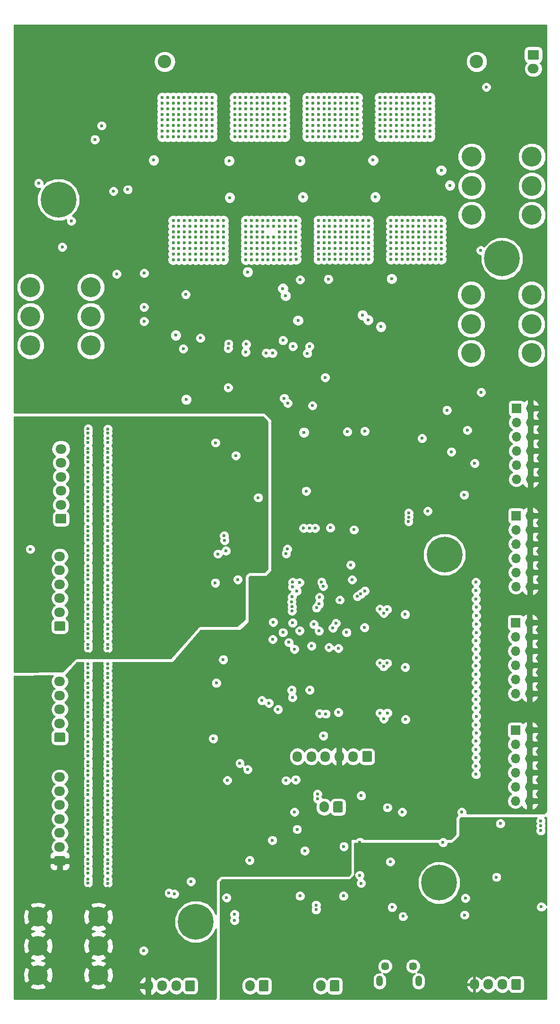
<source format=gbr>
G04 #@! TF.GenerationSoftware,KiCad,Pcbnew,(5.0.0-rc2-198-gb8bbb15aa)*
G04 #@! TF.CreationDate,2022-04-06T08:22:01-07:00*
G04 #@! TF.ProjectId,BMS_01,424D535F30312E6B696361645F706362,rev?*
G04 #@! TF.SameCoordinates,Original*
G04 #@! TF.FileFunction,Copper,L2,Inr,Mixed*
G04 #@! TF.FilePolarity,Positive*
%FSLAX46Y46*%
G04 Gerber Fmt 4.6, Leading zero omitted, Abs format (unit mm)*
G04 Created by KiCad (PCBNEW (5.0.0-rc2-198-gb8bbb15aa)) date 04/06/22 08:22:01*
%MOMM*%
%LPD*%
G01*
G04 APERTURE LIST*
G04 #@! TA.AperFunction,Conductor*
%ADD10C,0.100000*%
G04 #@! TD*
G04 #@! TA.AperFunction,ViaPad*
%ADD11C,1.700000*%
G04 #@! TD*
G04 #@! TA.AperFunction,ViaPad*
%ADD12O,1.700000X1.950000*%
G04 #@! TD*
G04 #@! TA.AperFunction,ViaPad*
%ADD13C,2.400000*%
G04 #@! TD*
G04 #@! TA.AperFunction,ViaPad*
%ADD14O,2.400000X2.400000*%
G04 #@! TD*
G04 #@! TA.AperFunction,ViaPad*
%ADD15C,1.450000*%
G04 #@! TD*
G04 #@! TA.AperFunction,ViaPad*
%ADD16O,1.200000X1.900000*%
G04 #@! TD*
G04 #@! TA.AperFunction,ViaPad*
%ADD17C,3.570000*%
G04 #@! TD*
G04 #@! TA.AperFunction,ViaPad*
%ADD18O,1.950000X1.700000*%
G04 #@! TD*
G04 #@! TA.AperFunction,ViaPad*
%ADD19O,1.700000X2.000000*%
G04 #@! TD*
G04 #@! TA.AperFunction,ViaPad*
%ADD20O,2.000000X1.700000*%
G04 #@! TD*
G04 #@! TA.AperFunction,ViaPad*
%ADD21R,1.700000X1.700000*%
G04 #@! TD*
G04 #@! TA.AperFunction,ViaPad*
%ADD22O,1.700000X1.700000*%
G04 #@! TD*
G04 #@! TA.AperFunction,ViaPad*
%ADD23C,0.800000*%
G04 #@! TD*
G04 #@! TA.AperFunction,ViaPad*
%ADD24C,6.400000*%
G04 #@! TD*
G04 #@! TA.AperFunction,ViaPad*
%ADD25C,0.600000*%
G04 #@! TD*
G04 #@! TA.AperFunction,Conductor*
%ADD26C,0.254000*%
G04 #@! TD*
G04 APERTURE END LIST*
D10*
G04 #@! TO.N,nRESET*
G04 #@! TO.C,J13*
G36*
X86855504Y-144426204D02*
X86879773Y-144429804D01*
X86903571Y-144435765D01*
X86926671Y-144444030D01*
X86948849Y-144454520D01*
X86969893Y-144467133D01*
X86989598Y-144481747D01*
X87007777Y-144498223D01*
X87024253Y-144516402D01*
X87038867Y-144536107D01*
X87051480Y-144557151D01*
X87061970Y-144579329D01*
X87070235Y-144602429D01*
X87076196Y-144626227D01*
X87079796Y-144650496D01*
X87081000Y-144675000D01*
X87081000Y-146125000D01*
X87079796Y-146149504D01*
X87076196Y-146173773D01*
X87070235Y-146197571D01*
X87061970Y-146220671D01*
X87051480Y-146242849D01*
X87038867Y-146263893D01*
X87024253Y-146283598D01*
X87007777Y-146301777D01*
X86989598Y-146318253D01*
X86969893Y-146332867D01*
X86948849Y-146345480D01*
X86926671Y-146355970D01*
X86903571Y-146364235D01*
X86879773Y-146370196D01*
X86855504Y-146373796D01*
X86831000Y-146375000D01*
X85631000Y-146375000D01*
X85606496Y-146373796D01*
X85582227Y-146370196D01*
X85558429Y-146364235D01*
X85535329Y-146355970D01*
X85513151Y-146345480D01*
X85492107Y-146332867D01*
X85472402Y-146318253D01*
X85454223Y-146301777D01*
X85437747Y-146283598D01*
X85423133Y-146263893D01*
X85410520Y-146242849D01*
X85400030Y-146220671D01*
X85391765Y-146197571D01*
X85385804Y-146173773D01*
X85382204Y-146149504D01*
X85381000Y-146125000D01*
X85381000Y-144675000D01*
X85382204Y-144650496D01*
X85385804Y-144626227D01*
X85391765Y-144602429D01*
X85400030Y-144579329D01*
X85410520Y-144557151D01*
X85423133Y-144536107D01*
X85437747Y-144516402D01*
X85454223Y-144498223D01*
X85472402Y-144481747D01*
X85492107Y-144467133D01*
X85513151Y-144454520D01*
X85535329Y-144444030D01*
X85558429Y-144435765D01*
X85582227Y-144429804D01*
X85606496Y-144426204D01*
X85631000Y-144425000D01*
X86831000Y-144425000D01*
X86855504Y-144426204D01*
X86855504Y-144426204D01*
G37*
D11*
X86231000Y-145400000D03*
D12*
G04 #@! TO.N,+3V3*
X83731000Y-145400000D03*
G04 #@! TO.N,GND*
X81231000Y-145400000D03*
G04 #@! TO.N,Net-(D28-Pad3)*
X78731000Y-145400000D03*
G04 #@! TO.N,Net-(D28-Pad2)*
X76231000Y-145400000D03*
G04 #@! TO.N,N/C*
X73731000Y-145400000D03*
G04 #@! TD*
D13*
G04 #@! TO.N,HV_PRECHARGE_OUT*
G04 #@! TO.C,R50*
X105841000Y-21073000D03*
D14*
G04 #@! TO.N,/TopLevel/Contactor/HV_precharge_switch*
X49961000Y-21073000D03*
G04 #@! TD*
D15*
G04 #@! TO.N,Net-(C96-Pad1)*
G04 #@! TO.C,J14*
X89450000Y-182900000D03*
X94450000Y-182900000D03*
D16*
X88450000Y-185600000D03*
X95450000Y-185600000D03*
G04 #@! TD*
D17*
G04 #@! TO.N,+BATT*
G04 #@! TO.C,J10*
X36707206Y-61437389D03*
X36707206Y-61437389D03*
X36707206Y-66647389D03*
X36707206Y-71857389D03*
X25907206Y-61437389D03*
X25907206Y-66647389D03*
X25907206Y-71857389D03*
G04 #@! TD*
G04 #@! TO.N,GND*
G04 #@! TO.C,J17*
X38075000Y-174080000D03*
X38075000Y-179290000D03*
X38075000Y-184500000D03*
X27275000Y-174080000D03*
X27275000Y-179290000D03*
X27275000Y-184500000D03*
X27275000Y-184500000D03*
G04 #@! TD*
G04 #@! TO.N,HV_DCDC_OUTPUT*
G04 #@! TO.C,J18*
X115675000Y-62805000D03*
X115675000Y-68015000D03*
X115675000Y-73225000D03*
X104875000Y-62805000D03*
X104875000Y-68015000D03*
X104875000Y-73225000D03*
X104875000Y-73225000D03*
G04 #@! TD*
G04 #@! TO.N,HV_EV_CHARGER_INPUT*
G04 #@! TO.C,J19*
X115747000Y-38091000D03*
X115747000Y-38091000D03*
X115747000Y-43301000D03*
X115747000Y-48511000D03*
X104947000Y-38091000D03*
X104947000Y-43301000D03*
X104947000Y-48511000D03*
G04 #@! TD*
D10*
G04 #@! TO.N,GND*
G04 #@! TO.C,J1*
G36*
X31914504Y-163226204D02*
X31938773Y-163229804D01*
X31962571Y-163235765D01*
X31985671Y-163244030D01*
X32007849Y-163254520D01*
X32028893Y-163267133D01*
X32048598Y-163281747D01*
X32066777Y-163298223D01*
X32083253Y-163316402D01*
X32097867Y-163336107D01*
X32110480Y-163357151D01*
X32120970Y-163379329D01*
X32129235Y-163402429D01*
X32135196Y-163426227D01*
X32138796Y-163450496D01*
X32140000Y-163475000D01*
X32140000Y-164675000D01*
X32138796Y-164699504D01*
X32135196Y-164723773D01*
X32129235Y-164747571D01*
X32120970Y-164770671D01*
X32110480Y-164792849D01*
X32097867Y-164813893D01*
X32083253Y-164833598D01*
X32066777Y-164851777D01*
X32048598Y-164868253D01*
X32028893Y-164882867D01*
X32007849Y-164895480D01*
X31985671Y-164905970D01*
X31962571Y-164914235D01*
X31938773Y-164920196D01*
X31914504Y-164923796D01*
X31890000Y-164925000D01*
X30440000Y-164925000D01*
X30415496Y-164923796D01*
X30391227Y-164920196D01*
X30367429Y-164914235D01*
X30344329Y-164905970D01*
X30322151Y-164895480D01*
X30301107Y-164882867D01*
X30281402Y-164868253D01*
X30263223Y-164851777D01*
X30246747Y-164833598D01*
X30232133Y-164813893D01*
X30219520Y-164792849D01*
X30209030Y-164770671D01*
X30200765Y-164747571D01*
X30194804Y-164723773D01*
X30191204Y-164699504D01*
X30190000Y-164675000D01*
X30190000Y-163475000D01*
X30191204Y-163450496D01*
X30194804Y-163426227D01*
X30200765Y-163402429D01*
X30209030Y-163379329D01*
X30219520Y-163357151D01*
X30232133Y-163336107D01*
X30246747Y-163316402D01*
X30263223Y-163298223D01*
X30281402Y-163281747D01*
X30301107Y-163267133D01*
X30322151Y-163254520D01*
X30344329Y-163244030D01*
X30367429Y-163235765D01*
X30391227Y-163229804D01*
X30415496Y-163226204D01*
X30440000Y-163225000D01*
X31890000Y-163225000D01*
X31914504Y-163226204D01*
X31914504Y-163226204D01*
G37*
D11*
X31165000Y-164075000D03*
D18*
G04 #@! TO.N,BANK_01*
X31165000Y-161575000D03*
G04 #@! TO.N,BANK_02*
X31165000Y-159075000D03*
G04 #@! TO.N,BANK_03*
X31165000Y-156575000D03*
G04 #@! TO.N,BANK_04*
X31165000Y-154075000D03*
G04 #@! TO.N,BANK_05*
X31165000Y-151575000D03*
G04 #@! TO.N,BANK_06*
X31165000Y-149075000D03*
G04 #@! TD*
G04 #@! TO.N,BANK_12*
G04 #@! TO.C,J2*
X31165000Y-129477000D03*
G04 #@! TO.N,BANK_11*
X31165000Y-131977000D03*
G04 #@! TO.N,BANK_10*
X31165000Y-134477000D03*
G04 #@! TO.N,BANK_09*
X31165000Y-136977000D03*
G04 #@! TO.N,BANK_08*
X31165000Y-139477000D03*
D10*
G04 #@! TO.N,BANK_07*
G36*
X31914504Y-141128204D02*
X31938773Y-141131804D01*
X31962571Y-141137765D01*
X31985671Y-141146030D01*
X32007849Y-141156520D01*
X32028893Y-141169133D01*
X32048598Y-141183747D01*
X32066777Y-141200223D01*
X32083253Y-141218402D01*
X32097867Y-141238107D01*
X32110480Y-141259151D01*
X32120970Y-141281329D01*
X32129235Y-141304429D01*
X32135196Y-141328227D01*
X32138796Y-141352496D01*
X32140000Y-141377000D01*
X32140000Y-142577000D01*
X32138796Y-142601504D01*
X32135196Y-142625773D01*
X32129235Y-142649571D01*
X32120970Y-142672671D01*
X32110480Y-142694849D01*
X32097867Y-142715893D01*
X32083253Y-142735598D01*
X32066777Y-142753777D01*
X32048598Y-142770253D01*
X32028893Y-142784867D01*
X32007849Y-142797480D01*
X31985671Y-142807970D01*
X31962571Y-142816235D01*
X31938773Y-142822196D01*
X31914504Y-142825796D01*
X31890000Y-142827000D01*
X30440000Y-142827000D01*
X30415496Y-142825796D01*
X30391227Y-142822196D01*
X30367429Y-142816235D01*
X30344329Y-142807970D01*
X30322151Y-142797480D01*
X30301107Y-142784867D01*
X30281402Y-142770253D01*
X30263223Y-142753777D01*
X30246747Y-142735598D01*
X30232133Y-142715893D01*
X30219520Y-142694849D01*
X30209030Y-142672671D01*
X30200765Y-142649571D01*
X30194804Y-142625773D01*
X30191204Y-142601504D01*
X30190000Y-142577000D01*
X30190000Y-141377000D01*
X30191204Y-141352496D01*
X30194804Y-141328227D01*
X30200765Y-141304429D01*
X30209030Y-141281329D01*
X30219520Y-141259151D01*
X30232133Y-141238107D01*
X30246747Y-141218402D01*
X30263223Y-141200223D01*
X30281402Y-141183747D01*
X30301107Y-141169133D01*
X30322151Y-141156520D01*
X30344329Y-141146030D01*
X30367429Y-141137765D01*
X30391227Y-141131804D01*
X30415496Y-141128204D01*
X30440000Y-141127000D01*
X31890000Y-141127000D01*
X31914504Y-141128204D01*
X31914504Y-141128204D01*
G37*
D11*
X31165000Y-141977000D03*
G04 #@! TD*
D10*
G04 #@! TO.N,BANK_13*
G04 #@! TO.C,J3*
G36*
X31914504Y-121236204D02*
X31938773Y-121239804D01*
X31962571Y-121245765D01*
X31985671Y-121254030D01*
X32007849Y-121264520D01*
X32028893Y-121277133D01*
X32048598Y-121291747D01*
X32066777Y-121308223D01*
X32083253Y-121326402D01*
X32097867Y-121346107D01*
X32110480Y-121367151D01*
X32120970Y-121389329D01*
X32129235Y-121412429D01*
X32135196Y-121436227D01*
X32138796Y-121460496D01*
X32140000Y-121485000D01*
X32140000Y-122685000D01*
X32138796Y-122709504D01*
X32135196Y-122733773D01*
X32129235Y-122757571D01*
X32120970Y-122780671D01*
X32110480Y-122802849D01*
X32097867Y-122823893D01*
X32083253Y-122843598D01*
X32066777Y-122861777D01*
X32048598Y-122878253D01*
X32028893Y-122892867D01*
X32007849Y-122905480D01*
X31985671Y-122915970D01*
X31962571Y-122924235D01*
X31938773Y-122930196D01*
X31914504Y-122933796D01*
X31890000Y-122935000D01*
X30440000Y-122935000D01*
X30415496Y-122933796D01*
X30391227Y-122930196D01*
X30367429Y-122924235D01*
X30344329Y-122915970D01*
X30322151Y-122905480D01*
X30301107Y-122892867D01*
X30281402Y-122878253D01*
X30263223Y-122861777D01*
X30246747Y-122843598D01*
X30232133Y-122823893D01*
X30219520Y-122802849D01*
X30209030Y-122780671D01*
X30200765Y-122757571D01*
X30194804Y-122733773D01*
X30191204Y-122709504D01*
X30190000Y-122685000D01*
X30190000Y-121485000D01*
X30191204Y-121460496D01*
X30194804Y-121436227D01*
X30200765Y-121412429D01*
X30209030Y-121389329D01*
X30219520Y-121367151D01*
X30232133Y-121346107D01*
X30246747Y-121326402D01*
X30263223Y-121308223D01*
X30281402Y-121291747D01*
X30301107Y-121277133D01*
X30322151Y-121264520D01*
X30344329Y-121254030D01*
X30367429Y-121245765D01*
X30391227Y-121239804D01*
X30415496Y-121236204D01*
X30440000Y-121235000D01*
X31890000Y-121235000D01*
X31914504Y-121236204D01*
X31914504Y-121236204D01*
G37*
D11*
X31165000Y-122085000D03*
D18*
G04 #@! TO.N,BANK_14*
X31165000Y-119585000D03*
G04 #@! TO.N,BANK_15*
X31165000Y-117085000D03*
G04 #@! TO.N,BANK_16*
X31165000Y-114585000D03*
G04 #@! TO.N,BANK_17*
X31165000Y-112085000D03*
G04 #@! TO.N,BANK_18*
X31165000Y-109585000D03*
G04 #@! TD*
G04 #@! TO.N,BANK_24*
G04 #@! TO.C,J4*
X31375000Y-90361000D03*
G04 #@! TO.N,BANK_23*
X31375000Y-92861000D03*
G04 #@! TO.N,BANK_22*
X31375000Y-95361000D03*
G04 #@! TO.N,BANK_21*
X31375000Y-97861000D03*
G04 #@! TO.N,BANK_20*
X31375000Y-100361000D03*
D10*
G04 #@! TO.N,BANK_19*
G36*
X32124504Y-102012204D02*
X32148773Y-102015804D01*
X32172571Y-102021765D01*
X32195671Y-102030030D01*
X32217849Y-102040520D01*
X32238893Y-102053133D01*
X32258598Y-102067747D01*
X32276777Y-102084223D01*
X32293253Y-102102402D01*
X32307867Y-102122107D01*
X32320480Y-102143151D01*
X32330970Y-102165329D01*
X32339235Y-102188429D01*
X32345196Y-102212227D01*
X32348796Y-102236496D01*
X32350000Y-102261000D01*
X32350000Y-103461000D01*
X32348796Y-103485504D01*
X32345196Y-103509773D01*
X32339235Y-103533571D01*
X32330970Y-103556671D01*
X32320480Y-103578849D01*
X32307867Y-103599893D01*
X32293253Y-103619598D01*
X32276777Y-103637777D01*
X32258598Y-103654253D01*
X32238893Y-103668867D01*
X32217849Y-103681480D01*
X32195671Y-103691970D01*
X32172571Y-103700235D01*
X32148773Y-103706196D01*
X32124504Y-103709796D01*
X32100000Y-103711000D01*
X30650000Y-103711000D01*
X30625496Y-103709796D01*
X30601227Y-103706196D01*
X30577429Y-103700235D01*
X30554329Y-103691970D01*
X30532151Y-103681480D01*
X30511107Y-103668867D01*
X30491402Y-103654253D01*
X30473223Y-103637777D01*
X30456747Y-103619598D01*
X30442133Y-103599893D01*
X30429520Y-103578849D01*
X30419030Y-103556671D01*
X30410765Y-103533571D01*
X30404804Y-103509773D01*
X30401204Y-103485504D01*
X30400000Y-103461000D01*
X30400000Y-102261000D01*
X30401204Y-102236496D01*
X30404804Y-102212227D01*
X30410765Y-102188429D01*
X30419030Y-102165329D01*
X30429520Y-102143151D01*
X30442133Y-102122107D01*
X30456747Y-102102402D01*
X30473223Y-102084223D01*
X30491402Y-102067747D01*
X30511107Y-102053133D01*
X30532151Y-102040520D01*
X30554329Y-102030030D01*
X30577429Y-102021765D01*
X30601227Y-102015804D01*
X30625496Y-102012204D01*
X30650000Y-102011000D01*
X32100000Y-102011000D01*
X32124504Y-102012204D01*
X32124504Y-102012204D01*
G37*
D11*
X31375000Y-102861000D03*
G04 #@! TD*
D10*
G04 #@! TO.N,Transducer_Input*
G04 #@! TO.C,J9*
G36*
X55157504Y-185453204D02*
X55181773Y-185456804D01*
X55205571Y-185462765D01*
X55228671Y-185471030D01*
X55250849Y-185481520D01*
X55271893Y-185494133D01*
X55291598Y-185508747D01*
X55309777Y-185525223D01*
X55326253Y-185543402D01*
X55340867Y-185563107D01*
X55353480Y-185584151D01*
X55363970Y-185606329D01*
X55372235Y-185629429D01*
X55378196Y-185653227D01*
X55381796Y-185677496D01*
X55383000Y-185702000D01*
X55383000Y-187152000D01*
X55381796Y-187176504D01*
X55378196Y-187200773D01*
X55372235Y-187224571D01*
X55363970Y-187247671D01*
X55353480Y-187269849D01*
X55340867Y-187290893D01*
X55326253Y-187310598D01*
X55309777Y-187328777D01*
X55291598Y-187345253D01*
X55271893Y-187359867D01*
X55250849Y-187372480D01*
X55228671Y-187382970D01*
X55205571Y-187391235D01*
X55181773Y-187397196D01*
X55157504Y-187400796D01*
X55133000Y-187402000D01*
X53933000Y-187402000D01*
X53908496Y-187400796D01*
X53884227Y-187397196D01*
X53860429Y-187391235D01*
X53837329Y-187382970D01*
X53815151Y-187372480D01*
X53794107Y-187359867D01*
X53774402Y-187345253D01*
X53756223Y-187328777D01*
X53739747Y-187310598D01*
X53725133Y-187290893D01*
X53712520Y-187269849D01*
X53702030Y-187247671D01*
X53693765Y-187224571D01*
X53687804Y-187200773D01*
X53684204Y-187176504D01*
X53683000Y-187152000D01*
X53683000Y-185702000D01*
X53684204Y-185677496D01*
X53687804Y-185653227D01*
X53693765Y-185629429D01*
X53702030Y-185606329D01*
X53712520Y-185584151D01*
X53725133Y-185563107D01*
X53739747Y-185543402D01*
X53756223Y-185525223D01*
X53774402Y-185508747D01*
X53794107Y-185494133D01*
X53815151Y-185481520D01*
X53837329Y-185471030D01*
X53860429Y-185462765D01*
X53884227Y-185456804D01*
X53908496Y-185453204D01*
X53933000Y-185452000D01*
X55133000Y-185452000D01*
X55157504Y-185453204D01*
X55157504Y-185453204D01*
G37*
D11*
X54533000Y-186427000D03*
D12*
G04 #@! TO.N,Transducer_Ref*
X52033000Y-186427000D03*
G04 #@! TO.N,Transducer_Pwr*
X49533000Y-186427000D03*
G04 #@! TO.N,GND*
X47033000Y-186427000D03*
G04 #@! TD*
D19*
G04 #@! TO.N,12V_POWER*
G04 #@! TO.C,J12*
X65241000Y-186427000D03*
D10*
G04 #@! TO.N,CONTACTOR_PWM_2_OUT*
G36*
X68365504Y-185428204D02*
X68389773Y-185431804D01*
X68413571Y-185437765D01*
X68436671Y-185446030D01*
X68458849Y-185456520D01*
X68479893Y-185469133D01*
X68499598Y-185483747D01*
X68517777Y-185500223D01*
X68534253Y-185518402D01*
X68548867Y-185538107D01*
X68561480Y-185559151D01*
X68571970Y-185581329D01*
X68580235Y-185604429D01*
X68586196Y-185628227D01*
X68589796Y-185652496D01*
X68591000Y-185677000D01*
X68591000Y-187177000D01*
X68589796Y-187201504D01*
X68586196Y-187225773D01*
X68580235Y-187249571D01*
X68571970Y-187272671D01*
X68561480Y-187294849D01*
X68548867Y-187315893D01*
X68534253Y-187335598D01*
X68517777Y-187353777D01*
X68499598Y-187370253D01*
X68479893Y-187384867D01*
X68458849Y-187397480D01*
X68436671Y-187407970D01*
X68413571Y-187416235D01*
X68389773Y-187422196D01*
X68365504Y-187425796D01*
X68341000Y-187427000D01*
X67141000Y-187427000D01*
X67116496Y-187425796D01*
X67092227Y-187422196D01*
X67068429Y-187416235D01*
X67045329Y-187407970D01*
X67023151Y-187397480D01*
X67002107Y-187384867D01*
X66982402Y-187370253D01*
X66964223Y-187353777D01*
X66947747Y-187335598D01*
X66933133Y-187315893D01*
X66920520Y-187294849D01*
X66910030Y-187272671D01*
X66901765Y-187249571D01*
X66895804Y-187225773D01*
X66892204Y-187201504D01*
X66891000Y-187177000D01*
X66891000Y-185677000D01*
X66892204Y-185652496D01*
X66895804Y-185628227D01*
X66901765Y-185604429D01*
X66910030Y-185581329D01*
X66920520Y-185559151D01*
X66933133Y-185538107D01*
X66947747Y-185518402D01*
X66964223Y-185500223D01*
X66982402Y-185483747D01*
X67002107Y-185469133D01*
X67023151Y-185456520D01*
X67045329Y-185446030D01*
X67068429Y-185437765D01*
X67092227Y-185431804D01*
X67116496Y-185428204D01*
X67141000Y-185427000D01*
X68341000Y-185427000D01*
X68365504Y-185428204D01*
X68365504Y-185428204D01*
G37*
D11*
X67741000Y-186427000D03*
G04 #@! TD*
D10*
G04 #@! TO.N,CONTACTOR_PWM_1_OUT*
G04 #@! TO.C,J15*
G36*
X81065504Y-185428204D02*
X81089773Y-185431804D01*
X81113571Y-185437765D01*
X81136671Y-185446030D01*
X81158849Y-185456520D01*
X81179893Y-185469133D01*
X81199598Y-185483747D01*
X81217777Y-185500223D01*
X81234253Y-185518402D01*
X81248867Y-185538107D01*
X81261480Y-185559151D01*
X81271970Y-185581329D01*
X81280235Y-185604429D01*
X81286196Y-185628227D01*
X81289796Y-185652496D01*
X81291000Y-185677000D01*
X81291000Y-187177000D01*
X81289796Y-187201504D01*
X81286196Y-187225773D01*
X81280235Y-187249571D01*
X81271970Y-187272671D01*
X81261480Y-187294849D01*
X81248867Y-187315893D01*
X81234253Y-187335598D01*
X81217777Y-187353777D01*
X81199598Y-187370253D01*
X81179893Y-187384867D01*
X81158849Y-187397480D01*
X81136671Y-187407970D01*
X81113571Y-187416235D01*
X81089773Y-187422196D01*
X81065504Y-187425796D01*
X81041000Y-187427000D01*
X79841000Y-187427000D01*
X79816496Y-187425796D01*
X79792227Y-187422196D01*
X79768429Y-187416235D01*
X79745329Y-187407970D01*
X79723151Y-187397480D01*
X79702107Y-187384867D01*
X79682402Y-187370253D01*
X79664223Y-187353777D01*
X79647747Y-187335598D01*
X79633133Y-187315893D01*
X79620520Y-187294849D01*
X79610030Y-187272671D01*
X79601765Y-187249571D01*
X79595804Y-187225773D01*
X79592204Y-187201504D01*
X79591000Y-187177000D01*
X79591000Y-185677000D01*
X79592204Y-185652496D01*
X79595804Y-185628227D01*
X79601765Y-185604429D01*
X79610030Y-185581329D01*
X79620520Y-185559151D01*
X79633133Y-185538107D01*
X79647747Y-185518402D01*
X79664223Y-185500223D01*
X79682402Y-185483747D01*
X79702107Y-185469133D01*
X79723151Y-185456520D01*
X79745329Y-185446030D01*
X79768429Y-185437765D01*
X79792227Y-185431804D01*
X79816496Y-185428204D01*
X79841000Y-185427000D01*
X81041000Y-185427000D01*
X81065504Y-185428204D01*
X81065504Y-185428204D01*
G37*
D11*
X80441000Y-186427000D03*
D19*
G04 #@! TO.N,12V_POWER*
X77941000Y-186427000D03*
G04 #@! TD*
D10*
G04 #@! TO.N,HV_PRECHARGE_OUT*
G04 #@! TO.C,J16*
G36*
X116775504Y-18994204D02*
X116799773Y-18997804D01*
X116823571Y-19003765D01*
X116846671Y-19012030D01*
X116868849Y-19022520D01*
X116889893Y-19035133D01*
X116909598Y-19049747D01*
X116927777Y-19066223D01*
X116944253Y-19084402D01*
X116958867Y-19104107D01*
X116971480Y-19125151D01*
X116981970Y-19147329D01*
X116990235Y-19170429D01*
X116996196Y-19194227D01*
X116999796Y-19218496D01*
X117001000Y-19243000D01*
X117001000Y-20443000D01*
X116999796Y-20467504D01*
X116996196Y-20491773D01*
X116990235Y-20515571D01*
X116981970Y-20538671D01*
X116971480Y-20560849D01*
X116958867Y-20581893D01*
X116944253Y-20601598D01*
X116927777Y-20619777D01*
X116909598Y-20636253D01*
X116889893Y-20650867D01*
X116868849Y-20663480D01*
X116846671Y-20673970D01*
X116823571Y-20682235D01*
X116799773Y-20688196D01*
X116775504Y-20691796D01*
X116751000Y-20693000D01*
X115251000Y-20693000D01*
X115226496Y-20691796D01*
X115202227Y-20688196D01*
X115178429Y-20682235D01*
X115155329Y-20673970D01*
X115133151Y-20663480D01*
X115112107Y-20650867D01*
X115092402Y-20636253D01*
X115074223Y-20619777D01*
X115057747Y-20601598D01*
X115043133Y-20581893D01*
X115030520Y-20560849D01*
X115020030Y-20538671D01*
X115011765Y-20515571D01*
X115005804Y-20491773D01*
X115002204Y-20467504D01*
X115001000Y-20443000D01*
X115001000Y-19243000D01*
X115002204Y-19218496D01*
X115005804Y-19194227D01*
X115011765Y-19170429D01*
X115020030Y-19147329D01*
X115030520Y-19125151D01*
X115043133Y-19104107D01*
X115057747Y-19084402D01*
X115074223Y-19066223D01*
X115092402Y-19049747D01*
X115112107Y-19035133D01*
X115133151Y-19022520D01*
X115155329Y-19012030D01*
X115178429Y-19003765D01*
X115202227Y-18997804D01*
X115226496Y-18994204D01*
X115251000Y-18993000D01*
X116751000Y-18993000D01*
X116775504Y-18994204D01*
X116775504Y-18994204D01*
G37*
D11*
X116001000Y-19843000D03*
D20*
G04 #@! TO.N,N/C*
X116001000Y-22343000D03*
G04 #@! TD*
D21*
G04 #@! TO.N,NTC_6_OUT*
G04 #@! TO.C,J5*
X112800000Y-140675000D03*
D22*
G04 #@! TO.N,GND*
X115340000Y-140675000D03*
G04 #@! TO.N,NTC_5_OUT*
X112800000Y-143215000D03*
G04 #@! TO.N,GND*
X115340000Y-143215000D03*
G04 #@! TO.N,NTC_4_OUT*
X112800000Y-145755000D03*
G04 #@! TO.N,GND*
X115340000Y-145755000D03*
G04 #@! TO.N,NTC_3_OUT*
X112800000Y-148295000D03*
G04 #@! TO.N,GND*
X115340000Y-148295000D03*
G04 #@! TO.N,NTC_2_OUT*
X112800000Y-150835000D03*
G04 #@! TO.N,GND*
X115340000Y-150835000D03*
G04 #@! TO.N,NTC_1_OUT*
X112800000Y-153375000D03*
G04 #@! TO.N,GND*
X115340000Y-153375000D03*
G04 #@! TD*
G04 #@! TO.N,GND*
G04 #@! TO.C,J6*
X115340000Y-134125000D03*
G04 #@! TO.N,NTC_7_OUT*
X112800000Y-134125000D03*
G04 #@! TO.N,GND*
X115340000Y-131585000D03*
G04 #@! TO.N,NTC_8_OUT*
X112800000Y-131585000D03*
G04 #@! TO.N,GND*
X115340000Y-129045000D03*
G04 #@! TO.N,NTC_9_OUT*
X112800000Y-129045000D03*
G04 #@! TO.N,GND*
X115340000Y-126505000D03*
G04 #@! TO.N,NTC_10_OUT*
X112800000Y-126505000D03*
G04 #@! TO.N,GND*
X115340000Y-123965000D03*
G04 #@! TO.N,NTC_11_OUT*
X112800000Y-123965000D03*
G04 #@! TO.N,GND*
X115340000Y-121425000D03*
D21*
G04 #@! TO.N,NTC_12_OUT*
X112800000Y-121425000D03*
G04 #@! TD*
G04 #@! TO.N,NTC_18_OUT*
G04 #@! TO.C,J7*
X112875000Y-102300000D03*
D22*
G04 #@! TO.N,GND*
X115415000Y-102300000D03*
G04 #@! TO.N,NTC_17_OUT*
X112875000Y-104840000D03*
G04 #@! TO.N,GND*
X115415000Y-104840000D03*
G04 #@! TO.N,NTC_16_OUT*
X112875000Y-107380000D03*
G04 #@! TO.N,GND*
X115415000Y-107380000D03*
G04 #@! TO.N,NTC_15_OUT*
X112875000Y-109920000D03*
G04 #@! TO.N,GND*
X115415000Y-109920000D03*
G04 #@! TO.N,NTC_14_OUT*
X112875000Y-112460000D03*
G04 #@! TO.N,GND*
X115415000Y-112460000D03*
G04 #@! TO.N,NTC_13_OUT*
X112875000Y-115000000D03*
G04 #@! TO.N,GND*
X115415000Y-115000000D03*
G04 #@! TD*
G04 #@! TO.N,GND*
G04 #@! TO.C,J8*
X115500000Y-95795000D03*
G04 #@! TO.N,NTC_19_OUT*
X112960000Y-95795000D03*
G04 #@! TO.N,GND*
X115500000Y-93255000D03*
G04 #@! TO.N,NTC_20_OUT*
X112960000Y-93255000D03*
G04 #@! TO.N,GND*
X115500000Y-90715000D03*
G04 #@! TO.N,NTC_21_OUT*
X112960000Y-90715000D03*
G04 #@! TO.N,GND*
X115500000Y-88175000D03*
G04 #@! TO.N,NTC_22_OUT*
X112960000Y-88175000D03*
G04 #@! TO.N,GND*
X115500000Y-85635000D03*
G04 #@! TO.N,NTC_23_OUT*
X112960000Y-85635000D03*
G04 #@! TO.N,GND*
X115500000Y-83095000D03*
D21*
G04 #@! TO.N,NTC_24_OUT*
X112960000Y-83095000D03*
G04 #@! TD*
D10*
G04 #@! TO.N,12V_POWER*
G04 #@! TO.C,J11*
G36*
X113577504Y-185199204D02*
X113601773Y-185202804D01*
X113625571Y-185208765D01*
X113648671Y-185217030D01*
X113670849Y-185227520D01*
X113691893Y-185240133D01*
X113711598Y-185254747D01*
X113729777Y-185271223D01*
X113746253Y-185289402D01*
X113760867Y-185309107D01*
X113773480Y-185330151D01*
X113783970Y-185352329D01*
X113792235Y-185375429D01*
X113798196Y-185399227D01*
X113801796Y-185423496D01*
X113803000Y-185448000D01*
X113803000Y-186898000D01*
X113801796Y-186922504D01*
X113798196Y-186946773D01*
X113792235Y-186970571D01*
X113783970Y-186993671D01*
X113773480Y-187015849D01*
X113760867Y-187036893D01*
X113746253Y-187056598D01*
X113729777Y-187074777D01*
X113711598Y-187091253D01*
X113691893Y-187105867D01*
X113670849Y-187118480D01*
X113648671Y-187128970D01*
X113625571Y-187137235D01*
X113601773Y-187143196D01*
X113577504Y-187146796D01*
X113553000Y-187148000D01*
X112353000Y-187148000D01*
X112328496Y-187146796D01*
X112304227Y-187143196D01*
X112280429Y-187137235D01*
X112257329Y-187128970D01*
X112235151Y-187118480D01*
X112214107Y-187105867D01*
X112194402Y-187091253D01*
X112176223Y-187074777D01*
X112159747Y-187056598D01*
X112145133Y-187036893D01*
X112132520Y-187015849D01*
X112122030Y-186993671D01*
X112113765Y-186970571D01*
X112107804Y-186946773D01*
X112104204Y-186922504D01*
X112103000Y-186898000D01*
X112103000Y-185448000D01*
X112104204Y-185423496D01*
X112107804Y-185399227D01*
X112113765Y-185375429D01*
X112122030Y-185352329D01*
X112132520Y-185330151D01*
X112145133Y-185309107D01*
X112159747Y-185289402D01*
X112176223Y-185271223D01*
X112194402Y-185254747D01*
X112214107Y-185240133D01*
X112235151Y-185227520D01*
X112257329Y-185217030D01*
X112280429Y-185208765D01*
X112304227Y-185202804D01*
X112328496Y-185199204D01*
X112353000Y-185198000D01*
X113553000Y-185198000D01*
X113577504Y-185199204D01*
X113577504Y-185199204D01*
G37*
D11*
X112953000Y-186173000D03*
D12*
G04 #@! TO.N,CAN_P*
X110453000Y-186173000D03*
G04 #@! TO.N,CAN_N*
X107953000Y-186173000D03*
G04 #@! TO.N,GND1*
X105453000Y-186173000D03*
G04 #@! TD*
D23*
G04 #@! TO.N,Net-(C125-Pad1)*
G04 #@! TO.C,H1*
X100822056Y-166277944D03*
X99125000Y-165575000D03*
X97427944Y-166277944D03*
X96725000Y-167975000D03*
X97427944Y-169672056D03*
X99125000Y-170375000D03*
X100822056Y-169672056D03*
X101525000Y-167975000D03*
D24*
X99125000Y-167975000D03*
G04 #@! TD*
G04 #@! TO.N,Net-(C126-Pad1)*
G04 #@! TO.C,H2*
X55525000Y-174950000D03*
D23*
X57925000Y-174950000D03*
X57222056Y-176647056D03*
X55525000Y-177350000D03*
X53827944Y-176647056D03*
X53125000Y-174950000D03*
X53827944Y-173252944D03*
X55525000Y-172550000D03*
X57222056Y-173252944D03*
G04 #@! TD*
D24*
G04 #@! TO.N,Net-(C128-Pad1)*
G04 #@! TO.C,H3*
X110400000Y-56300000D03*
D23*
X112800000Y-56300000D03*
X112097056Y-57997056D03*
X110400000Y-58700000D03*
X108702944Y-57997056D03*
X108000000Y-56300000D03*
X108702944Y-54602944D03*
X110400000Y-53900000D03*
X112097056Y-54602944D03*
G04 #@! TD*
D24*
G04 #@! TO.N,Net-(C135-Pad1)*
G04 #@! TO.C,H4*
X100100000Y-109250000D03*
D23*
X102500000Y-109250000D03*
X101797056Y-110947056D03*
X100100000Y-111650000D03*
X98402944Y-110947056D03*
X97700000Y-109250000D03*
X98402944Y-107552944D03*
X100100000Y-106850000D03*
X101797056Y-107552944D03*
G04 #@! TD*
G04 #@! TO.N,Net-(C137-Pad1)*
G04 #@! TO.C,H5*
X32622056Y-44052944D03*
X30925000Y-43350000D03*
X29227944Y-44052944D03*
X28525000Y-45750000D03*
X29227944Y-47447056D03*
X30925000Y-48150000D03*
X32622056Y-47447056D03*
X33325000Y-45750000D03*
D24*
X30925000Y-45750000D03*
G04 #@! TD*
D10*
G04 #@! TO.N,SHUNT_N*
G04 #@! TO.C,J20*
G36*
X81649504Y-153426204D02*
X81673773Y-153429804D01*
X81697571Y-153435765D01*
X81720671Y-153444030D01*
X81742849Y-153454520D01*
X81763893Y-153467133D01*
X81783598Y-153481747D01*
X81801777Y-153498223D01*
X81818253Y-153516402D01*
X81832867Y-153536107D01*
X81845480Y-153557151D01*
X81855970Y-153579329D01*
X81864235Y-153602429D01*
X81870196Y-153626227D01*
X81873796Y-153650496D01*
X81875000Y-153675000D01*
X81875000Y-155175000D01*
X81873796Y-155199504D01*
X81870196Y-155223773D01*
X81864235Y-155247571D01*
X81855970Y-155270671D01*
X81845480Y-155292849D01*
X81832867Y-155313893D01*
X81818253Y-155333598D01*
X81801777Y-155351777D01*
X81783598Y-155368253D01*
X81763893Y-155382867D01*
X81742849Y-155395480D01*
X81720671Y-155405970D01*
X81697571Y-155414235D01*
X81673773Y-155420196D01*
X81649504Y-155423796D01*
X81625000Y-155425000D01*
X80425000Y-155425000D01*
X80400496Y-155423796D01*
X80376227Y-155420196D01*
X80352429Y-155414235D01*
X80329329Y-155405970D01*
X80307151Y-155395480D01*
X80286107Y-155382867D01*
X80266402Y-155368253D01*
X80248223Y-155351777D01*
X80231747Y-155333598D01*
X80217133Y-155313893D01*
X80204520Y-155292849D01*
X80194030Y-155270671D01*
X80185765Y-155247571D01*
X80179804Y-155223773D01*
X80176204Y-155199504D01*
X80175000Y-155175000D01*
X80175000Y-153675000D01*
X80176204Y-153650496D01*
X80179804Y-153626227D01*
X80185765Y-153602429D01*
X80194030Y-153579329D01*
X80204520Y-153557151D01*
X80217133Y-153536107D01*
X80231747Y-153516402D01*
X80248223Y-153498223D01*
X80266402Y-153481747D01*
X80286107Y-153467133D01*
X80307151Y-153454520D01*
X80329329Y-153444030D01*
X80352429Y-153435765D01*
X80376227Y-153429804D01*
X80400496Y-153426204D01*
X80425000Y-153425000D01*
X81625000Y-153425000D01*
X81649504Y-153426204D01*
X81649504Y-153426204D01*
G37*
D11*
X81025000Y-154425000D03*
D19*
G04 #@! TO.N,SHUNT_P*
X78525000Y-154425000D03*
G04 #@! TD*
D25*
G04 #@! TO.N,BANK_12*
X25550000Y-95950000D03*
X26450000Y-95925000D03*
G04 #@! TO.N,HV_EV_CHARGER_INPUT*
X49500000Y-27500000D03*
X53500000Y-27500000D03*
X56500000Y-27500000D03*
X55500000Y-27500000D03*
X52500000Y-28500000D03*
X50500000Y-27500000D03*
X55500000Y-28500000D03*
X50500000Y-29500000D03*
X54500000Y-29500000D03*
X55500000Y-29500000D03*
X52500000Y-29500000D03*
X56500000Y-29500000D03*
X49500000Y-28500000D03*
X53500000Y-29500000D03*
X57500000Y-29500000D03*
X58500000Y-29500000D03*
X51500000Y-27500000D03*
X51500000Y-29500000D03*
X49500000Y-30500000D03*
X50500000Y-30500000D03*
X57500000Y-27500000D03*
X54500000Y-27500000D03*
X58500000Y-27500000D03*
X54500000Y-28500000D03*
X49500000Y-29500000D03*
X50500000Y-28500000D03*
X51500000Y-30500000D03*
X51500000Y-28500000D03*
X53500000Y-28500000D03*
X56500000Y-28500000D03*
X57500000Y-28500000D03*
X58500000Y-28500000D03*
X52500000Y-27500000D03*
X53500000Y-32500000D03*
X57500000Y-30500000D03*
X58500000Y-32500000D03*
X51500000Y-33500000D03*
X58500000Y-33500000D03*
X52500000Y-34500000D03*
X55500000Y-34500000D03*
X50500000Y-34500000D03*
X54500000Y-34500000D03*
X53500000Y-31500000D03*
X55500000Y-33500000D03*
X52500000Y-32500000D03*
X49500000Y-34500000D03*
X53500000Y-30500000D03*
X50500000Y-32500000D03*
X55500000Y-32500000D03*
X49500000Y-32500000D03*
X57500000Y-32500000D03*
X53500000Y-33500000D03*
X54500000Y-33500000D03*
X58500000Y-34500000D03*
X52500000Y-33500000D03*
X52500000Y-30500000D03*
X54500000Y-30500000D03*
X50500000Y-31500000D03*
X54500000Y-31500000D03*
X54500000Y-32500000D03*
X56500000Y-32500000D03*
X49500000Y-31500000D03*
X52500000Y-31500000D03*
X58500000Y-31500000D03*
X51500000Y-34500000D03*
X55500000Y-31500000D03*
X51500000Y-31500000D03*
X53500000Y-34500000D03*
X56500000Y-34500000D03*
X57500000Y-34500000D03*
X58500000Y-30500000D03*
X50500000Y-33500000D03*
X57500000Y-33500000D03*
X51500000Y-32500000D03*
X49500000Y-33500000D03*
X56500000Y-33500000D03*
X55500000Y-30500000D03*
X56500000Y-31500000D03*
X56500000Y-30500000D03*
X57500000Y-31500000D03*
X62500000Y-27500000D03*
X66500000Y-27500000D03*
X69500000Y-27500000D03*
X68500000Y-27500000D03*
X65500000Y-28500000D03*
X63500000Y-27500000D03*
X68500000Y-28500000D03*
X63500000Y-29500000D03*
X67500000Y-29500000D03*
X68500000Y-29500000D03*
X65500000Y-29500000D03*
X69500000Y-29500000D03*
X62500000Y-28500000D03*
X66500000Y-29500000D03*
X70500000Y-29500000D03*
X71500000Y-29500000D03*
X64500000Y-27500000D03*
X64500000Y-29500000D03*
X62500000Y-30500000D03*
X63500000Y-30500000D03*
X70500000Y-27500000D03*
X67500000Y-27500000D03*
X71500000Y-27500000D03*
X67500000Y-28500000D03*
X62500000Y-29500000D03*
X63500000Y-28500000D03*
X64500000Y-30500000D03*
X64500000Y-28500000D03*
X66500000Y-28500000D03*
X69500000Y-28500000D03*
X70500000Y-28500000D03*
X71500000Y-28500000D03*
X65500000Y-27500000D03*
X66500000Y-32500000D03*
X70500000Y-30500000D03*
X71500000Y-32500000D03*
X64500000Y-33500000D03*
X71500000Y-33500000D03*
X65500000Y-34500000D03*
X68500000Y-34500000D03*
X63500000Y-34500000D03*
X67500000Y-34500000D03*
X66500000Y-31500000D03*
X68500000Y-33500000D03*
X65500000Y-32500000D03*
X62500000Y-34500000D03*
X66500000Y-30500000D03*
X63500000Y-32500000D03*
X68500000Y-32500000D03*
X62500000Y-32500000D03*
X70500000Y-32500000D03*
X66500000Y-33500000D03*
X67500000Y-33500000D03*
X71500000Y-34500000D03*
X65500000Y-33500000D03*
X65500000Y-30500000D03*
X67500000Y-30500000D03*
X63500000Y-31500000D03*
X67500000Y-31500000D03*
X67500000Y-32500000D03*
X69500000Y-32500000D03*
X62500000Y-31500000D03*
X65500000Y-31500000D03*
X71500000Y-31500000D03*
X64500000Y-34500000D03*
X68500000Y-31500000D03*
X64500000Y-31500000D03*
X66500000Y-34500000D03*
X69500000Y-34500000D03*
X70500000Y-34500000D03*
X71500000Y-30500000D03*
X63500000Y-33500000D03*
X70500000Y-33500000D03*
X64500000Y-32500000D03*
X62500000Y-33500000D03*
X69500000Y-33500000D03*
X68500000Y-30500000D03*
X69500000Y-31500000D03*
X69500000Y-30500000D03*
X70500000Y-31500000D03*
X75500000Y-27500000D03*
X79500000Y-27500000D03*
X82500000Y-27500000D03*
X81500000Y-27500000D03*
X78500000Y-28500000D03*
X76500000Y-27500000D03*
X81500000Y-28500000D03*
X76500000Y-29500000D03*
X80500000Y-29500000D03*
X81500000Y-29500000D03*
X78500000Y-29500000D03*
X82500000Y-29500000D03*
X75500000Y-28500000D03*
X79500000Y-29500000D03*
X83500000Y-29500000D03*
X84500000Y-29500000D03*
X77500000Y-27500000D03*
X77500000Y-29500000D03*
X75500000Y-30500000D03*
X76500000Y-30500000D03*
X83500000Y-27500000D03*
X80500000Y-27500000D03*
X84500000Y-27500000D03*
X80500000Y-28500000D03*
X75500000Y-29500000D03*
X76500000Y-28500000D03*
X77500000Y-30500000D03*
X77500000Y-28500000D03*
X79500000Y-28500000D03*
X82500000Y-28500000D03*
X83500000Y-28500000D03*
X84500000Y-28500000D03*
X78500000Y-27500000D03*
X79500000Y-32500000D03*
X83500000Y-30500000D03*
X84500000Y-32500000D03*
X77500000Y-33500000D03*
X84500000Y-33500000D03*
X78500000Y-34500000D03*
X81500000Y-34500000D03*
X76500000Y-34500000D03*
X80500000Y-34500000D03*
X79500000Y-31500000D03*
X81500000Y-33500000D03*
X78500000Y-32500000D03*
X75500000Y-34500000D03*
X79500000Y-30500000D03*
X76500000Y-32500000D03*
X81500000Y-32500000D03*
X75500000Y-32500000D03*
X83500000Y-32500000D03*
X79500000Y-33500000D03*
X80500000Y-33500000D03*
X84500000Y-34500000D03*
X78500000Y-33500000D03*
X78500000Y-30500000D03*
X80500000Y-30500000D03*
X76500000Y-31500000D03*
X80500000Y-31500000D03*
X80500000Y-32500000D03*
X82500000Y-32500000D03*
X75500000Y-31500000D03*
X78500000Y-31500000D03*
X84500000Y-31500000D03*
X77500000Y-34500000D03*
X81500000Y-31500000D03*
X77500000Y-31500000D03*
X79500000Y-34500000D03*
X82500000Y-34500000D03*
X83500000Y-34500000D03*
X84500000Y-30500000D03*
X76500000Y-33500000D03*
X83500000Y-33500000D03*
X77500000Y-32500000D03*
X75500000Y-33500000D03*
X82500000Y-33500000D03*
X81500000Y-30500000D03*
X82500000Y-31500000D03*
X82500000Y-30500000D03*
X83500000Y-31500000D03*
X88500000Y-27500000D03*
X92500000Y-27500000D03*
X95500000Y-27500000D03*
X94500000Y-27500000D03*
X91500000Y-28500000D03*
X89500000Y-27500000D03*
X94500000Y-28500000D03*
X89500000Y-29500000D03*
X93500000Y-29500000D03*
X94500000Y-29500000D03*
X91500000Y-29500000D03*
X95500000Y-29500000D03*
X88500000Y-28500000D03*
X92500000Y-29500000D03*
X96500000Y-29500000D03*
X97500000Y-29500000D03*
X90500000Y-27500000D03*
X90500000Y-29500000D03*
X88500000Y-30500000D03*
X89500000Y-30500000D03*
X96500000Y-27500000D03*
X93500000Y-27500000D03*
X97500000Y-27500000D03*
X93500000Y-28500000D03*
X88500000Y-29500000D03*
X89500000Y-28500000D03*
X90500000Y-30500000D03*
X90500000Y-28500000D03*
X92500000Y-28500000D03*
X95500000Y-28500000D03*
X96500000Y-28500000D03*
X97500000Y-28500000D03*
X91500000Y-27500000D03*
X92500000Y-32500000D03*
X96500000Y-30500000D03*
X97500000Y-32500000D03*
X90500000Y-33500000D03*
X97500000Y-33500000D03*
X91500000Y-34500000D03*
X94500000Y-34500000D03*
X89500000Y-34500000D03*
X93500000Y-34500000D03*
X92500000Y-31500000D03*
X94500000Y-33500000D03*
X91500000Y-32500000D03*
X88500000Y-34500000D03*
X92500000Y-30500000D03*
X89500000Y-32500000D03*
X94500000Y-32500000D03*
X88500000Y-32500000D03*
X96500000Y-32500000D03*
X92500000Y-33500000D03*
X93500000Y-33500000D03*
X97500000Y-34500000D03*
X91500000Y-33500000D03*
X91500000Y-30500000D03*
X93500000Y-30500000D03*
X89500000Y-31500000D03*
X93500000Y-31500000D03*
X93500000Y-32500000D03*
X95500000Y-32500000D03*
X88500000Y-31500000D03*
X91500000Y-31500000D03*
X97500000Y-31500000D03*
X90500000Y-34500000D03*
X94500000Y-31500000D03*
X90500000Y-31500000D03*
X92500000Y-34500000D03*
X95500000Y-34500000D03*
X96500000Y-34500000D03*
X97500000Y-30500000D03*
X89500000Y-33500000D03*
X96500000Y-33500000D03*
X90500000Y-32500000D03*
X88500000Y-33500000D03*
X95500000Y-33500000D03*
X94500000Y-30500000D03*
X95500000Y-31500000D03*
X95500000Y-30500000D03*
X96500000Y-31500000D03*
G04 #@! TO.N,/TopLevel/ChargerAndDCDC/HV_ev_shunt*
X90500000Y-49500000D03*
X94500000Y-49500000D03*
X97500000Y-49500000D03*
X96500000Y-49500000D03*
X93500000Y-50500000D03*
X91500000Y-49500000D03*
X96500000Y-50500000D03*
X91500000Y-51500000D03*
X95500000Y-51500000D03*
X96500000Y-51500000D03*
X93500000Y-51500000D03*
X97500000Y-51500000D03*
X90500000Y-50500000D03*
X94500000Y-51500000D03*
X98500000Y-51500000D03*
X99500000Y-51500000D03*
X92500000Y-49500000D03*
X92500000Y-51500000D03*
X90500000Y-52500000D03*
X91500000Y-52500000D03*
X98500000Y-49500000D03*
X95500000Y-49500000D03*
X99500000Y-49500000D03*
X95500000Y-50500000D03*
X90500000Y-51500000D03*
X91500000Y-50500000D03*
X92500000Y-52500000D03*
X92500000Y-50500000D03*
X94500000Y-50500000D03*
X97500000Y-50500000D03*
X98500000Y-50500000D03*
X99500000Y-50500000D03*
X93500000Y-49500000D03*
X94500000Y-54500000D03*
X98500000Y-52500000D03*
X99500000Y-54500000D03*
X92500000Y-55500000D03*
X99500000Y-55500000D03*
X94500000Y-53500000D03*
X96500000Y-55500000D03*
X93500000Y-54500000D03*
X94500000Y-52500000D03*
X91500000Y-54500000D03*
X96500000Y-54500000D03*
X90500000Y-54500000D03*
X98500000Y-54500000D03*
X94500000Y-55500000D03*
X95500000Y-55500000D03*
X93500000Y-55500000D03*
X93500000Y-52500000D03*
X95500000Y-52500000D03*
X91500000Y-53500000D03*
X95500000Y-53500000D03*
X95500000Y-54500000D03*
X97500000Y-54500000D03*
X90500000Y-53500000D03*
X93500000Y-53500000D03*
X99500000Y-53500000D03*
X96500000Y-53500000D03*
X92500000Y-53500000D03*
X99500000Y-52500000D03*
X91500000Y-55500000D03*
X98500000Y-55500000D03*
X92500000Y-54500000D03*
X90500000Y-55500000D03*
X97500000Y-55500000D03*
X96500000Y-52500000D03*
X97500000Y-53500000D03*
X97500000Y-52500000D03*
X98500000Y-53500000D03*
X77500000Y-49500000D03*
X81500000Y-49500000D03*
X84500000Y-49500000D03*
X83500000Y-49500000D03*
X80500000Y-50500000D03*
X78500000Y-49500000D03*
X83500000Y-50500000D03*
X78500000Y-51500000D03*
X82500000Y-51500000D03*
X83500000Y-51500000D03*
X80500000Y-51500000D03*
X84500000Y-51500000D03*
X77500000Y-50500000D03*
X81500000Y-51500000D03*
X85500000Y-51500000D03*
X86500000Y-51500000D03*
X79500000Y-49500000D03*
X79500000Y-51500000D03*
X77500000Y-52500000D03*
X78500000Y-52500000D03*
X85500000Y-49500000D03*
X82500000Y-49500000D03*
X86500000Y-49500000D03*
X82500000Y-50500000D03*
X77500000Y-51500000D03*
X78500000Y-50500000D03*
X79500000Y-52500000D03*
X79500000Y-50500000D03*
X81500000Y-50500000D03*
X84500000Y-50500000D03*
X85500000Y-50500000D03*
X86500000Y-50500000D03*
X80500000Y-49500000D03*
X81500000Y-54500000D03*
X85500000Y-52500000D03*
X86500000Y-54500000D03*
X79500000Y-55500000D03*
X86500000Y-55500000D03*
X81500000Y-53500000D03*
X83500000Y-55500000D03*
X80500000Y-54500000D03*
X81500000Y-52500000D03*
X78500000Y-54500000D03*
X83500000Y-54500000D03*
X77500000Y-54500000D03*
X85500000Y-54500000D03*
X81500000Y-55500000D03*
X82500000Y-55500000D03*
X80500000Y-55500000D03*
X80500000Y-52500000D03*
X82500000Y-52500000D03*
X78500000Y-53500000D03*
X82500000Y-53500000D03*
X82500000Y-54500000D03*
X84500000Y-54500000D03*
X77500000Y-53500000D03*
X80500000Y-53500000D03*
X86500000Y-53500000D03*
X83500000Y-53500000D03*
X79500000Y-53500000D03*
X86500000Y-52500000D03*
X78500000Y-55500000D03*
X85500000Y-55500000D03*
X79500000Y-54500000D03*
X77500000Y-55500000D03*
X84500000Y-55500000D03*
X83500000Y-52500000D03*
X84500000Y-53500000D03*
X84500000Y-52500000D03*
X85500000Y-53500000D03*
X64500000Y-49500000D03*
X68500000Y-49500000D03*
X71500000Y-49500000D03*
X70500000Y-49500000D03*
X67500000Y-50500000D03*
X65500000Y-49500000D03*
X70500000Y-50500000D03*
X65500000Y-51500000D03*
X70500000Y-51500000D03*
X67500000Y-51500000D03*
X71500000Y-51500000D03*
X64500000Y-50500000D03*
X72500000Y-51500000D03*
X73500000Y-51500000D03*
X66500000Y-49500000D03*
X66500000Y-51500000D03*
X64500000Y-52500000D03*
X65500000Y-52500000D03*
X72500000Y-49500000D03*
X69500000Y-49500000D03*
X73500000Y-49500000D03*
X69500000Y-50500000D03*
X64500000Y-51500000D03*
X65500000Y-50500000D03*
X66500000Y-52500000D03*
X66500000Y-50500000D03*
X68500000Y-50500000D03*
X71500000Y-50500000D03*
X72500000Y-50500000D03*
X73500000Y-50500000D03*
X67500000Y-49500000D03*
X68500000Y-54500000D03*
X72500000Y-52500000D03*
X73500000Y-54500000D03*
X66500000Y-55500000D03*
X73500000Y-55500000D03*
X67500000Y-56500000D03*
X70500000Y-56500000D03*
X65500000Y-56500000D03*
X69500000Y-56500000D03*
X68500000Y-53500000D03*
X70500000Y-55500000D03*
X67500000Y-54500000D03*
X64500000Y-56500000D03*
X68500000Y-52500000D03*
X65500000Y-54500000D03*
X70500000Y-54500000D03*
X64500000Y-54500000D03*
X72500000Y-54500000D03*
X68500000Y-55500000D03*
X69500000Y-55500000D03*
X67500000Y-55500000D03*
X67500000Y-52500000D03*
X69500000Y-52500000D03*
X65500000Y-53500000D03*
X69500000Y-53500000D03*
X69500000Y-54500000D03*
X71500000Y-54500000D03*
X64500000Y-53500000D03*
X67500000Y-53500000D03*
X73500000Y-53500000D03*
X66500000Y-56500000D03*
X70500000Y-53500000D03*
X66500000Y-53500000D03*
X68500000Y-56500000D03*
X71500000Y-56500000D03*
X72500000Y-56500000D03*
X73500000Y-52500000D03*
X65500000Y-55500000D03*
X72500000Y-55500000D03*
X66500000Y-54500000D03*
X64500000Y-55500000D03*
X71500000Y-55500000D03*
X70500000Y-52500000D03*
X71500000Y-53500000D03*
X71500000Y-52500000D03*
X72500000Y-53500000D03*
X51500000Y-49500000D03*
G04 #@! TO.N,+3V3*
X93650000Y-103325000D03*
X81075000Y-137500000D03*
X65200000Y-163950000D03*
X71700000Y-149700000D03*
G04 #@! TO.N,+3.3VA*
X105725000Y-114175000D03*
X105750000Y-117225000D03*
X105775000Y-118700000D03*
X105775000Y-120225000D03*
X105775000Y-121750000D03*
X105800000Y-123225000D03*
X105750000Y-124700000D03*
X105750000Y-126225000D03*
X105775000Y-127725000D03*
X105750000Y-129175000D03*
X105750000Y-130725000D03*
X105750000Y-132200000D03*
X105750000Y-133725000D03*
X105750000Y-135200000D03*
X105750000Y-136675000D03*
X105775000Y-138200000D03*
X105750000Y-139725000D03*
X105775000Y-141200000D03*
X105750000Y-142625000D03*
X105750000Y-144125000D03*
X105725000Y-145600000D03*
X105750000Y-147100000D03*
X61325000Y-72375000D03*
X64575000Y-71625000D03*
X61325000Y-79375000D03*
X76425000Y-82600000D03*
X72925000Y-72000000D03*
X75900000Y-72025000D03*
X105750000Y-148600000D03*
X105748584Y-115698584D03*
X104175000Y-87000000D03*
X33224998Y-49600000D03*
X53275000Y-72425000D03*
X103628405Y-98572654D03*
X89850000Y-154525000D03*
X73675000Y-158425000D03*
G04 #@! TO.N,Net-(C60-Pad1)*
X92650000Y-174000000D03*
X90700000Y-172375000D03*
G04 #@! TO.N,Net-(C71-Pad1)*
X117425000Y-172300000D03*
X103675000Y-173750000D03*
G04 #@! TO.N,Net-(Q4-Pad3)*
X39750000Y-156850000D03*
X39750000Y-157575000D03*
X36250000Y-156825000D03*
X36250000Y-157550000D03*
G04 #@! TO.N,Net-(Q5-Pad3)*
X39750000Y-160350000D03*
X39750000Y-161075000D03*
X36250000Y-160325000D03*
X36250000Y-161050000D03*
G04 #@! TO.N,Net-(Q6-Pad3)*
X39750000Y-163850000D03*
X39750000Y-164575000D03*
X36250000Y-163825000D03*
X36250000Y-164550000D03*
G04 #@! TO.N,Net-(Q7-Pad3)*
X39750000Y-167350000D03*
X39750000Y-168075000D03*
X36250000Y-167325000D03*
X36250000Y-168050000D03*
G04 #@! TO.N,Net-(Q8-Pad3)*
X39750000Y-153350000D03*
X39750000Y-154075000D03*
X36250000Y-153325000D03*
X36250000Y-154050000D03*
G04 #@! TO.N,Net-(Q9-Pad3)*
X39750000Y-149850000D03*
X39750000Y-150575000D03*
X36250000Y-149825000D03*
X36250000Y-150550000D03*
G04 #@! TO.N,Net-(Q10-Pad3)*
X39750000Y-146350000D03*
X39750000Y-147075000D03*
X36250000Y-146325000D03*
X36250000Y-147050000D03*
G04 #@! TO.N,Net-(Q11-Pad3)*
X39750000Y-142850000D03*
X39750000Y-143575000D03*
X36250000Y-142825000D03*
X36250000Y-143550000D03*
G04 #@! TO.N,Net-(Q12-Pad3)*
X39750000Y-139350000D03*
X39750000Y-140075000D03*
X36250000Y-139325000D03*
X36250000Y-140050000D03*
G04 #@! TO.N,Net-(Q13-Pad3)*
X39750000Y-135850000D03*
X39750000Y-136575000D03*
X36250000Y-135825000D03*
X36250000Y-136550000D03*
G04 #@! TO.N,Net-(Q14-Pad3)*
X39750000Y-132350000D03*
X39750000Y-133075000D03*
X36250000Y-132325000D03*
X36250000Y-133050000D03*
G04 #@! TO.N,Net-(Q15-Pad3)*
X36250000Y-128825000D03*
X39750000Y-128850000D03*
X39750000Y-129575000D03*
X36250000Y-129550000D03*
G04 #@! TO.N,Net-(Q19-Pad3)*
X36250000Y-115525000D03*
X39750000Y-115550000D03*
X39750000Y-114825000D03*
X36250000Y-114800000D03*
G04 #@! TO.N,Net-(Q20-Pad3)*
X36250000Y-119025000D03*
X39750000Y-119050000D03*
X39750000Y-118325000D03*
X36250000Y-118300000D03*
G04 #@! TO.N,Net-(Q21-Pad3)*
X36250000Y-122525000D03*
X39750000Y-122550000D03*
X39750000Y-121825000D03*
X36250000Y-121800000D03*
G04 #@! TO.N,Net-(Q22-Pad3)*
X39750000Y-125350000D03*
X39750000Y-126075000D03*
X36250000Y-126050000D03*
X36250000Y-125325000D03*
G04 #@! TO.N,Net-(Q23-Pad3)*
X36250000Y-112025000D03*
X39750000Y-112050000D03*
X39750000Y-111325000D03*
X36250000Y-111300000D03*
G04 #@! TO.N,Net-(Q24-Pad3)*
X36250000Y-108500000D03*
X39750000Y-108525000D03*
X39750000Y-107800000D03*
X36250000Y-107775000D03*
G04 #@! TO.N,Net-(Q25-Pad3)*
X36250000Y-105000000D03*
X39750000Y-105025000D03*
X39750000Y-104300000D03*
X36250000Y-104275000D03*
G04 #@! TO.N,Net-(Q26-Pad3)*
X36250000Y-101500000D03*
X39750000Y-101525000D03*
X39750000Y-100800000D03*
X36250000Y-100775000D03*
G04 #@! TO.N,Net-(Q27-Pad3)*
X36250000Y-98000000D03*
X39750000Y-98025000D03*
X39750000Y-97300000D03*
X36250000Y-97275000D03*
G04 #@! TO.N,Net-(Q28-Pad3)*
X36250000Y-94500000D03*
X39750000Y-94525000D03*
X39750000Y-93800000D03*
X36250000Y-93775000D03*
G04 #@! TO.N,Net-(Q29-Pad3)*
X36250000Y-91000000D03*
X39750000Y-91025000D03*
X39750000Y-90300000D03*
X36250000Y-90275000D03*
G04 #@! TO.N,Net-(Q30-Pad3)*
X36250000Y-87500000D03*
X39750000Y-87525000D03*
X39750000Y-86800000D03*
X36250000Y-86775000D03*
G04 #@! TO.N,Net-(R5-Pad2)*
X85800000Y-87200000D03*
X76900000Y-104524990D03*
G04 #@! TO.N,Net-(C20-Pad1)*
X58675000Y-142175000D03*
X59200000Y-132250000D03*
G04 #@! TO.N,Net-(C27-Pad1)*
X25875000Y-108300000D03*
G04 #@! TO.N,PGED*
X78836084Y-137763916D03*
G04 #@! TO.N,BANK_12*
X36250000Y-127725000D03*
X39750000Y-127750000D03*
X36250000Y-126975000D03*
X39750000Y-127000000D03*
X50925000Y-89025000D03*
X50925000Y-92450000D03*
X50925000Y-95975000D03*
X50900000Y-99475000D03*
X50925000Y-106500000D03*
X50925000Y-117025000D03*
X50950000Y-120475000D03*
X50900000Y-113350000D03*
X51925000Y-126450000D03*
X51975000Y-86550000D03*
X25850000Y-103975000D03*
X50931145Y-102896535D03*
X50922913Y-110086101D03*
X50976416Y-124101416D03*
X66100000Y-88650000D03*
X60450000Y-128050000D03*
X63550000Y-118525000D03*
X58625000Y-101650000D03*
X60875000Y-110650000D03*
X65325000Y-104925000D03*
X64825000Y-111700000D03*
X59150000Y-90325000D03*
X60825000Y-104625000D03*
G04 #@! TO.N,BANK_03*
X39750000Y-159250000D03*
X39750000Y-158500000D03*
X36250000Y-158475000D03*
X36250000Y-159225000D03*
G04 #@! TO.N,BANK_04*
X39750000Y-155750000D03*
X39750000Y-155000000D03*
X36250000Y-154975000D03*
X36250000Y-155725000D03*
G04 #@! TO.N,BANK_02*
X39750000Y-162750000D03*
X39750000Y-162000000D03*
X36250000Y-161975000D03*
X36250000Y-162725000D03*
G04 #@! TO.N,BANK_01*
X39750000Y-166250000D03*
X39750000Y-165500000D03*
X36250000Y-165475000D03*
X36250000Y-166225000D03*
G04 #@! TO.N,BANK_05*
X39750000Y-152250000D03*
X39750000Y-151500000D03*
X36250000Y-151475000D03*
X36250000Y-152225000D03*
G04 #@! TO.N,BANK_06*
X39750000Y-148750000D03*
X39750000Y-148000000D03*
X36250000Y-147975000D03*
X36250000Y-148725000D03*
G04 #@! TO.N,BANK_07*
X39750000Y-145250000D03*
X39750000Y-144500000D03*
X36250000Y-144475000D03*
X36250000Y-145225000D03*
G04 #@! TO.N,BANK_08*
X39750000Y-141750000D03*
X39750000Y-141000000D03*
X36250000Y-140975000D03*
X36250000Y-141725000D03*
G04 #@! TO.N,BANK_09*
X39750000Y-138250000D03*
X39750000Y-137500000D03*
X36250000Y-137475000D03*
X36250000Y-138225000D03*
G04 #@! TO.N,BANK_10*
X39750000Y-134750000D03*
X39750000Y-134000000D03*
X36250000Y-133975000D03*
X36250000Y-134725000D03*
G04 #@! TO.N,BANK_11*
X39750000Y-130500000D03*
X36250000Y-131225000D03*
X36250000Y-130475000D03*
X39750000Y-131250000D03*
G04 #@! TO.N,BANK_15*
X36250000Y-116450000D03*
X36250000Y-117200000D03*
X39750000Y-116475000D03*
X39750000Y-117225000D03*
G04 #@! TO.N,BANK_16*
X36250000Y-112950000D03*
X36250000Y-113700000D03*
X39750000Y-112975000D03*
X39750000Y-113725000D03*
G04 #@! TO.N,BANK_14*
X36250000Y-119950000D03*
X36250000Y-120700000D03*
X39750000Y-119975000D03*
X39750000Y-120725000D03*
G04 #@! TO.N,BANK_13*
X36250000Y-123450000D03*
X36250000Y-124200000D03*
X39750000Y-123475000D03*
X39750000Y-124225000D03*
G04 #@! TO.N,BANK_17*
X36250000Y-109425000D03*
X36250000Y-110175000D03*
X39750000Y-109450000D03*
X39750000Y-110200000D03*
G04 #@! TO.N,BANK_18*
X36250000Y-105925000D03*
X36250000Y-106675000D03*
X39750000Y-105950000D03*
X39750000Y-106700000D03*
G04 #@! TO.N,BANK_19*
X36250000Y-102425000D03*
X36250000Y-103175000D03*
X39750000Y-102450000D03*
X39750000Y-103200000D03*
G04 #@! TO.N,BANK_20*
X36250000Y-98925000D03*
X36250000Y-99675000D03*
X39750000Y-98950000D03*
X39750000Y-99700000D03*
G04 #@! TO.N,BANK_21*
X36250000Y-96175000D03*
X39750000Y-95450000D03*
X39750000Y-96200000D03*
X36250000Y-95425000D03*
G04 #@! TO.N,BANK_22*
X36250000Y-91925000D03*
X36250000Y-92675000D03*
X39750000Y-91950000D03*
X39750000Y-92700000D03*
G04 #@! TO.N,BANK_23*
X36250000Y-88425000D03*
X36250000Y-89175000D03*
X39750000Y-88450000D03*
X39750000Y-89200000D03*
G04 #@! TO.N,/TopLevel/PowerRails/FB_5V*
X83875000Y-104825000D03*
X74850000Y-104550000D03*
G04 #@! TO.N,+BATT*
X74900000Y-87400000D03*
X53825000Y-81524990D03*
G04 #@! TO.N,Transducer_Ref*
X84875000Y-166650000D03*
X85175000Y-152400000D03*
G04 #@! TO.N,+5VP*
X100525000Y-83425000D03*
X50725000Y-169800000D03*
X46175000Y-180125000D03*
G04 #@! TO.N,5V_SW_nFAULT*
X97075000Y-101475000D03*
X96050000Y-88475000D03*
G04 #@! TO.N,PRE_CHARGE_EN*
X37450000Y-35000000D03*
G04 #@! TO.N,HV_BUS_VOLTAGE_AI*
X107575000Y-25625000D03*
G04 #@! TO.N,12V_POWER*
X117350000Y-156950000D03*
X62475000Y-173650000D03*
X62475000Y-174700000D03*
X117350000Y-157825000D03*
X117350000Y-158675000D03*
X61050000Y-170650000D03*
X77075000Y-171975000D03*
X77075000Y-172800000D03*
G04 #@! TO.N,DISCHARGE_EN*
X38675000Y-32525000D03*
G04 #@! TO.N,GND1*
X74500000Y-181275000D03*
X65450000Y-170225000D03*
X84925000Y-160725000D03*
X91475000Y-161375000D03*
X109325000Y-158400000D03*
X111075000Y-158400000D03*
X106650000Y-175075000D03*
X112075000Y-175050000D03*
X109375000Y-180400000D03*
X85500000Y-177575000D03*
X87750000Y-176150000D03*
X93525000Y-173625000D03*
X91550000Y-178825000D03*
X87400000Y-182125000D03*
X97050000Y-183350000D03*
X93225000Y-181700000D03*
X62379000Y-180709500D03*
X108149846Y-167675306D03*
X113000990Y-168655387D03*
X27375000Y-42825000D03*
X98025000Y-173900000D03*
X99975000Y-175175000D03*
X63250000Y-178725000D03*
X62775000Y-178125000D03*
X63325002Y-177450000D03*
X75200000Y-178875000D03*
X75425001Y-178225000D03*
X75025000Y-177600000D03*
G04 #@! TO.N,Net-(R230-Pad2)*
X82687500Y-87287500D03*
X79625000Y-104475000D03*
G04 #@! TO.N,Net-(R238-Pad1)*
X43350000Y-43950000D03*
X56350000Y-70525000D03*
G04 #@! TO.N,/TopLevel/ChargerAndDCDC/dcdc_i*
X79275000Y-59975000D03*
X78725000Y-77575000D03*
G04 #@! TO.N,Net-(R217-Pad2)*
X41349999Y-59075001D03*
G04 #@! TO.N,Net-(Q39-Pad3)*
X61400000Y-71550000D03*
X53725000Y-62725000D03*
G04 #@! TO.N,+5VA*
X46250000Y-67525000D03*
X71150000Y-70950000D03*
X40775000Y-44250000D03*
X46250000Y-64975000D03*
X46300000Y-58925002D03*
X74225000Y-60100000D03*
G04 #@! TO.N,DCDC_ENABLE*
X75525000Y-73250000D03*
G04 #@! TO.N,DCDC_~FAULT~*
X69275000Y-73225000D03*
G04 #@! TO.N,EV_CHARGER_ENABLE*
X64450000Y-73025000D03*
G04 #@! TO.N,EV_CHARGER_~FAULT~*
X68125000Y-73185000D03*
G04 #@! TO.N,ISOLATION_VOLTAGE_AI*
X31600000Y-54250000D03*
G04 #@! TO.N,+5VL*
X110100000Y-157400000D03*
X81975000Y-170350000D03*
X85150000Y-168075000D03*
X90375000Y-164225000D03*
X99825000Y-160775000D03*
X103825000Y-170725000D03*
X109400000Y-166975000D03*
X74200000Y-170350000D03*
G04 #@! TO.N,Net-(U4-Pad10)*
X75300000Y-97900000D03*
X75900000Y-104524990D03*
G04 #@! TO.N,EV_CHARGER_VOLTAGE_AI*
X106575000Y-54850000D03*
G04 #@! TO.N,12V_POWER_STATUS*
X82053318Y-161475438D03*
G04 #@! TO.N,+3V3*
X93662500Y-102550000D03*
X93662500Y-101825000D03*
X69400000Y-121350000D03*
X85775000Y-122325000D03*
X81338958Y-117401858D03*
X78074990Y-114200000D03*
X77625000Y-122925000D03*
G04 #@! TO.N,+5VA*
X93050000Y-119975000D03*
X93050000Y-129425000D03*
X93100000Y-138775000D03*
G04 #@! TO.N,DEBUG_LED*
X78375000Y-114950000D03*
X83525000Y-113775000D03*
G04 #@! TO.N,UART_TX*
X72200000Y-124975000D03*
X72758471Y-119363697D03*
G04 #@! TO.N,UART_RX*
X73200000Y-126175000D03*
X72755293Y-118613692D03*
G04 #@! TO.N,+3.3VA*
X92525000Y-155350000D03*
G04 #@! TO.N,Net-(C27-Pad1)*
X63050000Y-113725000D03*
G04 #@! TO.N,Net-(C30-Pad1)*
X59500000Y-109150000D03*
X59075000Y-89250000D03*
G04 #@! TO.N,Net-(R2-Pad1)*
X78400000Y-141675000D03*
X76275000Y-125625000D03*
G04 #@! TO.N,Net-(R73-Pad2)*
X62725000Y-91550000D03*
X60625000Y-105875000D03*
G04 #@! TO.N,PGEC*
X77150000Y-118775000D03*
X77700000Y-137700000D03*
G04 #@! TO.N,PGED*
X77650000Y-118100000D03*
G04 #@! TO.N,/TopLevel/Stack_2/Vref*
X59025000Y-114325000D03*
X60950000Y-108575000D03*
G04 #@! TO.N,SPI_CS*
X72900000Y-121500000D03*
X71150000Y-123200000D03*
G04 #@! TO.N,GND1*
X94800000Y-161625000D03*
X104250000Y-162700000D03*
G04 #@! TO.N,/TopLevel/ChargerAndDCDC/dcdc_i*
X81075000Y-126050000D03*
G04 #@! TO.N,Net-(R217-Pad2)*
X79400000Y-125875000D03*
G04 #@! TO.N,+5VA*
X105500000Y-92925000D03*
G04 #@! TO.N,DCDC_ENABLE*
X74137517Y-114259684D03*
G04 #@! TO.N,EV_CHARGER_ENABLE*
X72874990Y-114166875D03*
G04 #@! TO.N,12V_POWER_STATUS*
X77697432Y-116899990D03*
G04 #@! TO.N,/TopLevel/ChargerAndDCDC/HV_CHARGEPUMP_POWER*
X51925000Y-70025000D03*
X73850000Y-67375000D03*
X64825000Y-58700000D03*
G04 #@! TO.N,/TopLevel/ChargerAndDCDC/HV_ev_source*
X71625000Y-62975000D03*
X99500000Y-40500000D03*
G04 #@! TO.N,/TopLevel/ChargerAndDCDC/HV_ev_shunt*
X52500000Y-49500000D03*
X53500000Y-49500000D03*
X54500000Y-49500000D03*
X55500000Y-49500000D03*
X56500000Y-49500000D03*
X57500000Y-49500000D03*
X58500000Y-49500000D03*
X59500000Y-49500000D03*
X60500000Y-49500000D03*
X51500000Y-50500000D03*
X52500000Y-50500000D03*
X53500000Y-50500000D03*
X54500000Y-50500000D03*
X55500000Y-50500000D03*
X56500000Y-50500000D03*
X57500000Y-50500000D03*
X58500000Y-50500000D03*
X59500000Y-50500000D03*
X60500000Y-50500000D03*
X51500000Y-51500000D03*
X52500000Y-51500000D03*
X53500000Y-51500000D03*
X54500000Y-51500000D03*
X55500000Y-51500000D03*
X56500000Y-51500000D03*
X57500000Y-51500000D03*
X58500000Y-51500000D03*
X59500000Y-51500000D03*
X60500000Y-51500000D03*
X51500000Y-52500000D03*
X52500000Y-52500000D03*
X53500000Y-52500000D03*
X54500000Y-52500000D03*
X55500000Y-52500000D03*
X56500000Y-52500000D03*
X57500000Y-52500000D03*
X58500000Y-52500000D03*
X59500000Y-52500000D03*
X60500000Y-52500000D03*
X51500000Y-53500000D03*
X52500000Y-53500000D03*
X53500000Y-53500000D03*
X54500000Y-53500000D03*
X55500000Y-53500000D03*
X56500000Y-53500000D03*
X57500000Y-53500000D03*
X58500000Y-53500000D03*
X59500000Y-53500000D03*
X60500000Y-53500000D03*
X51500000Y-54500000D03*
X52500000Y-54500000D03*
X53500000Y-54500000D03*
X54500000Y-54500000D03*
X55500000Y-54500000D03*
X56500000Y-54500000D03*
X57500000Y-54500000D03*
X58500000Y-54500000D03*
X59500000Y-54500000D03*
X60500000Y-54500000D03*
X51500000Y-55500000D03*
X52500000Y-55500000D03*
X53500000Y-55500000D03*
X54500000Y-55500000D03*
X55500000Y-55500000D03*
X56500000Y-55500000D03*
X57500000Y-55500000D03*
X58500000Y-55500000D03*
X59500000Y-55500000D03*
X60500000Y-55500000D03*
X51500000Y-56500000D03*
X52500000Y-56500000D03*
X53500000Y-56500000D03*
X54500000Y-56500000D03*
X55500000Y-56500000D03*
X56500000Y-56500000D03*
X57500000Y-56500000D03*
X58500000Y-56500000D03*
X59500000Y-56500000D03*
X60500000Y-56500000D03*
X92500000Y-56424979D03*
X80500000Y-56424979D03*
X96500000Y-56424979D03*
X85500000Y-56424979D03*
X82500000Y-56424979D03*
X84500000Y-56424979D03*
X83500000Y-56424979D03*
X98500000Y-56424979D03*
X90500000Y-56424979D03*
X95500000Y-56424979D03*
X99500000Y-56424979D03*
X97500000Y-56424979D03*
X94500000Y-56424979D03*
X73509934Y-56424979D03*
X77500000Y-56424979D03*
X78500000Y-56424979D03*
X79500000Y-56424979D03*
X81500000Y-56424979D03*
X86500000Y-56424979D03*
X91500000Y-56424979D03*
X93500000Y-56424979D03*
G04 #@! TO.N,/TopLevel/ChargerAndDCDC/HV_dcdc_source*
X88700000Y-68500000D03*
X85401464Y-66401464D03*
G04 #@! TO.N,/TopLevel/ChargerAndDCDC/HV_ev_g*
X71124990Y-61654639D03*
X87300000Y-38700000D03*
X87700000Y-45300000D03*
X74700000Y-45300000D03*
X74200000Y-38800000D03*
X61600000Y-45400000D03*
X61500000Y-38800000D03*
X48000000Y-38700000D03*
X101048454Y-43199061D03*
G04 #@! TO.N,/TopLevel/ChargerAndDCDC/HV_dcdc_gate*
X86400002Y-67275000D03*
X90624994Y-59925000D03*
G04 #@! TO.N,GND*
X39750000Y-169750000D03*
X39750000Y-169000000D03*
X36250000Y-168975000D03*
X36250000Y-169725000D03*
X68950000Y-79700000D03*
X68925000Y-78125000D03*
X67750000Y-76200000D03*
X28175000Y-52000000D03*
X107775000Y-18000000D03*
X111475000Y-17975000D03*
X33675000Y-81550000D03*
X34475000Y-81550000D03*
X31100000Y-83025000D03*
X30225000Y-83050000D03*
X29225000Y-83050000D03*
X54925000Y-63250000D03*
X52525000Y-74450000D03*
X67750000Y-69525000D03*
X76100000Y-69375000D03*
X79900000Y-72750000D03*
X81450000Y-74175000D03*
X76250000Y-139725000D03*
X66950000Y-133200000D03*
X26350000Y-134625000D03*
X25450000Y-134650000D03*
X50900000Y-131050000D03*
X50900000Y-134525000D03*
X50900000Y-138075000D03*
X50900000Y-141500000D03*
X50925000Y-148575000D03*
X50925000Y-145025000D03*
X50900000Y-151950000D03*
X50850000Y-155450000D03*
X50925000Y-158950000D03*
X50950000Y-164625000D03*
X50950000Y-168075000D03*
X48200000Y-178550000D03*
X50300000Y-180200000D03*
X47575000Y-182650000D03*
X50425000Y-176125000D03*
X79250000Y-164025000D03*
X71600000Y-163900000D03*
X90300000Y-159525000D03*
X95987500Y-147100000D03*
X96000000Y-145600000D03*
X96000000Y-144125000D03*
X95975000Y-142625000D03*
X95987500Y-141200000D03*
X95975000Y-139675000D03*
X96000000Y-136675000D03*
X95975000Y-135200000D03*
X95987500Y-133700000D03*
X96025000Y-132200000D03*
X96000000Y-130725000D03*
X96000000Y-126225000D03*
X95975000Y-124725000D03*
X95987500Y-123200000D03*
X96000000Y-121750000D03*
X95950000Y-120250000D03*
X95987500Y-118700000D03*
X95987500Y-117200000D03*
X96000000Y-115725000D03*
X96000000Y-114200000D03*
X92100000Y-102000000D03*
X91100000Y-95000000D03*
X103800000Y-102525000D03*
X73875000Y-89500000D03*
X73825000Y-91850000D03*
X73875000Y-94150000D03*
X74275000Y-100675000D03*
X78575000Y-100650000D03*
X84725000Y-103025000D03*
X84675000Y-100750000D03*
X88800000Y-86925000D03*
X95225000Y-85800000D03*
X103950000Y-77450000D03*
X100600000Y-69075000D03*
X99725000Y-69025000D03*
X114500000Y-30650000D03*
X113575000Y-30625000D03*
X112675000Y-30625000D03*
X45050000Y-23975000D03*
X43750000Y-24025000D03*
X40175000Y-30050000D03*
X40150000Y-39075000D03*
X37425000Y-38600000D03*
X24225000Y-48000000D03*
X24400000Y-54625000D03*
X26000000Y-54675000D03*
X39550000Y-47000000D03*
X45050000Y-24950000D03*
X95800000Y-83300010D03*
X73950000Y-62375000D03*
X65700000Y-120250000D03*
X66400000Y-116425000D03*
X82400000Y-110675000D03*
X74135348Y-96158768D03*
X98874999Y-68800000D03*
X41975000Y-63625000D03*
X57700000Y-70825000D03*
X58650001Y-77449999D03*
X116450000Y-55000000D03*
X27800000Y-40075000D03*
X104050000Y-27100000D03*
X32884435Y-53699399D03*
X25875000Y-148475000D03*
X84949998Y-158900000D03*
X67725000Y-160800000D03*
X73450000Y-152525000D03*
X79225000Y-158125000D03*
X85950000Y-150250000D03*
X47675000Y-58750000D03*
X103800000Y-52600000D03*
X51679059Y-129431698D03*
X60850000Y-154650000D03*
X61050000Y-151650000D03*
X67400000Y-149900000D03*
X67400000Y-151550000D03*
X67400000Y-153200000D03*
X63900000Y-148050000D03*
X59350000Y-145900000D03*
X59251377Y-134048545D03*
X68475000Y-140050000D03*
X96000030Y-138225000D03*
X96075787Y-148505570D03*
X104250000Y-95550000D03*
X95925061Y-129200000D03*
X95905886Y-127694114D03*
X90075000Y-132550000D03*
X92850000Y-144700000D03*
X67425728Y-154875728D03*
X81250000Y-118325000D03*
X90275000Y-123175004D03*
X87675000Y-125025000D03*
X87725000Y-134325000D03*
X94975010Y-157475000D03*
X85875010Y-138925000D03*
X75900000Y-127600000D03*
X76675010Y-114125000D03*
X81275000Y-120825000D03*
X85875000Y-113500000D03*
G04 #@! TO.N,+3.3VA*
X103175000Y-155350000D03*
X51700000Y-170000000D03*
G04 #@! TO.N,Net-(R13-Pad2)*
X67375000Y-135375000D03*
X61200000Y-149650000D03*
G04 #@! TO.N,DEBUG_PIN*
X69300000Y-124425000D03*
X74150000Y-122875000D03*
G04 #@! TO.N,PRE_CHARGE_EN*
X73650000Y-115800000D03*
G04 #@! TO.N,HV_BUS_VOLTAGE_AI*
X80100000Y-122400000D03*
X83275000Y-111100000D03*
G04 #@! TO.N,DISCHARGE_EN*
X72850000Y-115025000D03*
G04 #@! TO.N,CONTACTOR_PWM_1*
X75050000Y-162250000D03*
X72700000Y-117750000D03*
G04 #@! TO.N,CONTACTOR_PWM_2*
X69250000Y-160375000D03*
X72775000Y-116800000D03*
G04 #@! TO.N,+5VA*
X101300000Y-90875000D03*
G04 #@! TO.N,DCDC_~FAULT~*
X71924990Y-108276416D03*
X72000000Y-82175000D03*
G04 #@! TO.N,EV_CHARGER_~FAULT~*
X71724968Y-109069958D03*
X71374989Y-81300000D03*
G04 #@! TO.N,ISOLATION_VOLTAGE_AI*
X76675000Y-121750000D03*
G04 #@! TO.N,EV_CHARGER_VOLTAGE_AI*
X82550000Y-123200000D03*
G04 #@! TO.N,DCDC_OUTPUT_VOLTAGE_AI*
X80650000Y-121525000D03*
X106663916Y-80213916D03*
G04 #@! TO.N,GND*
X83601436Y-125200000D03*
X75000000Y-132875000D03*
X78050000Y-132875000D03*
X79575000Y-132925000D03*
X81100000Y-132900000D03*
X82625000Y-132825000D03*
X84150000Y-132825000D03*
X84400000Y-108250000D03*
X103275021Y-84336084D03*
X54450000Y-169150000D03*
X76500000Y-122900000D03*
X87850000Y-112375000D03*
X87866190Y-115377535D03*
X86950000Y-118275000D03*
X101450000Y-159475000D03*
X44525000Y-171350000D03*
G04 #@! TO.N,SHUNT_N*
X77325000Y-152125000D03*
G04 #@! TO.N,SHUNT_P*
X77325000Y-152975000D03*
G04 #@! TO.N,Net-(R282-Pad1)*
X73425000Y-149550000D03*
X72725000Y-133525000D03*
G04 #@! TO.N,/TopLevel/wd_s2*
X60700000Y-106725000D03*
X66725000Y-99075000D03*
G04 #@! TO.N,SPI_MIPO*
X68650000Y-135825000D03*
X70275806Y-136953639D03*
G04 #@! TO.N,SPI_MOPI*
X64800000Y-147725000D03*
X63425000Y-146600000D03*
G04 #@! TO.N,MUX_C*
X88525000Y-137600000D03*
X88525000Y-119000000D03*
X88525000Y-128650000D03*
X84475000Y-116750000D03*
G04 #@! TO.N,MUX_B*
X89200000Y-138625000D03*
X89200000Y-119750000D03*
X89175000Y-129275000D03*
X85090103Y-116320855D03*
G04 #@! TO.N,MUX_A*
X89825000Y-119075000D03*
X89850000Y-137600000D03*
X89825000Y-128700000D03*
X85800000Y-115770845D03*
G04 #@! TO.N,Net-(R10-Pad1)*
X73200000Y-155350000D03*
X72850000Y-134825000D03*
G04 #@! TO.N,Net-(R196-Pad1)*
X54650000Y-167750000D03*
X75950000Y-133475000D03*
G04 #@! TD*
D26*
G04 #@! TO.N,GND1*
G36*
X118298000Y-156352606D02*
X118298000Y-171985241D01*
X118210873Y-171774897D01*
X117950103Y-171514127D01*
X117609392Y-171373000D01*
X117240608Y-171373000D01*
X116899897Y-171514127D01*
X116639127Y-171774897D01*
X116498000Y-172115608D01*
X116498000Y-172484392D01*
X116639127Y-172825103D01*
X116899897Y-173085873D01*
X117240608Y-173227000D01*
X117609392Y-173227000D01*
X117950103Y-173085873D01*
X118210873Y-172825103D01*
X118298000Y-172614759D01*
X118298000Y-188773000D01*
X59862479Y-188773000D01*
X59877000Y-188700000D01*
X59877000Y-186131529D01*
X63764000Y-186131529D01*
X63764000Y-186722470D01*
X63849697Y-187153296D01*
X64176142Y-187641858D01*
X64664703Y-187968303D01*
X65241000Y-188082936D01*
X65817296Y-187968303D01*
X66305858Y-187641858D01*
X66354243Y-187569445D01*
X66512182Y-187805818D01*
X66800686Y-187998590D01*
X67141000Y-188066283D01*
X68341000Y-188066283D01*
X68681314Y-187998590D01*
X68969818Y-187805818D01*
X69162590Y-187517314D01*
X69230283Y-187177000D01*
X69230283Y-186131529D01*
X76464000Y-186131529D01*
X76464000Y-186722470D01*
X76549697Y-187153296D01*
X76876142Y-187641858D01*
X77364703Y-187968303D01*
X77941000Y-188082936D01*
X78517296Y-187968303D01*
X79005858Y-187641858D01*
X79054243Y-187569445D01*
X79212182Y-187805818D01*
X79500686Y-187998590D01*
X79841000Y-188066283D01*
X81041000Y-188066283D01*
X81381314Y-187998590D01*
X81669818Y-187805818D01*
X81862590Y-187517314D01*
X81930283Y-187177000D01*
X81930283Y-185677000D01*
X81862590Y-185336686D01*
X81723922Y-185129153D01*
X87223000Y-185129153D01*
X87223000Y-186070846D01*
X87294192Y-186428751D01*
X87565383Y-186834617D01*
X87971248Y-187105808D01*
X88450000Y-187201038D01*
X88928751Y-187105808D01*
X89334617Y-186834617D01*
X89605808Y-186428752D01*
X89677000Y-186070847D01*
X89677000Y-185129154D01*
X89605808Y-184771248D01*
X89334617Y-184365383D01*
X89138598Y-184234407D01*
X89181071Y-184252000D01*
X89718929Y-184252000D01*
X90215846Y-184046170D01*
X90596170Y-183665846D01*
X90802000Y-183168929D01*
X90802000Y-182631071D01*
X93098000Y-182631071D01*
X93098000Y-183168929D01*
X93303830Y-183665846D01*
X93684154Y-184046170D01*
X94181071Y-184252000D01*
X94718929Y-184252000D01*
X94761402Y-184234407D01*
X94565383Y-184365383D01*
X94294192Y-184771249D01*
X94223000Y-185129154D01*
X94223000Y-186070847D01*
X94294192Y-186428752D01*
X94565384Y-186834617D01*
X94971249Y-187105808D01*
X95450000Y-187201038D01*
X95928752Y-187105808D01*
X96334617Y-186834617D01*
X96536641Y-186532267D01*
X103986680Y-186532267D01*
X104187947Y-187075571D01*
X104581807Y-187500497D01*
X105096110Y-187739476D01*
X105326000Y-187618155D01*
X105326000Y-186300000D01*
X104126835Y-186300000D01*
X103986680Y-186532267D01*
X96536641Y-186532267D01*
X96605808Y-186428752D01*
X96677000Y-186070846D01*
X96677000Y-185813733D01*
X103986680Y-185813733D01*
X104126835Y-186046000D01*
X105326000Y-186046000D01*
X105326000Y-184727845D01*
X105580000Y-184727845D01*
X105580000Y-186046000D01*
X105600000Y-186046000D01*
X105600000Y-186300000D01*
X105580000Y-186300000D01*
X105580000Y-187618155D01*
X105809890Y-187739476D01*
X106324193Y-187500497D01*
X106705345Y-187089281D01*
X106888142Y-187362858D01*
X107376703Y-187689303D01*
X107953000Y-187803936D01*
X108529296Y-187689303D01*
X109017858Y-187362858D01*
X109203000Y-187085772D01*
X109388142Y-187362858D01*
X109876703Y-187689303D01*
X110453000Y-187803936D01*
X111029296Y-187689303D01*
X111517858Y-187362858D01*
X111566243Y-187290445D01*
X111724182Y-187526818D01*
X112012686Y-187719590D01*
X112353000Y-187787283D01*
X113553000Y-187787283D01*
X113893314Y-187719590D01*
X114181818Y-187526818D01*
X114374590Y-187238314D01*
X114442283Y-186898000D01*
X114442283Y-185448000D01*
X114374590Y-185107686D01*
X114181818Y-184819182D01*
X113893314Y-184626410D01*
X113553000Y-184558717D01*
X112353000Y-184558717D01*
X112012686Y-184626410D01*
X111724182Y-184819182D01*
X111566243Y-185055555D01*
X111517858Y-184983142D01*
X111029297Y-184656697D01*
X110453000Y-184542064D01*
X109876704Y-184656697D01*
X109388142Y-184983142D01*
X109203000Y-185260228D01*
X109017858Y-184983142D01*
X108529297Y-184656697D01*
X107953000Y-184542064D01*
X107376704Y-184656697D01*
X106888142Y-184983142D01*
X106705345Y-185256718D01*
X106324193Y-184845503D01*
X105809890Y-184606524D01*
X105580000Y-184727845D01*
X105326000Y-184727845D01*
X105096110Y-184606524D01*
X104581807Y-184845503D01*
X104187947Y-185270429D01*
X103986680Y-185813733D01*
X96677000Y-185813733D01*
X96677000Y-185129153D01*
X96605808Y-184771248D01*
X96334617Y-184365383D01*
X95928751Y-184094192D01*
X95450000Y-183998962D01*
X95216635Y-184045381D01*
X95596170Y-183665846D01*
X95802000Y-183168929D01*
X95802000Y-182631071D01*
X95596170Y-182134154D01*
X95215846Y-181753830D01*
X94718929Y-181548000D01*
X94181071Y-181548000D01*
X93684154Y-181753830D01*
X93303830Y-182134154D01*
X93098000Y-182631071D01*
X90802000Y-182631071D01*
X90596170Y-182134154D01*
X90215846Y-181753830D01*
X89718929Y-181548000D01*
X89181071Y-181548000D01*
X88684154Y-181753830D01*
X88303830Y-182134154D01*
X88098000Y-182631071D01*
X88098000Y-183168929D01*
X88303830Y-183665846D01*
X88683365Y-184045381D01*
X88450000Y-183998962D01*
X87971249Y-184094192D01*
X87565384Y-184365383D01*
X87294192Y-184771248D01*
X87223000Y-185129153D01*
X81723922Y-185129153D01*
X81669818Y-185048182D01*
X81381314Y-184855410D01*
X81041000Y-184787717D01*
X79841000Y-184787717D01*
X79500686Y-184855410D01*
X79212182Y-185048182D01*
X79054243Y-185284555D01*
X79005858Y-185212142D01*
X78517297Y-184885697D01*
X77941000Y-184771064D01*
X77364704Y-184885697D01*
X76876142Y-185212142D01*
X76549697Y-185700703D01*
X76464000Y-186131529D01*
X69230283Y-186131529D01*
X69230283Y-185677000D01*
X69162590Y-185336686D01*
X68969818Y-185048182D01*
X68681314Y-184855410D01*
X68341000Y-184787717D01*
X67141000Y-184787717D01*
X66800686Y-184855410D01*
X66512182Y-185048182D01*
X66354243Y-185284555D01*
X66305858Y-185212142D01*
X65817297Y-184885697D01*
X65241000Y-184771064D01*
X64664704Y-184885697D01*
X64176142Y-185212142D01*
X63849697Y-185700703D01*
X63764000Y-186131529D01*
X59877000Y-186131529D01*
X59877000Y-173465608D01*
X61548000Y-173465608D01*
X61548000Y-173834392D01*
X61689084Y-174175000D01*
X61548000Y-174515608D01*
X61548000Y-174884392D01*
X61689127Y-175225103D01*
X61949897Y-175485873D01*
X62290608Y-175627000D01*
X62659392Y-175627000D01*
X63000103Y-175485873D01*
X63260873Y-175225103D01*
X63402000Y-174884392D01*
X63402000Y-174515608D01*
X63260916Y-174175000D01*
X63402000Y-173834392D01*
X63402000Y-173815608D01*
X91723000Y-173815608D01*
X91723000Y-174184392D01*
X91864127Y-174525103D01*
X92124897Y-174785873D01*
X92465608Y-174927000D01*
X92834392Y-174927000D01*
X93175103Y-174785873D01*
X93435873Y-174525103D01*
X93577000Y-174184392D01*
X93577000Y-173815608D01*
X93473447Y-173565608D01*
X102748000Y-173565608D01*
X102748000Y-173934392D01*
X102889127Y-174275103D01*
X103149897Y-174535873D01*
X103490608Y-174677000D01*
X103859392Y-174677000D01*
X104200103Y-174535873D01*
X104460873Y-174275103D01*
X104602000Y-173934392D01*
X104602000Y-173565608D01*
X104460873Y-173224897D01*
X104200103Y-172964127D01*
X103859392Y-172823000D01*
X103490608Y-172823000D01*
X103149897Y-172964127D01*
X102889127Y-173224897D01*
X102748000Y-173565608D01*
X93473447Y-173565608D01*
X93435873Y-173474897D01*
X93175103Y-173214127D01*
X92834392Y-173073000D01*
X92465608Y-173073000D01*
X92124897Y-173214127D01*
X91864127Y-173474897D01*
X91723000Y-173815608D01*
X63402000Y-173815608D01*
X63402000Y-173465608D01*
X63260873Y-173124897D01*
X63000103Y-172864127D01*
X62659392Y-172723000D01*
X62290608Y-172723000D01*
X61949897Y-172864127D01*
X61689127Y-173124897D01*
X61548000Y-173465608D01*
X59877000Y-173465608D01*
X59877000Y-171790608D01*
X76148000Y-171790608D01*
X76148000Y-172159392D01*
X76242485Y-172387500D01*
X76148000Y-172615608D01*
X76148000Y-172984392D01*
X76289127Y-173325103D01*
X76549897Y-173585873D01*
X76890608Y-173727000D01*
X77259392Y-173727000D01*
X77600103Y-173585873D01*
X77860873Y-173325103D01*
X78002000Y-172984392D01*
X78002000Y-172615608D01*
X77907515Y-172387500D01*
X77989069Y-172190608D01*
X89773000Y-172190608D01*
X89773000Y-172559392D01*
X89914127Y-172900103D01*
X90174897Y-173160873D01*
X90515608Y-173302000D01*
X90884392Y-173302000D01*
X91225103Y-173160873D01*
X91485873Y-172900103D01*
X91627000Y-172559392D01*
X91627000Y-172190608D01*
X91485873Y-171849897D01*
X91225103Y-171589127D01*
X90884392Y-171448000D01*
X90515608Y-171448000D01*
X90174897Y-171589127D01*
X89914127Y-171849897D01*
X89773000Y-172190608D01*
X77989069Y-172190608D01*
X78002000Y-172159392D01*
X78002000Y-171790608D01*
X77860873Y-171449897D01*
X77600103Y-171189127D01*
X77259392Y-171048000D01*
X76890608Y-171048000D01*
X76549897Y-171189127D01*
X76289127Y-171449897D01*
X76148000Y-171790608D01*
X59877000Y-171790608D01*
X59877000Y-170465608D01*
X60123000Y-170465608D01*
X60123000Y-170834392D01*
X60264127Y-171175103D01*
X60524897Y-171435873D01*
X60865608Y-171577000D01*
X61234392Y-171577000D01*
X61575103Y-171435873D01*
X61835873Y-171175103D01*
X61977000Y-170834392D01*
X61977000Y-170465608D01*
X61852737Y-170165608D01*
X73273000Y-170165608D01*
X73273000Y-170534392D01*
X73414127Y-170875103D01*
X73674897Y-171135873D01*
X74015608Y-171277000D01*
X74384392Y-171277000D01*
X74725103Y-171135873D01*
X74985873Y-170875103D01*
X75127000Y-170534392D01*
X75127000Y-170165608D01*
X81048000Y-170165608D01*
X81048000Y-170534392D01*
X81189127Y-170875103D01*
X81449897Y-171135873D01*
X81790608Y-171277000D01*
X82159392Y-171277000D01*
X82500103Y-171135873D01*
X82760873Y-170875103D01*
X82902000Y-170534392D01*
X82902000Y-170165608D01*
X82760873Y-169824897D01*
X82500103Y-169564127D01*
X82159392Y-169423000D01*
X81790608Y-169423000D01*
X81449897Y-169564127D01*
X81189127Y-169824897D01*
X81048000Y-170165608D01*
X75127000Y-170165608D01*
X74985873Y-169824897D01*
X74725103Y-169564127D01*
X74384392Y-169423000D01*
X74015608Y-169423000D01*
X73674897Y-169564127D01*
X73414127Y-169824897D01*
X73273000Y-170165608D01*
X61852737Y-170165608D01*
X61835873Y-170124897D01*
X61575103Y-169864127D01*
X61234392Y-169723000D01*
X60865608Y-169723000D01*
X60524897Y-169864127D01*
X60264127Y-170124897D01*
X60123000Y-170465608D01*
X59877000Y-170465608D01*
X59877000Y-167877606D01*
X60277606Y-167477000D01*
X82900000Y-167477000D01*
X83139943Y-167429272D01*
X83343356Y-167293356D01*
X83818356Y-166818356D01*
X83948000Y-166624330D01*
X83948000Y-166834392D01*
X84089127Y-167175103D01*
X84349897Y-167435873D01*
X84440586Y-167473438D01*
X84364127Y-167549897D01*
X84223000Y-167890608D01*
X84223000Y-168259392D01*
X84364127Y-168600103D01*
X84624897Y-168860873D01*
X84965608Y-169002000D01*
X85334392Y-169002000D01*
X85675103Y-168860873D01*
X85935873Y-168600103D01*
X86077000Y-168259392D01*
X86077000Y-167890608D01*
X85935873Y-167549897D01*
X85675103Y-167289127D01*
X85584414Y-167251562D01*
X85622214Y-167213762D01*
X95298000Y-167213762D01*
X95298000Y-168736238D01*
X95880626Y-170142821D01*
X96957179Y-171219374D01*
X98363762Y-171802000D01*
X99886238Y-171802000D01*
X101292821Y-171219374D01*
X101971587Y-170540608D01*
X102898000Y-170540608D01*
X102898000Y-170909392D01*
X103039127Y-171250103D01*
X103299897Y-171510873D01*
X103640608Y-171652000D01*
X104009392Y-171652000D01*
X104350103Y-171510873D01*
X104610873Y-171250103D01*
X104752000Y-170909392D01*
X104752000Y-170540608D01*
X104610873Y-170199897D01*
X104350103Y-169939127D01*
X104009392Y-169798000D01*
X103640608Y-169798000D01*
X103299897Y-169939127D01*
X103039127Y-170199897D01*
X102898000Y-170540608D01*
X101971587Y-170540608D01*
X102369374Y-170142821D01*
X102952000Y-168736238D01*
X102952000Y-167213762D01*
X102776724Y-166790608D01*
X108473000Y-166790608D01*
X108473000Y-167159392D01*
X108614127Y-167500103D01*
X108874897Y-167760873D01*
X109215608Y-167902000D01*
X109584392Y-167902000D01*
X109925103Y-167760873D01*
X110185873Y-167500103D01*
X110327000Y-167159392D01*
X110327000Y-166790608D01*
X110185873Y-166449897D01*
X109925103Y-166189127D01*
X109584392Y-166048000D01*
X109215608Y-166048000D01*
X108874897Y-166189127D01*
X108614127Y-166449897D01*
X108473000Y-166790608D01*
X102776724Y-166790608D01*
X102369374Y-165807179D01*
X101292821Y-164730626D01*
X99886238Y-164148000D01*
X98363762Y-164148000D01*
X96957179Y-164730626D01*
X95880626Y-165807179D01*
X95298000Y-167213762D01*
X85622214Y-167213762D01*
X85660873Y-167175103D01*
X85802000Y-166834392D01*
X85802000Y-166465608D01*
X85660873Y-166124897D01*
X85400103Y-165864127D01*
X85059392Y-165723000D01*
X84690608Y-165723000D01*
X84349897Y-165864127D01*
X84089127Y-166124897D01*
X84002000Y-166335240D01*
X84002000Y-164040608D01*
X89448000Y-164040608D01*
X89448000Y-164409392D01*
X89589127Y-164750103D01*
X89849897Y-165010873D01*
X90190608Y-165152000D01*
X90559392Y-165152000D01*
X90900103Y-165010873D01*
X91160873Y-164750103D01*
X91302000Y-164409392D01*
X91302000Y-164040608D01*
X91160873Y-163699897D01*
X90900103Y-163439127D01*
X90559392Y-163298000D01*
X90190608Y-163298000D01*
X89849897Y-163439127D01*
X89589127Y-163699897D01*
X89448000Y-164040608D01*
X84002000Y-164040608D01*
X84002000Y-160952000D01*
X98898000Y-160952000D01*
X98898000Y-160959392D01*
X99039127Y-161300103D01*
X99299897Y-161560873D01*
X99640608Y-161702000D01*
X100009392Y-161702000D01*
X100350103Y-161560873D01*
X100610873Y-161300103D01*
X100752000Y-160959392D01*
X100752000Y-160952000D01*
X101250000Y-160952000D01*
X101489943Y-160904272D01*
X101693356Y-160768356D01*
X102643356Y-159818356D01*
X102779272Y-159614943D01*
X102827000Y-159375000D01*
X102827000Y-157215608D01*
X109173000Y-157215608D01*
X109173000Y-157584392D01*
X109314127Y-157925103D01*
X109574897Y-158185873D01*
X109915608Y-158327000D01*
X110284392Y-158327000D01*
X110625103Y-158185873D01*
X110885873Y-157925103D01*
X111027000Y-157584392D01*
X111027000Y-157215608D01*
X110885873Y-156874897D01*
X110625103Y-156614127D01*
X110284392Y-156473000D01*
X109915608Y-156473000D01*
X109574897Y-156614127D01*
X109314127Y-156874897D01*
X109173000Y-157215608D01*
X102827000Y-157215608D01*
X102827000Y-156634712D01*
X103134712Y-156327000D01*
X116662024Y-156327000D01*
X116564127Y-156424897D01*
X116423000Y-156765608D01*
X116423000Y-157134392D01*
X116527841Y-157387500D01*
X116423000Y-157640608D01*
X116423000Y-158009392D01*
X116522663Y-158250000D01*
X116423000Y-158490608D01*
X116423000Y-158859392D01*
X116564127Y-159200103D01*
X116824897Y-159460873D01*
X117165608Y-159602000D01*
X117534392Y-159602000D01*
X117875103Y-159460873D01*
X118135873Y-159200103D01*
X118277000Y-158859392D01*
X118277000Y-158490608D01*
X118177337Y-158250000D01*
X118277000Y-158009392D01*
X118277000Y-157640608D01*
X118172159Y-157387500D01*
X118277000Y-157134392D01*
X118277000Y-156765608D01*
X118135873Y-156424897D01*
X118019232Y-156308256D01*
X118164943Y-156279272D01*
X118200744Y-156255350D01*
X118298000Y-156352606D01*
X118298000Y-156352606D01*
G37*
X118298000Y-156352606D02*
X118298000Y-171985241D01*
X118210873Y-171774897D01*
X117950103Y-171514127D01*
X117609392Y-171373000D01*
X117240608Y-171373000D01*
X116899897Y-171514127D01*
X116639127Y-171774897D01*
X116498000Y-172115608D01*
X116498000Y-172484392D01*
X116639127Y-172825103D01*
X116899897Y-173085873D01*
X117240608Y-173227000D01*
X117609392Y-173227000D01*
X117950103Y-173085873D01*
X118210873Y-172825103D01*
X118298000Y-172614759D01*
X118298000Y-188773000D01*
X59862479Y-188773000D01*
X59877000Y-188700000D01*
X59877000Y-186131529D01*
X63764000Y-186131529D01*
X63764000Y-186722470D01*
X63849697Y-187153296D01*
X64176142Y-187641858D01*
X64664703Y-187968303D01*
X65241000Y-188082936D01*
X65817296Y-187968303D01*
X66305858Y-187641858D01*
X66354243Y-187569445D01*
X66512182Y-187805818D01*
X66800686Y-187998590D01*
X67141000Y-188066283D01*
X68341000Y-188066283D01*
X68681314Y-187998590D01*
X68969818Y-187805818D01*
X69162590Y-187517314D01*
X69230283Y-187177000D01*
X69230283Y-186131529D01*
X76464000Y-186131529D01*
X76464000Y-186722470D01*
X76549697Y-187153296D01*
X76876142Y-187641858D01*
X77364703Y-187968303D01*
X77941000Y-188082936D01*
X78517296Y-187968303D01*
X79005858Y-187641858D01*
X79054243Y-187569445D01*
X79212182Y-187805818D01*
X79500686Y-187998590D01*
X79841000Y-188066283D01*
X81041000Y-188066283D01*
X81381314Y-187998590D01*
X81669818Y-187805818D01*
X81862590Y-187517314D01*
X81930283Y-187177000D01*
X81930283Y-185677000D01*
X81862590Y-185336686D01*
X81723922Y-185129153D01*
X87223000Y-185129153D01*
X87223000Y-186070846D01*
X87294192Y-186428751D01*
X87565383Y-186834617D01*
X87971248Y-187105808D01*
X88450000Y-187201038D01*
X88928751Y-187105808D01*
X89334617Y-186834617D01*
X89605808Y-186428752D01*
X89677000Y-186070847D01*
X89677000Y-185129154D01*
X89605808Y-184771248D01*
X89334617Y-184365383D01*
X89138598Y-184234407D01*
X89181071Y-184252000D01*
X89718929Y-184252000D01*
X90215846Y-184046170D01*
X90596170Y-183665846D01*
X90802000Y-183168929D01*
X90802000Y-182631071D01*
X93098000Y-182631071D01*
X93098000Y-183168929D01*
X93303830Y-183665846D01*
X93684154Y-184046170D01*
X94181071Y-184252000D01*
X94718929Y-184252000D01*
X94761402Y-184234407D01*
X94565383Y-184365383D01*
X94294192Y-184771249D01*
X94223000Y-185129154D01*
X94223000Y-186070847D01*
X94294192Y-186428752D01*
X94565384Y-186834617D01*
X94971249Y-187105808D01*
X95450000Y-187201038D01*
X95928752Y-187105808D01*
X96334617Y-186834617D01*
X96536641Y-186532267D01*
X103986680Y-186532267D01*
X104187947Y-187075571D01*
X104581807Y-187500497D01*
X105096110Y-187739476D01*
X105326000Y-187618155D01*
X105326000Y-186300000D01*
X104126835Y-186300000D01*
X103986680Y-186532267D01*
X96536641Y-186532267D01*
X96605808Y-186428752D01*
X96677000Y-186070846D01*
X96677000Y-185813733D01*
X103986680Y-185813733D01*
X104126835Y-186046000D01*
X105326000Y-186046000D01*
X105326000Y-184727845D01*
X105580000Y-184727845D01*
X105580000Y-186046000D01*
X105600000Y-186046000D01*
X105600000Y-186300000D01*
X105580000Y-186300000D01*
X105580000Y-187618155D01*
X105809890Y-187739476D01*
X106324193Y-187500497D01*
X106705345Y-187089281D01*
X106888142Y-187362858D01*
X107376703Y-187689303D01*
X107953000Y-187803936D01*
X108529296Y-187689303D01*
X109017858Y-187362858D01*
X109203000Y-187085772D01*
X109388142Y-187362858D01*
X109876703Y-187689303D01*
X110453000Y-187803936D01*
X111029296Y-187689303D01*
X111517858Y-187362858D01*
X111566243Y-187290445D01*
X111724182Y-187526818D01*
X112012686Y-187719590D01*
X112353000Y-187787283D01*
X113553000Y-187787283D01*
X113893314Y-187719590D01*
X114181818Y-187526818D01*
X114374590Y-187238314D01*
X114442283Y-186898000D01*
X114442283Y-185448000D01*
X114374590Y-185107686D01*
X114181818Y-184819182D01*
X113893314Y-184626410D01*
X113553000Y-184558717D01*
X112353000Y-184558717D01*
X112012686Y-184626410D01*
X111724182Y-184819182D01*
X111566243Y-185055555D01*
X111517858Y-184983142D01*
X111029297Y-184656697D01*
X110453000Y-184542064D01*
X109876704Y-184656697D01*
X109388142Y-184983142D01*
X109203000Y-185260228D01*
X109017858Y-184983142D01*
X108529297Y-184656697D01*
X107953000Y-184542064D01*
X107376704Y-184656697D01*
X106888142Y-184983142D01*
X106705345Y-185256718D01*
X106324193Y-184845503D01*
X105809890Y-184606524D01*
X105580000Y-184727845D01*
X105326000Y-184727845D01*
X105096110Y-184606524D01*
X104581807Y-184845503D01*
X104187947Y-185270429D01*
X103986680Y-185813733D01*
X96677000Y-185813733D01*
X96677000Y-185129153D01*
X96605808Y-184771248D01*
X96334617Y-184365383D01*
X95928751Y-184094192D01*
X95450000Y-183998962D01*
X95216635Y-184045381D01*
X95596170Y-183665846D01*
X95802000Y-183168929D01*
X95802000Y-182631071D01*
X95596170Y-182134154D01*
X95215846Y-181753830D01*
X94718929Y-181548000D01*
X94181071Y-181548000D01*
X93684154Y-181753830D01*
X93303830Y-182134154D01*
X93098000Y-182631071D01*
X90802000Y-182631071D01*
X90596170Y-182134154D01*
X90215846Y-181753830D01*
X89718929Y-181548000D01*
X89181071Y-181548000D01*
X88684154Y-181753830D01*
X88303830Y-182134154D01*
X88098000Y-182631071D01*
X88098000Y-183168929D01*
X88303830Y-183665846D01*
X88683365Y-184045381D01*
X88450000Y-183998962D01*
X87971249Y-184094192D01*
X87565384Y-184365383D01*
X87294192Y-184771248D01*
X87223000Y-185129153D01*
X81723922Y-185129153D01*
X81669818Y-185048182D01*
X81381314Y-184855410D01*
X81041000Y-184787717D01*
X79841000Y-184787717D01*
X79500686Y-184855410D01*
X79212182Y-185048182D01*
X79054243Y-185284555D01*
X79005858Y-185212142D01*
X78517297Y-184885697D01*
X77941000Y-184771064D01*
X77364704Y-184885697D01*
X76876142Y-185212142D01*
X76549697Y-185700703D01*
X76464000Y-186131529D01*
X69230283Y-186131529D01*
X69230283Y-185677000D01*
X69162590Y-185336686D01*
X68969818Y-185048182D01*
X68681314Y-184855410D01*
X68341000Y-184787717D01*
X67141000Y-184787717D01*
X66800686Y-184855410D01*
X66512182Y-185048182D01*
X66354243Y-185284555D01*
X66305858Y-185212142D01*
X65817297Y-184885697D01*
X65241000Y-184771064D01*
X64664704Y-184885697D01*
X64176142Y-185212142D01*
X63849697Y-185700703D01*
X63764000Y-186131529D01*
X59877000Y-186131529D01*
X59877000Y-173465608D01*
X61548000Y-173465608D01*
X61548000Y-173834392D01*
X61689084Y-174175000D01*
X61548000Y-174515608D01*
X61548000Y-174884392D01*
X61689127Y-175225103D01*
X61949897Y-175485873D01*
X62290608Y-175627000D01*
X62659392Y-175627000D01*
X63000103Y-175485873D01*
X63260873Y-175225103D01*
X63402000Y-174884392D01*
X63402000Y-174515608D01*
X63260916Y-174175000D01*
X63402000Y-173834392D01*
X63402000Y-173815608D01*
X91723000Y-173815608D01*
X91723000Y-174184392D01*
X91864127Y-174525103D01*
X92124897Y-174785873D01*
X92465608Y-174927000D01*
X92834392Y-174927000D01*
X93175103Y-174785873D01*
X93435873Y-174525103D01*
X93577000Y-174184392D01*
X93577000Y-173815608D01*
X93473447Y-173565608D01*
X102748000Y-173565608D01*
X102748000Y-173934392D01*
X102889127Y-174275103D01*
X103149897Y-174535873D01*
X103490608Y-174677000D01*
X103859392Y-174677000D01*
X104200103Y-174535873D01*
X104460873Y-174275103D01*
X104602000Y-173934392D01*
X104602000Y-173565608D01*
X104460873Y-173224897D01*
X104200103Y-172964127D01*
X103859392Y-172823000D01*
X103490608Y-172823000D01*
X103149897Y-172964127D01*
X102889127Y-173224897D01*
X102748000Y-173565608D01*
X93473447Y-173565608D01*
X93435873Y-173474897D01*
X93175103Y-173214127D01*
X92834392Y-173073000D01*
X92465608Y-173073000D01*
X92124897Y-173214127D01*
X91864127Y-173474897D01*
X91723000Y-173815608D01*
X63402000Y-173815608D01*
X63402000Y-173465608D01*
X63260873Y-173124897D01*
X63000103Y-172864127D01*
X62659392Y-172723000D01*
X62290608Y-172723000D01*
X61949897Y-172864127D01*
X61689127Y-173124897D01*
X61548000Y-173465608D01*
X59877000Y-173465608D01*
X59877000Y-171790608D01*
X76148000Y-171790608D01*
X76148000Y-172159392D01*
X76242485Y-172387500D01*
X76148000Y-172615608D01*
X76148000Y-172984392D01*
X76289127Y-173325103D01*
X76549897Y-173585873D01*
X76890608Y-173727000D01*
X77259392Y-173727000D01*
X77600103Y-173585873D01*
X77860873Y-173325103D01*
X78002000Y-172984392D01*
X78002000Y-172615608D01*
X77907515Y-172387500D01*
X77989069Y-172190608D01*
X89773000Y-172190608D01*
X89773000Y-172559392D01*
X89914127Y-172900103D01*
X90174897Y-173160873D01*
X90515608Y-173302000D01*
X90884392Y-173302000D01*
X91225103Y-173160873D01*
X91485873Y-172900103D01*
X91627000Y-172559392D01*
X91627000Y-172190608D01*
X91485873Y-171849897D01*
X91225103Y-171589127D01*
X90884392Y-171448000D01*
X90515608Y-171448000D01*
X90174897Y-171589127D01*
X89914127Y-171849897D01*
X89773000Y-172190608D01*
X77989069Y-172190608D01*
X78002000Y-172159392D01*
X78002000Y-171790608D01*
X77860873Y-171449897D01*
X77600103Y-171189127D01*
X77259392Y-171048000D01*
X76890608Y-171048000D01*
X76549897Y-171189127D01*
X76289127Y-171449897D01*
X76148000Y-171790608D01*
X59877000Y-171790608D01*
X59877000Y-170465608D01*
X60123000Y-170465608D01*
X60123000Y-170834392D01*
X60264127Y-171175103D01*
X60524897Y-171435873D01*
X60865608Y-171577000D01*
X61234392Y-171577000D01*
X61575103Y-171435873D01*
X61835873Y-171175103D01*
X61977000Y-170834392D01*
X61977000Y-170465608D01*
X61852737Y-170165608D01*
X73273000Y-170165608D01*
X73273000Y-170534392D01*
X73414127Y-170875103D01*
X73674897Y-171135873D01*
X74015608Y-171277000D01*
X74384392Y-171277000D01*
X74725103Y-171135873D01*
X74985873Y-170875103D01*
X75127000Y-170534392D01*
X75127000Y-170165608D01*
X81048000Y-170165608D01*
X81048000Y-170534392D01*
X81189127Y-170875103D01*
X81449897Y-171135873D01*
X81790608Y-171277000D01*
X82159392Y-171277000D01*
X82500103Y-171135873D01*
X82760873Y-170875103D01*
X82902000Y-170534392D01*
X82902000Y-170165608D01*
X82760873Y-169824897D01*
X82500103Y-169564127D01*
X82159392Y-169423000D01*
X81790608Y-169423000D01*
X81449897Y-169564127D01*
X81189127Y-169824897D01*
X81048000Y-170165608D01*
X75127000Y-170165608D01*
X74985873Y-169824897D01*
X74725103Y-169564127D01*
X74384392Y-169423000D01*
X74015608Y-169423000D01*
X73674897Y-169564127D01*
X73414127Y-169824897D01*
X73273000Y-170165608D01*
X61852737Y-170165608D01*
X61835873Y-170124897D01*
X61575103Y-169864127D01*
X61234392Y-169723000D01*
X60865608Y-169723000D01*
X60524897Y-169864127D01*
X60264127Y-170124897D01*
X60123000Y-170465608D01*
X59877000Y-170465608D01*
X59877000Y-167877606D01*
X60277606Y-167477000D01*
X82900000Y-167477000D01*
X83139943Y-167429272D01*
X83343356Y-167293356D01*
X83818356Y-166818356D01*
X83948000Y-166624330D01*
X83948000Y-166834392D01*
X84089127Y-167175103D01*
X84349897Y-167435873D01*
X84440586Y-167473438D01*
X84364127Y-167549897D01*
X84223000Y-167890608D01*
X84223000Y-168259392D01*
X84364127Y-168600103D01*
X84624897Y-168860873D01*
X84965608Y-169002000D01*
X85334392Y-169002000D01*
X85675103Y-168860873D01*
X85935873Y-168600103D01*
X86077000Y-168259392D01*
X86077000Y-167890608D01*
X85935873Y-167549897D01*
X85675103Y-167289127D01*
X85584414Y-167251562D01*
X85622214Y-167213762D01*
X95298000Y-167213762D01*
X95298000Y-168736238D01*
X95880626Y-170142821D01*
X96957179Y-171219374D01*
X98363762Y-171802000D01*
X99886238Y-171802000D01*
X101292821Y-171219374D01*
X101971587Y-170540608D01*
X102898000Y-170540608D01*
X102898000Y-170909392D01*
X103039127Y-171250103D01*
X103299897Y-171510873D01*
X103640608Y-171652000D01*
X104009392Y-171652000D01*
X104350103Y-171510873D01*
X104610873Y-171250103D01*
X104752000Y-170909392D01*
X104752000Y-170540608D01*
X104610873Y-170199897D01*
X104350103Y-169939127D01*
X104009392Y-169798000D01*
X103640608Y-169798000D01*
X103299897Y-169939127D01*
X103039127Y-170199897D01*
X102898000Y-170540608D01*
X101971587Y-170540608D01*
X102369374Y-170142821D01*
X102952000Y-168736238D01*
X102952000Y-167213762D01*
X102776724Y-166790608D01*
X108473000Y-166790608D01*
X108473000Y-167159392D01*
X108614127Y-167500103D01*
X108874897Y-167760873D01*
X109215608Y-167902000D01*
X109584392Y-167902000D01*
X109925103Y-167760873D01*
X110185873Y-167500103D01*
X110327000Y-167159392D01*
X110327000Y-166790608D01*
X110185873Y-166449897D01*
X109925103Y-166189127D01*
X109584392Y-166048000D01*
X109215608Y-166048000D01*
X108874897Y-166189127D01*
X108614127Y-166449897D01*
X108473000Y-166790608D01*
X102776724Y-166790608D01*
X102369374Y-165807179D01*
X101292821Y-164730626D01*
X99886238Y-164148000D01*
X98363762Y-164148000D01*
X96957179Y-164730626D01*
X95880626Y-165807179D01*
X95298000Y-167213762D01*
X85622214Y-167213762D01*
X85660873Y-167175103D01*
X85802000Y-166834392D01*
X85802000Y-166465608D01*
X85660873Y-166124897D01*
X85400103Y-165864127D01*
X85059392Y-165723000D01*
X84690608Y-165723000D01*
X84349897Y-165864127D01*
X84089127Y-166124897D01*
X84002000Y-166335240D01*
X84002000Y-164040608D01*
X89448000Y-164040608D01*
X89448000Y-164409392D01*
X89589127Y-164750103D01*
X89849897Y-165010873D01*
X90190608Y-165152000D01*
X90559392Y-165152000D01*
X90900103Y-165010873D01*
X91160873Y-164750103D01*
X91302000Y-164409392D01*
X91302000Y-164040608D01*
X91160873Y-163699897D01*
X90900103Y-163439127D01*
X90559392Y-163298000D01*
X90190608Y-163298000D01*
X89849897Y-163439127D01*
X89589127Y-163699897D01*
X89448000Y-164040608D01*
X84002000Y-164040608D01*
X84002000Y-160952000D01*
X98898000Y-160952000D01*
X98898000Y-160959392D01*
X99039127Y-161300103D01*
X99299897Y-161560873D01*
X99640608Y-161702000D01*
X100009392Y-161702000D01*
X100350103Y-161560873D01*
X100610873Y-161300103D01*
X100752000Y-160959392D01*
X100752000Y-160952000D01*
X101250000Y-160952000D01*
X101489943Y-160904272D01*
X101693356Y-160768356D01*
X102643356Y-159818356D01*
X102779272Y-159614943D01*
X102827000Y-159375000D01*
X102827000Y-157215608D01*
X109173000Y-157215608D01*
X109173000Y-157584392D01*
X109314127Y-157925103D01*
X109574897Y-158185873D01*
X109915608Y-158327000D01*
X110284392Y-158327000D01*
X110625103Y-158185873D01*
X110885873Y-157925103D01*
X111027000Y-157584392D01*
X111027000Y-157215608D01*
X110885873Y-156874897D01*
X110625103Y-156614127D01*
X110284392Y-156473000D01*
X109915608Y-156473000D01*
X109574897Y-156614127D01*
X109314127Y-156874897D01*
X109173000Y-157215608D01*
X102827000Y-157215608D01*
X102827000Y-156634712D01*
X103134712Y-156327000D01*
X116662024Y-156327000D01*
X116564127Y-156424897D01*
X116423000Y-156765608D01*
X116423000Y-157134392D01*
X116527841Y-157387500D01*
X116423000Y-157640608D01*
X116423000Y-158009392D01*
X116522663Y-158250000D01*
X116423000Y-158490608D01*
X116423000Y-158859392D01*
X116564127Y-159200103D01*
X116824897Y-159460873D01*
X117165608Y-159602000D01*
X117534392Y-159602000D01*
X117875103Y-159460873D01*
X118135873Y-159200103D01*
X118277000Y-158859392D01*
X118277000Y-158490608D01*
X118177337Y-158250000D01*
X118277000Y-158009392D01*
X118277000Y-157640608D01*
X118172159Y-157387500D01*
X118277000Y-157134392D01*
X118277000Y-156765608D01*
X118135873Y-156424897D01*
X118019232Y-156308256D01*
X118164943Y-156279272D01*
X118200744Y-156255350D01*
X118298000Y-156352606D01*
G04 #@! TO.N,GND*
G36*
X118298000Y-155147394D02*
X117872394Y-155573000D01*
X104086008Y-155573000D01*
X104102000Y-155534392D01*
X104102000Y-155165608D01*
X103960873Y-154824897D01*
X103700103Y-154564127D01*
X103359392Y-154423000D01*
X102990608Y-154423000D01*
X102649897Y-154564127D01*
X102389127Y-154824897D01*
X102248000Y-155165608D01*
X102248000Y-155534392D01*
X102389127Y-155875103D01*
X102454709Y-155940685D01*
X102110197Y-156285197D01*
X102082667Y-156326399D01*
X102073000Y-156375000D01*
X102073000Y-159322394D01*
X101197394Y-160198000D01*
X100558976Y-160198000D01*
X100350103Y-159989127D01*
X100009392Y-159848000D01*
X99640608Y-159848000D01*
X99299897Y-159989127D01*
X99091024Y-160198000D01*
X85708976Y-160198000D01*
X85450103Y-159939127D01*
X85109392Y-159798000D01*
X84740608Y-159798000D01*
X84399897Y-159939127D01*
X84141024Y-160198000D01*
X83375000Y-160198000D01*
X83326399Y-160207667D01*
X83285197Y-160235197D01*
X83257667Y-160276399D01*
X83248000Y-160325000D01*
X83248000Y-166322394D01*
X82847394Y-166723000D01*
X59975000Y-166723000D01*
X59926399Y-166732667D01*
X59885197Y-166760197D01*
X59160197Y-167485197D01*
X59132667Y-167526399D01*
X59123000Y-167575000D01*
X59123000Y-173635907D01*
X58769374Y-172782179D01*
X57692821Y-171705626D01*
X56286238Y-171123000D01*
X54763762Y-171123000D01*
X53357179Y-171705626D01*
X52280626Y-172782179D01*
X51698000Y-174188762D01*
X51698000Y-175711238D01*
X52280626Y-177117821D01*
X53357179Y-178194374D01*
X54763762Y-178777000D01*
X56286238Y-178777000D01*
X57692821Y-178194374D01*
X58769374Y-177117821D01*
X59123000Y-176264093D01*
X59123000Y-188647394D01*
X58997394Y-188773000D01*
X22977000Y-188773000D01*
X22977000Y-186508086D01*
X25794416Y-186508086D01*
X25996562Y-186894205D01*
X27010099Y-187201195D01*
X28063966Y-187096951D01*
X28553438Y-186894205D01*
X28755584Y-186508086D01*
X36594416Y-186508086D01*
X36796562Y-186894205D01*
X37810099Y-187201195D01*
X38863966Y-187096951D01*
X38946198Y-187062889D01*
X45392702Y-187062889D01*
X45713071Y-187651715D01*
X46234387Y-188073119D01*
X46400807Y-188159128D01*
X46660000Y-188012884D01*
X46660000Y-186800000D01*
X45552226Y-186800000D01*
X45392702Y-187062889D01*
X38946198Y-187062889D01*
X39353438Y-186894205D01*
X39555584Y-186508086D01*
X38075000Y-185027502D01*
X36594416Y-186508086D01*
X28755584Y-186508086D01*
X27275000Y-185027502D01*
X25794416Y-186508086D01*
X22977000Y-186508086D01*
X22977000Y-184235099D01*
X24573805Y-184235099D01*
X24678049Y-185288966D01*
X24880795Y-185778438D01*
X25266914Y-185980584D01*
X26747498Y-184500000D01*
X27802502Y-184500000D01*
X29283086Y-185980584D01*
X29669205Y-185778438D01*
X29976195Y-184764901D01*
X29923790Y-184235099D01*
X35373805Y-184235099D01*
X35478049Y-185288966D01*
X35680795Y-185778438D01*
X36066914Y-185980584D01*
X37547498Y-184500000D01*
X38602502Y-184500000D01*
X40083086Y-185980584D01*
X40444998Y-185791111D01*
X45392702Y-185791111D01*
X45552226Y-186054000D01*
X46660000Y-186054000D01*
X46660000Y-184841116D01*
X47406000Y-184841116D01*
X47406000Y-186054000D01*
X47426000Y-186054000D01*
X47426000Y-186800000D01*
X47406000Y-186800000D01*
X47406000Y-188012884D01*
X47665193Y-188159128D01*
X47831613Y-188073119D01*
X48352929Y-187651715D01*
X48415092Y-187537462D01*
X48468142Y-187616858D01*
X48956703Y-187943303D01*
X49533000Y-188057936D01*
X50109296Y-187943303D01*
X50597858Y-187616858D01*
X50783000Y-187339772D01*
X50968142Y-187616858D01*
X51456703Y-187943303D01*
X52033000Y-188057936D01*
X52609296Y-187943303D01*
X53097858Y-187616858D01*
X53146243Y-187544445D01*
X53304182Y-187780818D01*
X53592686Y-187973590D01*
X53933000Y-188041283D01*
X55133000Y-188041283D01*
X55473314Y-187973590D01*
X55761818Y-187780818D01*
X55954590Y-187492314D01*
X56022283Y-187152000D01*
X56022283Y-185702000D01*
X55954590Y-185361686D01*
X55761818Y-185073182D01*
X55473314Y-184880410D01*
X55133000Y-184812717D01*
X53933000Y-184812717D01*
X53592686Y-184880410D01*
X53304182Y-185073182D01*
X53146243Y-185309555D01*
X53097858Y-185237142D01*
X52609297Y-184910697D01*
X52033000Y-184796064D01*
X51456704Y-184910697D01*
X50968142Y-185237142D01*
X50783000Y-185514228D01*
X50597858Y-185237142D01*
X50109297Y-184910697D01*
X49533000Y-184796064D01*
X48956704Y-184910697D01*
X48468142Y-185237142D01*
X48415092Y-185316538D01*
X48352929Y-185202285D01*
X47831613Y-184780881D01*
X47665193Y-184694872D01*
X47406000Y-184841116D01*
X46660000Y-184841116D01*
X46400807Y-184694872D01*
X46234387Y-184780881D01*
X45713071Y-185202285D01*
X45392702Y-185791111D01*
X40444998Y-185791111D01*
X40469205Y-185778438D01*
X40776195Y-184764901D01*
X40671951Y-183711034D01*
X40469205Y-183221562D01*
X40083086Y-183019416D01*
X38602502Y-184500000D01*
X37547498Y-184500000D01*
X36066914Y-183019416D01*
X35680795Y-183221562D01*
X35373805Y-184235099D01*
X29923790Y-184235099D01*
X29871951Y-183711034D01*
X29669205Y-183221562D01*
X29283086Y-183019416D01*
X27802502Y-184500000D01*
X26747498Y-184500000D01*
X25266914Y-183019416D01*
X24880795Y-183221562D01*
X24573805Y-184235099D01*
X22977000Y-184235099D01*
X22977000Y-181298086D01*
X25794416Y-181298086D01*
X25996562Y-181684205D01*
X26661711Y-181885672D01*
X26486034Y-181903049D01*
X25996562Y-182105795D01*
X25794416Y-182491914D01*
X27275000Y-183972498D01*
X28755584Y-182491914D01*
X28553438Y-182105795D01*
X27888289Y-181904328D01*
X28063966Y-181886951D01*
X28553438Y-181684205D01*
X28755584Y-181298086D01*
X36594416Y-181298086D01*
X36796562Y-181684205D01*
X37461711Y-181885672D01*
X37286034Y-181903049D01*
X36796562Y-182105795D01*
X36594416Y-182491914D01*
X38075000Y-183972498D01*
X39555584Y-182491914D01*
X39353438Y-182105795D01*
X38688289Y-181904328D01*
X38863966Y-181886951D01*
X39353438Y-181684205D01*
X39555584Y-181298086D01*
X38075000Y-179817502D01*
X36594416Y-181298086D01*
X28755584Y-181298086D01*
X27275000Y-179817502D01*
X25794416Y-181298086D01*
X22977000Y-181298086D01*
X22977000Y-179025099D01*
X24573805Y-179025099D01*
X24678049Y-180078966D01*
X24880795Y-180568438D01*
X25266914Y-180770584D01*
X26747498Y-179290000D01*
X27802502Y-179290000D01*
X29283086Y-180770584D01*
X29669205Y-180568438D01*
X29976195Y-179554901D01*
X29923790Y-179025099D01*
X35373805Y-179025099D01*
X35478049Y-180078966D01*
X35680795Y-180568438D01*
X36066914Y-180770584D01*
X37547498Y-179290000D01*
X38602502Y-179290000D01*
X40083086Y-180770584D01*
X40469205Y-180568438D01*
X40659368Y-179940608D01*
X45248000Y-179940608D01*
X45248000Y-180309392D01*
X45389127Y-180650103D01*
X45649897Y-180910873D01*
X45990608Y-181052000D01*
X46359392Y-181052000D01*
X46700103Y-180910873D01*
X46960873Y-180650103D01*
X47102000Y-180309392D01*
X47102000Y-179940608D01*
X46960873Y-179599897D01*
X46700103Y-179339127D01*
X46359392Y-179198000D01*
X45990608Y-179198000D01*
X45649897Y-179339127D01*
X45389127Y-179599897D01*
X45248000Y-179940608D01*
X40659368Y-179940608D01*
X40776195Y-179554901D01*
X40671951Y-178501034D01*
X40469205Y-178011562D01*
X40083086Y-177809416D01*
X38602502Y-179290000D01*
X37547498Y-179290000D01*
X36066914Y-177809416D01*
X35680795Y-178011562D01*
X35373805Y-179025099D01*
X29923790Y-179025099D01*
X29871951Y-178501034D01*
X29669205Y-178011562D01*
X29283086Y-177809416D01*
X27802502Y-179290000D01*
X26747498Y-179290000D01*
X25266914Y-177809416D01*
X24880795Y-178011562D01*
X24573805Y-179025099D01*
X22977000Y-179025099D01*
X22977000Y-176088086D01*
X25794416Y-176088086D01*
X25996562Y-176474205D01*
X26661711Y-176675672D01*
X26486034Y-176693049D01*
X25996562Y-176895795D01*
X25794416Y-177281914D01*
X27275000Y-178762498D01*
X28755584Y-177281914D01*
X28553438Y-176895795D01*
X27888289Y-176694328D01*
X28063966Y-176676951D01*
X28553438Y-176474205D01*
X28755584Y-176088086D01*
X36594416Y-176088086D01*
X36796562Y-176474205D01*
X37461711Y-176675672D01*
X37286034Y-176693049D01*
X36796562Y-176895795D01*
X36594416Y-177281914D01*
X38075000Y-178762498D01*
X39555584Y-177281914D01*
X39353438Y-176895795D01*
X38688289Y-176694328D01*
X38863966Y-176676951D01*
X39353438Y-176474205D01*
X39555584Y-176088086D01*
X38075000Y-174607502D01*
X36594416Y-176088086D01*
X28755584Y-176088086D01*
X27275000Y-174607502D01*
X25794416Y-176088086D01*
X22977000Y-176088086D01*
X22977000Y-173815099D01*
X24573805Y-173815099D01*
X24678049Y-174868966D01*
X24880795Y-175358438D01*
X25266914Y-175560584D01*
X26747498Y-174080000D01*
X27802502Y-174080000D01*
X29283086Y-175560584D01*
X29669205Y-175358438D01*
X29976195Y-174344901D01*
X29923790Y-173815099D01*
X35373805Y-173815099D01*
X35478049Y-174868966D01*
X35680795Y-175358438D01*
X36066914Y-175560584D01*
X37547498Y-174080000D01*
X38602502Y-174080000D01*
X40083086Y-175560584D01*
X40469205Y-175358438D01*
X40776195Y-174344901D01*
X40671951Y-173291034D01*
X40469205Y-172801562D01*
X40083086Y-172599416D01*
X38602502Y-174080000D01*
X37547498Y-174080000D01*
X36066914Y-172599416D01*
X35680795Y-172801562D01*
X35373805Y-173815099D01*
X29923790Y-173815099D01*
X29871951Y-173291034D01*
X29669205Y-172801562D01*
X29283086Y-172599416D01*
X27802502Y-174080000D01*
X26747498Y-174080000D01*
X25266914Y-172599416D01*
X24880795Y-172801562D01*
X24573805Y-173815099D01*
X22977000Y-173815099D01*
X22977000Y-172071914D01*
X25794416Y-172071914D01*
X27275000Y-173552498D01*
X28755584Y-172071914D01*
X36594416Y-172071914D01*
X38075000Y-173552498D01*
X39555584Y-172071914D01*
X39353438Y-171685795D01*
X38339901Y-171378805D01*
X37286034Y-171483049D01*
X36796562Y-171685795D01*
X36594416Y-172071914D01*
X28755584Y-172071914D01*
X28553438Y-171685795D01*
X27539901Y-171378805D01*
X26486034Y-171483049D01*
X25996562Y-171685795D01*
X25794416Y-172071914D01*
X22977000Y-172071914D01*
X22977000Y-169615608D01*
X49798000Y-169615608D01*
X49798000Y-169984392D01*
X49939127Y-170325103D01*
X50199897Y-170585873D01*
X50540608Y-170727000D01*
X50909392Y-170727000D01*
X51055503Y-170666479D01*
X51174897Y-170785873D01*
X51515608Y-170927000D01*
X51884392Y-170927000D01*
X52225103Y-170785873D01*
X52485873Y-170525103D01*
X52627000Y-170184392D01*
X52627000Y-169815608D01*
X52485873Y-169474897D01*
X52225103Y-169214127D01*
X51884392Y-169073000D01*
X51515608Y-169073000D01*
X51369497Y-169133521D01*
X51250103Y-169014127D01*
X50909392Y-168873000D01*
X50540608Y-168873000D01*
X50199897Y-169014127D01*
X49939127Y-169274897D01*
X49798000Y-169615608D01*
X22977000Y-169615608D01*
X22977000Y-164667250D01*
X29313000Y-164667250D01*
X29313000Y-165099446D01*
X29446515Y-165421780D01*
X29693219Y-165668485D01*
X30015554Y-165802000D01*
X30572750Y-165802000D01*
X30792000Y-165582750D01*
X30792000Y-164448000D01*
X31538000Y-164448000D01*
X31538000Y-165582750D01*
X31757250Y-165802000D01*
X32314446Y-165802000D01*
X32636781Y-165668485D01*
X32883485Y-165421780D01*
X33017000Y-165099446D01*
X33017000Y-164667250D01*
X32797750Y-164448000D01*
X31538000Y-164448000D01*
X30792000Y-164448000D01*
X29532250Y-164448000D01*
X29313000Y-164667250D01*
X22977000Y-164667250D01*
X22977000Y-163050554D01*
X29313000Y-163050554D01*
X29313000Y-163482750D01*
X29532250Y-163702000D01*
X30792000Y-163702000D01*
X30792000Y-163682000D01*
X31538000Y-163682000D01*
X31538000Y-163702000D01*
X32797750Y-163702000D01*
X33017000Y-163482750D01*
X33017000Y-163050554D01*
X32883485Y-162728220D01*
X32636781Y-162481515D01*
X32498837Y-162424377D01*
X32681303Y-162151297D01*
X32795936Y-161575000D01*
X32681303Y-160998703D01*
X32354858Y-160510142D01*
X32077773Y-160325000D01*
X32354858Y-160139858D01*
X32681303Y-159651297D01*
X32795936Y-159075000D01*
X32681303Y-158498703D01*
X32354858Y-158010142D01*
X32077773Y-157825000D01*
X32354858Y-157639858D01*
X32681303Y-157151297D01*
X32795936Y-156575000D01*
X32681303Y-155998703D01*
X32354858Y-155510142D01*
X32077773Y-155325000D01*
X32354858Y-155139858D01*
X32681303Y-154651297D01*
X32795936Y-154075000D01*
X32681303Y-153498703D01*
X32354858Y-153010142D01*
X32077773Y-152825000D01*
X32354858Y-152639858D01*
X32681303Y-152151297D01*
X32795936Y-151575000D01*
X32681303Y-150998703D01*
X32354858Y-150510142D01*
X32077773Y-150325000D01*
X32354858Y-150139858D01*
X32681303Y-149651297D01*
X32795936Y-149075000D01*
X32681303Y-148498703D01*
X32354858Y-148010142D01*
X31866297Y-147683697D01*
X31435471Y-147598000D01*
X30894529Y-147598000D01*
X30463703Y-147683697D01*
X29975142Y-148010142D01*
X29648697Y-148498703D01*
X29534064Y-149075000D01*
X29648697Y-149651297D01*
X29975142Y-150139858D01*
X30252227Y-150325000D01*
X29975142Y-150510142D01*
X29648697Y-150998703D01*
X29534064Y-151575000D01*
X29648697Y-152151297D01*
X29975142Y-152639858D01*
X30252227Y-152825000D01*
X29975142Y-153010142D01*
X29648697Y-153498703D01*
X29534064Y-154075000D01*
X29648697Y-154651297D01*
X29975142Y-155139858D01*
X30252227Y-155325000D01*
X29975142Y-155510142D01*
X29648697Y-155998703D01*
X29534064Y-156575000D01*
X29648697Y-157151297D01*
X29975142Y-157639858D01*
X30252227Y-157825000D01*
X29975142Y-158010142D01*
X29648697Y-158498703D01*
X29534064Y-159075000D01*
X29648697Y-159651297D01*
X29975142Y-160139858D01*
X30252227Y-160325000D01*
X29975142Y-160510142D01*
X29648697Y-160998703D01*
X29534064Y-161575000D01*
X29648697Y-162151297D01*
X29831163Y-162424377D01*
X29693219Y-162481515D01*
X29446515Y-162728220D01*
X29313000Y-163050554D01*
X22977000Y-163050554D01*
X22977000Y-131000946D01*
X29927996Y-130982702D01*
X29648697Y-131400703D01*
X29534064Y-131977000D01*
X29648697Y-132553297D01*
X29975142Y-133041858D01*
X30252227Y-133227000D01*
X29975142Y-133412142D01*
X29648697Y-133900703D01*
X29534064Y-134477000D01*
X29648697Y-135053297D01*
X29975142Y-135541858D01*
X30252227Y-135727000D01*
X29975142Y-135912142D01*
X29648697Y-136400703D01*
X29534064Y-136977000D01*
X29648697Y-137553297D01*
X29975142Y-138041858D01*
X30252227Y-138227000D01*
X29975142Y-138412142D01*
X29648697Y-138900703D01*
X29534064Y-139477000D01*
X29648697Y-140053297D01*
X29975142Y-140541858D01*
X30047555Y-140590243D01*
X29811182Y-140748182D01*
X29618410Y-141036686D01*
X29550717Y-141377000D01*
X29550717Y-142577000D01*
X29618410Y-142917314D01*
X29811182Y-143205818D01*
X30099686Y-143398590D01*
X30440000Y-143466283D01*
X31890000Y-143466283D01*
X32230314Y-143398590D01*
X32518818Y-143205818D01*
X32711590Y-142917314D01*
X32779283Y-142577000D01*
X32779283Y-141377000D01*
X32711590Y-141036686D01*
X32518818Y-140748182D01*
X32282445Y-140590243D01*
X32354858Y-140541858D01*
X32681303Y-140053297D01*
X32795936Y-139477000D01*
X32681303Y-138900703D01*
X32354858Y-138412142D01*
X32077773Y-138227000D01*
X32354858Y-138041858D01*
X32681303Y-137553297D01*
X32795936Y-136977000D01*
X32681303Y-136400703D01*
X32354858Y-135912142D01*
X32077773Y-135727000D01*
X32354858Y-135541858D01*
X32681303Y-135053297D01*
X32795936Y-134477000D01*
X32681303Y-133900703D01*
X32354858Y-133412142D01*
X32077773Y-133227000D01*
X32354858Y-133041858D01*
X32681303Y-132553297D01*
X32795936Y-131977000D01*
X32681303Y-131400703D01*
X32354858Y-130912142D01*
X32266739Y-130853263D01*
X34282106Y-128577084D01*
X35348668Y-128578641D01*
X35323000Y-128640608D01*
X35323000Y-129009392D01*
X35396775Y-129187500D01*
X35323000Y-129365608D01*
X35323000Y-129734392D01*
X35438196Y-130012500D01*
X35323000Y-130290608D01*
X35323000Y-130659392D01*
X35401952Y-130850000D01*
X35323000Y-131040608D01*
X35323000Y-131409392D01*
X35464127Y-131750103D01*
X35489024Y-131775000D01*
X35464127Y-131799897D01*
X35323000Y-132140608D01*
X35323000Y-132509392D01*
X35396775Y-132687500D01*
X35323000Y-132865608D01*
X35323000Y-133234392D01*
X35438196Y-133512500D01*
X35323000Y-133790608D01*
X35323000Y-134159392D01*
X35401952Y-134350000D01*
X35323000Y-134540608D01*
X35323000Y-134909392D01*
X35464127Y-135250103D01*
X35489024Y-135275000D01*
X35464127Y-135299897D01*
X35323000Y-135640608D01*
X35323000Y-136009392D01*
X35396775Y-136187500D01*
X35323000Y-136365608D01*
X35323000Y-136734392D01*
X35438196Y-137012500D01*
X35323000Y-137290608D01*
X35323000Y-137659392D01*
X35401952Y-137850000D01*
X35323000Y-138040608D01*
X35323000Y-138409392D01*
X35464127Y-138750103D01*
X35489024Y-138775000D01*
X35464127Y-138799897D01*
X35323000Y-139140608D01*
X35323000Y-139509392D01*
X35396775Y-139687500D01*
X35323000Y-139865608D01*
X35323000Y-140234392D01*
X35438196Y-140512500D01*
X35323000Y-140790608D01*
X35323000Y-141159392D01*
X35401952Y-141350000D01*
X35323000Y-141540608D01*
X35323000Y-141909392D01*
X35464127Y-142250103D01*
X35489024Y-142275000D01*
X35464127Y-142299897D01*
X35323000Y-142640608D01*
X35323000Y-143009392D01*
X35396775Y-143187500D01*
X35323000Y-143365608D01*
X35323000Y-143734392D01*
X35438196Y-144012500D01*
X35323000Y-144290608D01*
X35323000Y-144659392D01*
X35401952Y-144850000D01*
X35323000Y-145040608D01*
X35323000Y-145409392D01*
X35464127Y-145750103D01*
X35489024Y-145775000D01*
X35464127Y-145799897D01*
X35323000Y-146140608D01*
X35323000Y-146509392D01*
X35396775Y-146687500D01*
X35323000Y-146865608D01*
X35323000Y-147234392D01*
X35438196Y-147512500D01*
X35323000Y-147790608D01*
X35323000Y-148159392D01*
X35401952Y-148350000D01*
X35323000Y-148540608D01*
X35323000Y-148909392D01*
X35464127Y-149250103D01*
X35489024Y-149275000D01*
X35464127Y-149299897D01*
X35323000Y-149640608D01*
X35323000Y-150009392D01*
X35396775Y-150187500D01*
X35323000Y-150365608D01*
X35323000Y-150734392D01*
X35438196Y-151012500D01*
X35323000Y-151290608D01*
X35323000Y-151659392D01*
X35401952Y-151850000D01*
X35323000Y-152040608D01*
X35323000Y-152409392D01*
X35464127Y-152750103D01*
X35489024Y-152775000D01*
X35464127Y-152799897D01*
X35323000Y-153140608D01*
X35323000Y-153509392D01*
X35396775Y-153687500D01*
X35323000Y-153865608D01*
X35323000Y-154234392D01*
X35438196Y-154512500D01*
X35323000Y-154790608D01*
X35323000Y-155159392D01*
X35401952Y-155350000D01*
X35323000Y-155540608D01*
X35323000Y-155909392D01*
X35464127Y-156250103D01*
X35489024Y-156275000D01*
X35464127Y-156299897D01*
X35323000Y-156640608D01*
X35323000Y-157009392D01*
X35396775Y-157187500D01*
X35323000Y-157365608D01*
X35323000Y-157734392D01*
X35438196Y-158012500D01*
X35323000Y-158290608D01*
X35323000Y-158659392D01*
X35401952Y-158850000D01*
X35323000Y-159040608D01*
X35323000Y-159409392D01*
X35464127Y-159750103D01*
X35489024Y-159775000D01*
X35464127Y-159799897D01*
X35323000Y-160140608D01*
X35323000Y-160509392D01*
X35396775Y-160687500D01*
X35323000Y-160865608D01*
X35323000Y-161234392D01*
X35438196Y-161512500D01*
X35323000Y-161790608D01*
X35323000Y-162159392D01*
X35401952Y-162350000D01*
X35323000Y-162540608D01*
X35323000Y-162909392D01*
X35464127Y-163250103D01*
X35489024Y-163275000D01*
X35464127Y-163299897D01*
X35323000Y-163640608D01*
X35323000Y-164009392D01*
X35396775Y-164187500D01*
X35323000Y-164365608D01*
X35323000Y-164734392D01*
X35438196Y-165012500D01*
X35323000Y-165290608D01*
X35323000Y-165659392D01*
X35401952Y-165850000D01*
X35323000Y-166040608D01*
X35323000Y-166409392D01*
X35464127Y-166750103D01*
X35489024Y-166775000D01*
X35464127Y-166799897D01*
X35323000Y-167140608D01*
X35323000Y-167509392D01*
X35396775Y-167687500D01*
X35323000Y-167865608D01*
X35323000Y-168234392D01*
X35464127Y-168575103D01*
X35724897Y-168835873D01*
X36065608Y-168977000D01*
X36434392Y-168977000D01*
X36775103Y-168835873D01*
X37035873Y-168575103D01*
X37177000Y-168234392D01*
X37177000Y-167865608D01*
X37103225Y-167687500D01*
X37177000Y-167509392D01*
X37177000Y-167140608D01*
X37035873Y-166799897D01*
X37010976Y-166775000D01*
X37035873Y-166750103D01*
X37177000Y-166409392D01*
X37177000Y-166040608D01*
X37098048Y-165850000D01*
X37177000Y-165659392D01*
X37177000Y-165290608D01*
X37061804Y-165012500D01*
X37177000Y-164734392D01*
X37177000Y-164365608D01*
X37103225Y-164187500D01*
X37177000Y-164009392D01*
X37177000Y-163640608D01*
X37035873Y-163299897D01*
X37010976Y-163275000D01*
X37035873Y-163250103D01*
X37177000Y-162909392D01*
X37177000Y-162540608D01*
X37098048Y-162350000D01*
X37177000Y-162159392D01*
X37177000Y-161790608D01*
X37061804Y-161512500D01*
X37177000Y-161234392D01*
X37177000Y-160865608D01*
X37103225Y-160687500D01*
X37177000Y-160509392D01*
X37177000Y-160140608D01*
X37035873Y-159799897D01*
X37010976Y-159775000D01*
X37035873Y-159750103D01*
X37177000Y-159409392D01*
X37177000Y-159040608D01*
X37098048Y-158850000D01*
X37177000Y-158659392D01*
X37177000Y-158290608D01*
X37061804Y-158012500D01*
X37177000Y-157734392D01*
X37177000Y-157365608D01*
X37103225Y-157187500D01*
X37177000Y-157009392D01*
X37177000Y-156640608D01*
X37035873Y-156299897D01*
X37010976Y-156275000D01*
X37035873Y-156250103D01*
X37177000Y-155909392D01*
X37177000Y-155540608D01*
X37098048Y-155350000D01*
X37177000Y-155159392D01*
X37177000Y-154790608D01*
X37061804Y-154512500D01*
X37177000Y-154234392D01*
X37177000Y-153865608D01*
X37103225Y-153687500D01*
X37177000Y-153509392D01*
X37177000Y-153140608D01*
X37035873Y-152799897D01*
X37010976Y-152775000D01*
X37035873Y-152750103D01*
X37177000Y-152409392D01*
X37177000Y-152040608D01*
X37098048Y-151850000D01*
X37177000Y-151659392D01*
X37177000Y-151290608D01*
X37061804Y-151012500D01*
X37177000Y-150734392D01*
X37177000Y-150365608D01*
X37103225Y-150187500D01*
X37177000Y-150009392D01*
X37177000Y-149640608D01*
X37035873Y-149299897D01*
X37010976Y-149275000D01*
X37035873Y-149250103D01*
X37177000Y-148909392D01*
X37177000Y-148540608D01*
X37098048Y-148350000D01*
X37177000Y-148159392D01*
X37177000Y-147790608D01*
X37061804Y-147512500D01*
X37177000Y-147234392D01*
X37177000Y-146865608D01*
X37103225Y-146687500D01*
X37177000Y-146509392D01*
X37177000Y-146140608D01*
X37035873Y-145799897D01*
X37010976Y-145775000D01*
X37035873Y-145750103D01*
X37177000Y-145409392D01*
X37177000Y-145040608D01*
X37098048Y-144850000D01*
X37177000Y-144659392D01*
X37177000Y-144290608D01*
X37061804Y-144012500D01*
X37177000Y-143734392D01*
X37177000Y-143365608D01*
X37103225Y-143187500D01*
X37177000Y-143009392D01*
X37177000Y-142640608D01*
X37035873Y-142299897D01*
X37010976Y-142275000D01*
X37035873Y-142250103D01*
X37177000Y-141909392D01*
X37177000Y-141540608D01*
X37098048Y-141350000D01*
X37177000Y-141159392D01*
X37177000Y-140790608D01*
X37061804Y-140512500D01*
X37177000Y-140234392D01*
X37177000Y-139865608D01*
X37103225Y-139687500D01*
X37177000Y-139509392D01*
X37177000Y-139140608D01*
X37035873Y-138799897D01*
X37010976Y-138775000D01*
X37035873Y-138750103D01*
X37177000Y-138409392D01*
X37177000Y-138040608D01*
X37098048Y-137850000D01*
X37177000Y-137659392D01*
X37177000Y-137290608D01*
X37061804Y-137012500D01*
X37177000Y-136734392D01*
X37177000Y-136365608D01*
X37103225Y-136187500D01*
X37177000Y-136009392D01*
X37177000Y-135640608D01*
X37035873Y-135299897D01*
X37010976Y-135275000D01*
X37035873Y-135250103D01*
X37177000Y-134909392D01*
X37177000Y-134540608D01*
X37098048Y-134350000D01*
X37177000Y-134159392D01*
X37177000Y-133790608D01*
X37061804Y-133512500D01*
X37177000Y-133234392D01*
X37177000Y-132865608D01*
X37103225Y-132687500D01*
X37177000Y-132509392D01*
X37177000Y-132140608D01*
X37035873Y-131799897D01*
X37010976Y-131775000D01*
X37035873Y-131750103D01*
X37177000Y-131409392D01*
X37177000Y-131040608D01*
X37098048Y-130850000D01*
X37177000Y-130659392D01*
X37177000Y-130290608D01*
X37061804Y-130012500D01*
X37177000Y-129734392D01*
X37177000Y-129365608D01*
X37103225Y-129187500D01*
X37177000Y-129009392D01*
X37177000Y-128640608D01*
X37152423Y-128581274D01*
X38856902Y-128583762D01*
X38823000Y-128665608D01*
X38823000Y-129034392D01*
X38896775Y-129212500D01*
X38823000Y-129390608D01*
X38823000Y-129759392D01*
X38938196Y-130037500D01*
X38823000Y-130315608D01*
X38823000Y-130684392D01*
X38901952Y-130875000D01*
X38823000Y-131065608D01*
X38823000Y-131434392D01*
X38964127Y-131775103D01*
X38989024Y-131800000D01*
X38964127Y-131824897D01*
X38823000Y-132165608D01*
X38823000Y-132534392D01*
X38896775Y-132712500D01*
X38823000Y-132890608D01*
X38823000Y-133259392D01*
X38938196Y-133537500D01*
X38823000Y-133815608D01*
X38823000Y-134184392D01*
X38901952Y-134375000D01*
X38823000Y-134565608D01*
X38823000Y-134934392D01*
X38964127Y-135275103D01*
X38989024Y-135300000D01*
X38964127Y-135324897D01*
X38823000Y-135665608D01*
X38823000Y-136034392D01*
X38896775Y-136212500D01*
X38823000Y-136390608D01*
X38823000Y-136759392D01*
X38938196Y-137037500D01*
X38823000Y-137315608D01*
X38823000Y-137684392D01*
X38901952Y-137875000D01*
X38823000Y-138065608D01*
X38823000Y-138434392D01*
X38964127Y-138775103D01*
X38989024Y-138800000D01*
X38964127Y-138824897D01*
X38823000Y-139165608D01*
X38823000Y-139534392D01*
X38896775Y-139712500D01*
X38823000Y-139890608D01*
X38823000Y-140259392D01*
X38938196Y-140537500D01*
X38823000Y-140815608D01*
X38823000Y-141184392D01*
X38901952Y-141375000D01*
X38823000Y-141565608D01*
X38823000Y-141934392D01*
X38964127Y-142275103D01*
X38989024Y-142300000D01*
X38964127Y-142324897D01*
X38823000Y-142665608D01*
X38823000Y-143034392D01*
X38896775Y-143212500D01*
X38823000Y-143390608D01*
X38823000Y-143759392D01*
X38938196Y-144037500D01*
X38823000Y-144315608D01*
X38823000Y-144684392D01*
X38901952Y-144875000D01*
X38823000Y-145065608D01*
X38823000Y-145434392D01*
X38964127Y-145775103D01*
X38989024Y-145800000D01*
X38964127Y-145824897D01*
X38823000Y-146165608D01*
X38823000Y-146534392D01*
X38896775Y-146712500D01*
X38823000Y-146890608D01*
X38823000Y-147259392D01*
X38938196Y-147537500D01*
X38823000Y-147815608D01*
X38823000Y-148184392D01*
X38901952Y-148375000D01*
X38823000Y-148565608D01*
X38823000Y-148934392D01*
X38964127Y-149275103D01*
X38989024Y-149300000D01*
X38964127Y-149324897D01*
X38823000Y-149665608D01*
X38823000Y-150034392D01*
X38896775Y-150212500D01*
X38823000Y-150390608D01*
X38823000Y-150759392D01*
X38938196Y-151037500D01*
X38823000Y-151315608D01*
X38823000Y-151684392D01*
X38901952Y-151875000D01*
X38823000Y-152065608D01*
X38823000Y-152434392D01*
X38964127Y-152775103D01*
X38989024Y-152800000D01*
X38964127Y-152824897D01*
X38823000Y-153165608D01*
X38823000Y-153534392D01*
X38896775Y-153712500D01*
X38823000Y-153890608D01*
X38823000Y-154259392D01*
X38938196Y-154537500D01*
X38823000Y-154815608D01*
X38823000Y-155184392D01*
X38901952Y-155375000D01*
X38823000Y-155565608D01*
X38823000Y-155934392D01*
X38964127Y-156275103D01*
X38989024Y-156300000D01*
X38964127Y-156324897D01*
X38823000Y-156665608D01*
X38823000Y-157034392D01*
X38896775Y-157212500D01*
X38823000Y-157390608D01*
X38823000Y-157759392D01*
X38938196Y-158037500D01*
X38823000Y-158315608D01*
X38823000Y-158684392D01*
X38901952Y-158875000D01*
X38823000Y-159065608D01*
X38823000Y-159434392D01*
X38964127Y-159775103D01*
X38989024Y-159800000D01*
X38964127Y-159824897D01*
X38823000Y-160165608D01*
X38823000Y-160534392D01*
X38896775Y-160712500D01*
X38823000Y-160890608D01*
X38823000Y-161259392D01*
X38938196Y-161537500D01*
X38823000Y-161815608D01*
X38823000Y-162184392D01*
X38901952Y-162375000D01*
X38823000Y-162565608D01*
X38823000Y-162934392D01*
X38964127Y-163275103D01*
X38989024Y-163300000D01*
X38964127Y-163324897D01*
X38823000Y-163665608D01*
X38823000Y-164034392D01*
X38896775Y-164212500D01*
X38823000Y-164390608D01*
X38823000Y-164759392D01*
X38938196Y-165037500D01*
X38823000Y-165315608D01*
X38823000Y-165684392D01*
X38901952Y-165875000D01*
X38823000Y-166065608D01*
X38823000Y-166434392D01*
X38964127Y-166775103D01*
X38989024Y-166800000D01*
X38964127Y-166824897D01*
X38823000Y-167165608D01*
X38823000Y-167534392D01*
X38896775Y-167712500D01*
X38823000Y-167890608D01*
X38823000Y-168259392D01*
X38964127Y-168600103D01*
X39224897Y-168860873D01*
X39565608Y-169002000D01*
X39934392Y-169002000D01*
X40275103Y-168860873D01*
X40535873Y-168600103D01*
X40677000Y-168259392D01*
X40677000Y-167890608D01*
X40603225Y-167712500D01*
X40664069Y-167565608D01*
X53723000Y-167565608D01*
X53723000Y-167934392D01*
X53864127Y-168275103D01*
X54124897Y-168535873D01*
X54465608Y-168677000D01*
X54834392Y-168677000D01*
X55175103Y-168535873D01*
X55435873Y-168275103D01*
X55577000Y-167934392D01*
X55577000Y-167565608D01*
X55435873Y-167224897D01*
X55175103Y-166964127D01*
X54834392Y-166823000D01*
X54465608Y-166823000D01*
X54124897Y-166964127D01*
X53864127Y-167224897D01*
X53723000Y-167565608D01*
X40664069Y-167565608D01*
X40677000Y-167534392D01*
X40677000Y-167165608D01*
X40535873Y-166824897D01*
X40510976Y-166800000D01*
X40535873Y-166775103D01*
X40677000Y-166434392D01*
X40677000Y-166065608D01*
X40598048Y-165875000D01*
X40677000Y-165684392D01*
X40677000Y-165315608D01*
X40561804Y-165037500D01*
X40677000Y-164759392D01*
X40677000Y-164390608D01*
X40603225Y-164212500D01*
X40677000Y-164034392D01*
X40677000Y-163765608D01*
X64273000Y-163765608D01*
X64273000Y-164134392D01*
X64414127Y-164475103D01*
X64674897Y-164735873D01*
X65015608Y-164877000D01*
X65384392Y-164877000D01*
X65725103Y-164735873D01*
X65985873Y-164475103D01*
X66127000Y-164134392D01*
X66127000Y-163765608D01*
X65985873Y-163424897D01*
X65725103Y-163164127D01*
X65384392Y-163023000D01*
X65015608Y-163023000D01*
X64674897Y-163164127D01*
X64414127Y-163424897D01*
X64273000Y-163765608D01*
X40677000Y-163765608D01*
X40677000Y-163665608D01*
X40535873Y-163324897D01*
X40510976Y-163300000D01*
X40535873Y-163275103D01*
X40677000Y-162934392D01*
X40677000Y-162565608D01*
X40598048Y-162375000D01*
X40677000Y-162184392D01*
X40677000Y-162065608D01*
X74123000Y-162065608D01*
X74123000Y-162434392D01*
X74264127Y-162775103D01*
X74524897Y-163035873D01*
X74865608Y-163177000D01*
X75234392Y-163177000D01*
X75575103Y-163035873D01*
X75835873Y-162775103D01*
X75977000Y-162434392D01*
X75977000Y-162065608D01*
X75835873Y-161724897D01*
X75575103Y-161464127D01*
X75234392Y-161323000D01*
X74865608Y-161323000D01*
X74524897Y-161464127D01*
X74264127Y-161724897D01*
X74123000Y-162065608D01*
X40677000Y-162065608D01*
X40677000Y-161815608D01*
X40561804Y-161537500D01*
X40677000Y-161259392D01*
X40677000Y-160890608D01*
X40603225Y-160712500D01*
X40677000Y-160534392D01*
X40677000Y-160190608D01*
X68323000Y-160190608D01*
X68323000Y-160559392D01*
X68464127Y-160900103D01*
X68724897Y-161160873D01*
X69065608Y-161302000D01*
X69434392Y-161302000D01*
X69460837Y-161291046D01*
X81126318Y-161291046D01*
X81126318Y-161659830D01*
X81267445Y-162000541D01*
X81528215Y-162261311D01*
X81868926Y-162402438D01*
X82237710Y-162402438D01*
X82578421Y-162261311D01*
X82839191Y-162000541D01*
X82980318Y-161659830D01*
X82980318Y-161291046D01*
X82839191Y-160950335D01*
X82578421Y-160689565D01*
X82237710Y-160548438D01*
X81868926Y-160548438D01*
X81528215Y-160689565D01*
X81267445Y-160950335D01*
X81126318Y-161291046D01*
X69460837Y-161291046D01*
X69775103Y-161160873D01*
X70035873Y-160900103D01*
X70177000Y-160559392D01*
X70177000Y-160190608D01*
X70035873Y-159849897D01*
X69775103Y-159589127D01*
X69434392Y-159448000D01*
X69065608Y-159448000D01*
X68724897Y-159589127D01*
X68464127Y-159849897D01*
X68323000Y-160190608D01*
X40677000Y-160190608D01*
X40677000Y-160165608D01*
X40535873Y-159824897D01*
X40510976Y-159800000D01*
X40535873Y-159775103D01*
X40677000Y-159434392D01*
X40677000Y-159065608D01*
X40598048Y-158875000D01*
X40677000Y-158684392D01*
X40677000Y-158315608D01*
X40645935Y-158240608D01*
X72748000Y-158240608D01*
X72748000Y-158609392D01*
X72889127Y-158950103D01*
X73149897Y-159210873D01*
X73490608Y-159352000D01*
X73859392Y-159352000D01*
X74200103Y-159210873D01*
X74460873Y-158950103D01*
X74602000Y-158609392D01*
X74602000Y-158240608D01*
X74460873Y-157899897D01*
X74200103Y-157639127D01*
X73859392Y-157498000D01*
X73490608Y-157498000D01*
X73149897Y-157639127D01*
X72889127Y-157899897D01*
X72748000Y-158240608D01*
X40645935Y-158240608D01*
X40561804Y-158037500D01*
X40677000Y-157759392D01*
X40677000Y-157390608D01*
X40603225Y-157212500D01*
X40677000Y-157034392D01*
X40677000Y-156665608D01*
X40535873Y-156324897D01*
X40510976Y-156300000D01*
X40535873Y-156275103D01*
X40677000Y-155934392D01*
X40677000Y-155565608D01*
X40598048Y-155375000D01*
X40677000Y-155184392D01*
X40677000Y-155165608D01*
X72273000Y-155165608D01*
X72273000Y-155534392D01*
X72414127Y-155875103D01*
X72674897Y-156135873D01*
X73015608Y-156277000D01*
X73384392Y-156277000D01*
X73725103Y-156135873D01*
X73985873Y-155875103D01*
X74127000Y-155534392D01*
X74127000Y-155165608D01*
X73985873Y-154824897D01*
X73725103Y-154564127D01*
X73384392Y-154423000D01*
X73015608Y-154423000D01*
X72674897Y-154564127D01*
X72414127Y-154824897D01*
X72273000Y-155165608D01*
X40677000Y-155165608D01*
X40677000Y-154815608D01*
X40561804Y-154537500D01*
X40677000Y-154259392D01*
X40677000Y-153890608D01*
X40603225Y-153712500D01*
X40677000Y-153534392D01*
X40677000Y-153165608D01*
X40535873Y-152824897D01*
X40510976Y-152800000D01*
X40535873Y-152775103D01*
X40677000Y-152434392D01*
X40677000Y-152065608D01*
X40625224Y-151940608D01*
X76398000Y-151940608D01*
X76398000Y-152309392D01*
X76497663Y-152550000D01*
X76398000Y-152790608D01*
X76398000Y-153159392D01*
X76539127Y-153500103D01*
X76799897Y-153760873D01*
X77096863Y-153883880D01*
X77048000Y-154129529D01*
X77048000Y-154720470D01*
X77133697Y-155151296D01*
X77460142Y-155639858D01*
X77948703Y-155966303D01*
X78525000Y-156080936D01*
X79101296Y-155966303D01*
X79589858Y-155639858D01*
X79638243Y-155567445D01*
X79796182Y-155803818D01*
X80084686Y-155996590D01*
X80425000Y-156064283D01*
X81625000Y-156064283D01*
X81965314Y-155996590D01*
X82253818Y-155803818D01*
X82446590Y-155515314D01*
X82514283Y-155175000D01*
X82514283Y-154340608D01*
X88923000Y-154340608D01*
X88923000Y-154709392D01*
X89064127Y-155050103D01*
X89324897Y-155310873D01*
X89665608Y-155452000D01*
X90034392Y-155452000D01*
X90375103Y-155310873D01*
X90520368Y-155165608D01*
X91598000Y-155165608D01*
X91598000Y-155534392D01*
X91739127Y-155875103D01*
X91999897Y-156135873D01*
X92340608Y-156277000D01*
X92709392Y-156277000D01*
X93050103Y-156135873D01*
X93310873Y-155875103D01*
X93452000Y-155534392D01*
X93452000Y-155165608D01*
X93310873Y-154824897D01*
X93050103Y-154564127D01*
X92709392Y-154423000D01*
X92340608Y-154423000D01*
X91999897Y-154564127D01*
X91739127Y-154824897D01*
X91598000Y-155165608D01*
X90520368Y-155165608D01*
X90635873Y-155050103D01*
X90777000Y-154709392D01*
X90777000Y-154340608D01*
X90635873Y-153999897D01*
X90375103Y-153739127D01*
X90034392Y-153598000D01*
X89665608Y-153598000D01*
X89324897Y-153739127D01*
X89064127Y-153999897D01*
X88923000Y-154340608D01*
X82514283Y-154340608D01*
X82514283Y-153675000D01*
X82446590Y-153334686D01*
X82253818Y-153046182D01*
X81965314Y-152853410D01*
X81625000Y-152785717D01*
X80425000Y-152785717D01*
X80084686Y-152853410D01*
X79796182Y-153046182D01*
X79638243Y-153282555D01*
X79589858Y-153210142D01*
X79101297Y-152883697D01*
X78525000Y-152769064D01*
X78252000Y-152823367D01*
X78252000Y-152790608D01*
X78152337Y-152550000D01*
X78252000Y-152309392D01*
X78252000Y-152215608D01*
X84248000Y-152215608D01*
X84248000Y-152584392D01*
X84389127Y-152925103D01*
X84649897Y-153185873D01*
X84990608Y-153327000D01*
X85359392Y-153327000D01*
X85700103Y-153185873D01*
X85960873Y-152925103D01*
X86102000Y-152584392D01*
X86102000Y-152215608D01*
X85960873Y-151874897D01*
X85700103Y-151614127D01*
X85359392Y-151473000D01*
X84990608Y-151473000D01*
X84649897Y-151614127D01*
X84389127Y-151874897D01*
X84248000Y-152215608D01*
X78252000Y-152215608D01*
X78252000Y-151940608D01*
X78110873Y-151599897D01*
X77850103Y-151339127D01*
X77509392Y-151198000D01*
X77140608Y-151198000D01*
X76799897Y-151339127D01*
X76539127Y-151599897D01*
X76398000Y-151940608D01*
X40625224Y-151940608D01*
X40598048Y-151875000D01*
X40677000Y-151684392D01*
X40677000Y-151315608D01*
X40561804Y-151037500D01*
X40677000Y-150759392D01*
X40677000Y-150390608D01*
X40603225Y-150212500D01*
X40677000Y-150034392D01*
X40677000Y-149665608D01*
X40594158Y-149465608D01*
X60273000Y-149465608D01*
X60273000Y-149834392D01*
X60414127Y-150175103D01*
X60674897Y-150435873D01*
X61015608Y-150577000D01*
X61384392Y-150577000D01*
X61725103Y-150435873D01*
X61985873Y-150175103D01*
X62127000Y-149834392D01*
X62127000Y-149515608D01*
X70773000Y-149515608D01*
X70773000Y-149884392D01*
X70914127Y-150225103D01*
X71174897Y-150485873D01*
X71515608Y-150627000D01*
X71884392Y-150627000D01*
X72225103Y-150485873D01*
X72485873Y-150225103D01*
X72593566Y-149965109D01*
X72639127Y-150075103D01*
X72899897Y-150335873D01*
X73240608Y-150477000D01*
X73609392Y-150477000D01*
X73950103Y-150335873D01*
X74210873Y-150075103D01*
X74352000Y-149734392D01*
X74352000Y-149365608D01*
X74210873Y-149024897D01*
X73950103Y-148764127D01*
X73609392Y-148623000D01*
X73240608Y-148623000D01*
X72899897Y-148764127D01*
X72639127Y-149024897D01*
X72531434Y-149284891D01*
X72485873Y-149174897D01*
X72225103Y-148914127D01*
X71884392Y-148773000D01*
X71515608Y-148773000D01*
X71174897Y-148914127D01*
X70914127Y-149174897D01*
X70773000Y-149515608D01*
X62127000Y-149515608D01*
X62127000Y-149465608D01*
X61985873Y-149124897D01*
X61725103Y-148864127D01*
X61384392Y-148723000D01*
X61015608Y-148723000D01*
X60674897Y-148864127D01*
X60414127Y-149124897D01*
X60273000Y-149465608D01*
X40594158Y-149465608D01*
X40535873Y-149324897D01*
X40510976Y-149300000D01*
X40535873Y-149275103D01*
X40677000Y-148934392D01*
X40677000Y-148565608D01*
X40598048Y-148375000D01*
X40677000Y-148184392D01*
X40677000Y-147815608D01*
X40561804Y-147537500D01*
X40677000Y-147259392D01*
X40677000Y-146890608D01*
X40603225Y-146712500D01*
X40677000Y-146534392D01*
X40677000Y-146415608D01*
X62498000Y-146415608D01*
X62498000Y-146784392D01*
X62639127Y-147125103D01*
X62899897Y-147385873D01*
X63240608Y-147527000D01*
X63609392Y-147527000D01*
X63934399Y-147392378D01*
X63873000Y-147540608D01*
X63873000Y-147909392D01*
X64014127Y-148250103D01*
X64274897Y-148510873D01*
X64615608Y-148652000D01*
X64984392Y-148652000D01*
X65325103Y-148510873D01*
X65585873Y-148250103D01*
X65727000Y-147909392D01*
X65727000Y-147540608D01*
X65585873Y-147199897D01*
X65325103Y-146939127D01*
X64984392Y-146798000D01*
X64615608Y-146798000D01*
X64290601Y-146932622D01*
X64352000Y-146784392D01*
X64352000Y-146415608D01*
X64210873Y-146074897D01*
X63950103Y-145814127D01*
X63609392Y-145673000D01*
X63240608Y-145673000D01*
X62899897Y-145814127D01*
X62639127Y-146074897D01*
X62498000Y-146415608D01*
X40677000Y-146415608D01*
X40677000Y-146165608D01*
X40535873Y-145824897D01*
X40510976Y-145800000D01*
X40535873Y-145775103D01*
X40677000Y-145434392D01*
X40677000Y-145129529D01*
X72254000Y-145129529D01*
X72254000Y-145670470D01*
X72339697Y-146101296D01*
X72666142Y-146589858D01*
X73154703Y-146916303D01*
X73731000Y-147030936D01*
X74307296Y-146916303D01*
X74795858Y-146589858D01*
X74981000Y-146312772D01*
X75166142Y-146589858D01*
X75654703Y-146916303D01*
X76231000Y-147030936D01*
X76807296Y-146916303D01*
X77295858Y-146589858D01*
X77481000Y-146312772D01*
X77666142Y-146589858D01*
X78154703Y-146916303D01*
X78731000Y-147030936D01*
X79307296Y-146916303D01*
X79795858Y-146589858D01*
X79848908Y-146510462D01*
X79911071Y-146624715D01*
X80432387Y-147046119D01*
X80598807Y-147132128D01*
X80858000Y-146985884D01*
X80858000Y-145773000D01*
X80838000Y-145773000D01*
X80838000Y-145027000D01*
X80858000Y-145027000D01*
X80858000Y-143814116D01*
X81604000Y-143814116D01*
X81604000Y-145027000D01*
X81624000Y-145027000D01*
X81624000Y-145773000D01*
X81604000Y-145773000D01*
X81604000Y-146985884D01*
X81863193Y-147132128D01*
X82029613Y-147046119D01*
X82550929Y-146624715D01*
X82613092Y-146510462D01*
X82666142Y-146589858D01*
X83154703Y-146916303D01*
X83731000Y-147030936D01*
X84307296Y-146916303D01*
X84795858Y-146589858D01*
X84844243Y-146517445D01*
X85002182Y-146753818D01*
X85290686Y-146946590D01*
X85631000Y-147014283D01*
X86831000Y-147014283D01*
X87171314Y-146946590D01*
X87459818Y-146753818D01*
X87652590Y-146465314D01*
X87720283Y-146125000D01*
X87720283Y-144675000D01*
X87652590Y-144334686D01*
X87459818Y-144046182D01*
X87171314Y-143853410D01*
X86831000Y-143785717D01*
X85631000Y-143785717D01*
X85290686Y-143853410D01*
X85002182Y-144046182D01*
X84844243Y-144282555D01*
X84795858Y-144210142D01*
X84307297Y-143883697D01*
X83731000Y-143769064D01*
X83154704Y-143883697D01*
X82666142Y-144210142D01*
X82613092Y-144289538D01*
X82550929Y-144175285D01*
X82029613Y-143753881D01*
X81863193Y-143667872D01*
X81604000Y-143814116D01*
X80858000Y-143814116D01*
X80598807Y-143667872D01*
X80432387Y-143753881D01*
X79911071Y-144175285D01*
X79848908Y-144289538D01*
X79795858Y-144210142D01*
X79307297Y-143883697D01*
X78731000Y-143769064D01*
X78154704Y-143883697D01*
X77666142Y-144210142D01*
X77481000Y-144487228D01*
X77295858Y-144210142D01*
X76807297Y-143883697D01*
X76231000Y-143769064D01*
X75654704Y-143883697D01*
X75166142Y-144210142D01*
X74981000Y-144487228D01*
X74795858Y-144210142D01*
X74307297Y-143883697D01*
X73731000Y-143769064D01*
X73154704Y-143883697D01*
X72666142Y-144210142D01*
X72339697Y-144698703D01*
X72254000Y-145129529D01*
X40677000Y-145129529D01*
X40677000Y-145065608D01*
X40598048Y-144875000D01*
X40677000Y-144684392D01*
X40677000Y-144315608D01*
X40561804Y-144037500D01*
X40677000Y-143759392D01*
X40677000Y-143390608D01*
X40603225Y-143212500D01*
X40677000Y-143034392D01*
X40677000Y-142665608D01*
X40535873Y-142324897D01*
X40510976Y-142300000D01*
X40535873Y-142275103D01*
X40653714Y-141990608D01*
X57748000Y-141990608D01*
X57748000Y-142359392D01*
X57889127Y-142700103D01*
X58149897Y-142960873D01*
X58490608Y-143102000D01*
X58859392Y-143102000D01*
X59200103Y-142960873D01*
X59460873Y-142700103D01*
X59602000Y-142359392D01*
X59602000Y-141990608D01*
X59460873Y-141649897D01*
X59301584Y-141490608D01*
X77473000Y-141490608D01*
X77473000Y-141859392D01*
X77614127Y-142200103D01*
X77874897Y-142460873D01*
X78215608Y-142602000D01*
X78584392Y-142602000D01*
X78925103Y-142460873D01*
X79185873Y-142200103D01*
X79327000Y-141859392D01*
X79327000Y-141490608D01*
X79185873Y-141149897D01*
X78925103Y-140889127D01*
X78584392Y-140748000D01*
X78215608Y-140748000D01*
X77874897Y-140889127D01*
X77614127Y-141149897D01*
X77473000Y-141490608D01*
X59301584Y-141490608D01*
X59200103Y-141389127D01*
X58859392Y-141248000D01*
X58490608Y-141248000D01*
X58149897Y-141389127D01*
X57889127Y-141649897D01*
X57748000Y-141990608D01*
X40653714Y-141990608D01*
X40677000Y-141934392D01*
X40677000Y-141565608D01*
X40598048Y-141375000D01*
X40677000Y-141184392D01*
X40677000Y-140815608D01*
X40561804Y-140537500D01*
X40677000Y-140259392D01*
X40677000Y-139890608D01*
X40603225Y-139712500D01*
X40677000Y-139534392D01*
X40677000Y-139165608D01*
X40535873Y-138824897D01*
X40510976Y-138800000D01*
X40535873Y-138775103D01*
X40677000Y-138434392D01*
X40677000Y-138065608D01*
X40598048Y-137875000D01*
X40677000Y-137684392D01*
X40677000Y-137315608D01*
X40561804Y-137037500D01*
X40672917Y-136769247D01*
X69348806Y-136769247D01*
X69348806Y-137138031D01*
X69489933Y-137478742D01*
X69750703Y-137739512D01*
X70091414Y-137880639D01*
X70460198Y-137880639D01*
X70800909Y-137739512D01*
X71024813Y-137515608D01*
X76773000Y-137515608D01*
X76773000Y-137884392D01*
X76914127Y-138225103D01*
X77174897Y-138485873D01*
X77515608Y-138627000D01*
X77884392Y-138627000D01*
X78225103Y-138485873D01*
X78236084Y-138474892D01*
X78310981Y-138549789D01*
X78651692Y-138690916D01*
X79020476Y-138690916D01*
X79361187Y-138549789D01*
X79621957Y-138289019D01*
X79763084Y-137948308D01*
X79763084Y-137579524D01*
X79653767Y-137315608D01*
X80148000Y-137315608D01*
X80148000Y-137684392D01*
X80289127Y-138025103D01*
X80549897Y-138285873D01*
X80890608Y-138427000D01*
X81259392Y-138427000D01*
X81600103Y-138285873D01*
X81860873Y-138025103D01*
X82002000Y-137684392D01*
X82002000Y-137415608D01*
X87598000Y-137415608D01*
X87598000Y-137784392D01*
X87739127Y-138125103D01*
X87999897Y-138385873D01*
X88273000Y-138498996D01*
X88273000Y-138809392D01*
X88414127Y-139150103D01*
X88674897Y-139410873D01*
X89015608Y-139552000D01*
X89384392Y-139552000D01*
X89725103Y-139410873D01*
X89985873Y-139150103D01*
X90127000Y-138809392D01*
X90127000Y-138590608D01*
X92173000Y-138590608D01*
X92173000Y-138959392D01*
X92314127Y-139300103D01*
X92574897Y-139560873D01*
X92915608Y-139702000D01*
X93284392Y-139702000D01*
X93625103Y-139560873D01*
X93885873Y-139300103D01*
X94027000Y-138959392D01*
X94027000Y-138590608D01*
X93885873Y-138249897D01*
X93625103Y-137989127D01*
X93284392Y-137848000D01*
X92915608Y-137848000D01*
X92574897Y-137989127D01*
X92314127Y-138249897D01*
X92173000Y-138590608D01*
X90127000Y-138590608D01*
X90127000Y-138488641D01*
X90375103Y-138385873D01*
X90635873Y-138125103D01*
X90777000Y-137784392D01*
X90777000Y-137415608D01*
X90635873Y-137074897D01*
X90375103Y-136814127D01*
X90034392Y-136673000D01*
X89665608Y-136673000D01*
X89324897Y-136814127D01*
X89187500Y-136951524D01*
X89050103Y-136814127D01*
X88709392Y-136673000D01*
X88340608Y-136673000D01*
X87999897Y-136814127D01*
X87739127Y-137074897D01*
X87598000Y-137415608D01*
X82002000Y-137415608D01*
X82002000Y-137315608D01*
X81860873Y-136974897D01*
X81600103Y-136714127D01*
X81259392Y-136573000D01*
X80890608Y-136573000D01*
X80549897Y-136714127D01*
X80289127Y-136974897D01*
X80148000Y-137315608D01*
X79653767Y-137315608D01*
X79621957Y-137238813D01*
X79361187Y-136978043D01*
X79020476Y-136836916D01*
X78651692Y-136836916D01*
X78310981Y-136978043D01*
X78300000Y-136989024D01*
X78225103Y-136914127D01*
X77884392Y-136773000D01*
X77515608Y-136773000D01*
X77174897Y-136914127D01*
X76914127Y-137174897D01*
X76773000Y-137515608D01*
X71024813Y-137515608D01*
X71061679Y-137478742D01*
X71202806Y-137138031D01*
X71202806Y-136769247D01*
X71061679Y-136428536D01*
X70800909Y-136167766D01*
X70460198Y-136026639D01*
X70091414Y-136026639D01*
X69750703Y-136167766D01*
X69489933Y-136428536D01*
X69348806Y-136769247D01*
X40672917Y-136769247D01*
X40677000Y-136759392D01*
X40677000Y-136390608D01*
X40603225Y-136212500D01*
X40677000Y-136034392D01*
X40677000Y-135665608D01*
X40535873Y-135324897D01*
X40510976Y-135300000D01*
X40535873Y-135275103D01*
X40570871Y-135190608D01*
X66448000Y-135190608D01*
X66448000Y-135559392D01*
X66589127Y-135900103D01*
X66849897Y-136160873D01*
X67190608Y-136302000D01*
X67559392Y-136302000D01*
X67802493Y-136201304D01*
X67864127Y-136350103D01*
X68124897Y-136610873D01*
X68465608Y-136752000D01*
X68834392Y-136752000D01*
X69175103Y-136610873D01*
X69435873Y-136350103D01*
X69577000Y-136009392D01*
X69577000Y-135640608D01*
X69435873Y-135299897D01*
X69175103Y-135039127D01*
X68834392Y-134898000D01*
X68465608Y-134898000D01*
X68222507Y-134998696D01*
X68160873Y-134849897D01*
X67900103Y-134589127D01*
X67559392Y-134448000D01*
X67190608Y-134448000D01*
X66849897Y-134589127D01*
X66589127Y-134849897D01*
X66448000Y-135190608D01*
X40570871Y-135190608D01*
X40677000Y-134934392D01*
X40677000Y-134565608D01*
X40598048Y-134375000D01*
X40677000Y-134184392D01*
X40677000Y-133815608D01*
X40561804Y-133537500D01*
X40643359Y-133340608D01*
X71798000Y-133340608D01*
X71798000Y-133709392D01*
X71939127Y-134050103D01*
X72126524Y-134237500D01*
X72064127Y-134299897D01*
X71923000Y-134640608D01*
X71923000Y-135009392D01*
X72064127Y-135350103D01*
X72324897Y-135610873D01*
X72665608Y-135752000D01*
X73034392Y-135752000D01*
X73375103Y-135610873D01*
X73635873Y-135350103D01*
X73777000Y-135009392D01*
X73777000Y-134640608D01*
X73635873Y-134299897D01*
X73448476Y-134112500D01*
X73510873Y-134050103D01*
X73652000Y-133709392D01*
X73652000Y-133340608D01*
X73631290Y-133290608D01*
X75023000Y-133290608D01*
X75023000Y-133659392D01*
X75164127Y-134000103D01*
X75424897Y-134260873D01*
X75765608Y-134402000D01*
X76134392Y-134402000D01*
X76475103Y-134260873D01*
X76735873Y-134000103D01*
X76877000Y-133659392D01*
X76877000Y-133290608D01*
X76735873Y-132949897D01*
X76475103Y-132689127D01*
X76134392Y-132548000D01*
X75765608Y-132548000D01*
X75424897Y-132689127D01*
X75164127Y-132949897D01*
X75023000Y-133290608D01*
X73631290Y-133290608D01*
X73510873Y-132999897D01*
X73250103Y-132739127D01*
X72909392Y-132598000D01*
X72540608Y-132598000D01*
X72199897Y-132739127D01*
X71939127Y-132999897D01*
X71798000Y-133340608D01*
X40643359Y-133340608D01*
X40677000Y-133259392D01*
X40677000Y-132890608D01*
X40603225Y-132712500D01*
X40677000Y-132534392D01*
X40677000Y-132165608D01*
X40635579Y-132065608D01*
X58273000Y-132065608D01*
X58273000Y-132434392D01*
X58414127Y-132775103D01*
X58674897Y-133035873D01*
X59015608Y-133177000D01*
X59384392Y-133177000D01*
X59725103Y-133035873D01*
X59985873Y-132775103D01*
X60127000Y-132434392D01*
X60127000Y-132065608D01*
X59985873Y-131724897D01*
X59725103Y-131464127D01*
X59384392Y-131323000D01*
X59015608Y-131323000D01*
X58674897Y-131464127D01*
X58414127Y-131724897D01*
X58273000Y-132065608D01*
X40635579Y-132065608D01*
X40535873Y-131824897D01*
X40510976Y-131800000D01*
X40535873Y-131775103D01*
X40677000Y-131434392D01*
X40677000Y-131065608D01*
X40598048Y-130875000D01*
X40677000Y-130684392D01*
X40677000Y-130315608D01*
X40561804Y-130037500D01*
X40677000Y-129759392D01*
X40677000Y-129390608D01*
X40603225Y-129212500D01*
X40677000Y-129034392D01*
X40677000Y-128665608D01*
X40644179Y-128586372D01*
X51349815Y-128602000D01*
X51398429Y-128592404D01*
X51445835Y-128558335D01*
X52048206Y-127865608D01*
X59523000Y-127865608D01*
X59523000Y-128234392D01*
X59664127Y-128575103D01*
X59924897Y-128835873D01*
X60265608Y-128977000D01*
X60634392Y-128977000D01*
X60975103Y-128835873D01*
X61235873Y-128575103D01*
X61281227Y-128465608D01*
X87598000Y-128465608D01*
X87598000Y-128834392D01*
X87739127Y-129175103D01*
X87999897Y-129435873D01*
X88287624Y-129555053D01*
X88389127Y-129800103D01*
X88649897Y-130060873D01*
X88990608Y-130202000D01*
X89359392Y-130202000D01*
X89700103Y-130060873D01*
X89960873Y-129800103D01*
X90037376Y-129615409D01*
X90350103Y-129485873D01*
X90595368Y-129240608D01*
X92123000Y-129240608D01*
X92123000Y-129609392D01*
X92264127Y-129950103D01*
X92524897Y-130210873D01*
X92865608Y-130352000D01*
X93234392Y-130352000D01*
X93575103Y-130210873D01*
X93835873Y-129950103D01*
X93977000Y-129609392D01*
X93977000Y-129240608D01*
X93835873Y-128899897D01*
X93575103Y-128639127D01*
X93234392Y-128498000D01*
X92865608Y-128498000D01*
X92524897Y-128639127D01*
X92264127Y-128899897D01*
X92123000Y-129240608D01*
X90595368Y-129240608D01*
X90610873Y-129225103D01*
X90752000Y-128884392D01*
X90752000Y-128515608D01*
X90610873Y-128174897D01*
X90350103Y-127914127D01*
X90009392Y-127773000D01*
X89640608Y-127773000D01*
X89299897Y-127914127D01*
X89200000Y-128014024D01*
X89050103Y-127864127D01*
X88709392Y-127723000D01*
X88340608Y-127723000D01*
X87999897Y-127864127D01*
X87739127Y-128124897D01*
X87598000Y-128465608D01*
X61281227Y-128465608D01*
X61377000Y-128234392D01*
X61377000Y-127865608D01*
X61235873Y-127524897D01*
X60975103Y-127264127D01*
X60634392Y-127123000D01*
X60265608Y-127123000D01*
X59924897Y-127264127D01*
X59664127Y-127524897D01*
X59523000Y-127865608D01*
X52048206Y-127865608D01*
X55200379Y-124240608D01*
X68373000Y-124240608D01*
X68373000Y-124609392D01*
X68514127Y-124950103D01*
X68774897Y-125210873D01*
X69115608Y-125352000D01*
X69484392Y-125352000D01*
X69825103Y-125210873D01*
X70085873Y-124950103D01*
X70151937Y-124790608D01*
X71273000Y-124790608D01*
X71273000Y-125159392D01*
X71414127Y-125500103D01*
X71674897Y-125760873D01*
X72015608Y-125902000D01*
X72309703Y-125902000D01*
X72273000Y-125990608D01*
X72273000Y-126359392D01*
X72414127Y-126700103D01*
X72674897Y-126960873D01*
X73015608Y-127102000D01*
X73384392Y-127102000D01*
X73725103Y-126960873D01*
X73985873Y-126700103D01*
X74127000Y-126359392D01*
X74127000Y-125990608D01*
X73985873Y-125649897D01*
X73776584Y-125440608D01*
X75348000Y-125440608D01*
X75348000Y-125809392D01*
X75489127Y-126150103D01*
X75749897Y-126410873D01*
X76090608Y-126552000D01*
X76459392Y-126552000D01*
X76800103Y-126410873D01*
X77060873Y-126150103D01*
X77202000Y-125809392D01*
X77202000Y-125690608D01*
X78473000Y-125690608D01*
X78473000Y-126059392D01*
X78614127Y-126400103D01*
X78874897Y-126660873D01*
X79215608Y-126802000D01*
X79584392Y-126802000D01*
X79925103Y-126660873D01*
X80185873Y-126400103D01*
X80201256Y-126362964D01*
X80289127Y-126575103D01*
X80549897Y-126835873D01*
X80890608Y-126977000D01*
X81259392Y-126977000D01*
X81600103Y-126835873D01*
X81860873Y-126575103D01*
X82002000Y-126234392D01*
X82002000Y-125865608D01*
X81860873Y-125524897D01*
X81600103Y-125264127D01*
X81259392Y-125123000D01*
X80890608Y-125123000D01*
X80549897Y-125264127D01*
X80289127Y-125524897D01*
X80273744Y-125562036D01*
X80185873Y-125349897D01*
X79925103Y-125089127D01*
X79584392Y-124948000D01*
X79215608Y-124948000D01*
X78874897Y-125089127D01*
X78614127Y-125349897D01*
X78473000Y-125690608D01*
X77202000Y-125690608D01*
X77202000Y-125440608D01*
X77060873Y-125099897D01*
X76800103Y-124839127D01*
X76459392Y-124698000D01*
X76090608Y-124698000D01*
X75749897Y-124839127D01*
X75489127Y-125099897D01*
X75348000Y-125440608D01*
X73776584Y-125440608D01*
X73725103Y-125389127D01*
X73384392Y-125248000D01*
X73090297Y-125248000D01*
X73127000Y-125159392D01*
X73127000Y-124790608D01*
X72985873Y-124449897D01*
X72725103Y-124189127D01*
X72384392Y-124048000D01*
X72015608Y-124048000D01*
X71674897Y-124189127D01*
X71414127Y-124449897D01*
X71273000Y-124790608D01*
X70151937Y-124790608D01*
X70227000Y-124609392D01*
X70227000Y-124240608D01*
X70085873Y-123899897D01*
X69825103Y-123639127D01*
X69484392Y-123498000D01*
X69115608Y-123498000D01*
X68774897Y-123639127D01*
X68514127Y-123899897D01*
X68373000Y-124240608D01*
X55200379Y-124240608D01*
X56265597Y-123015608D01*
X70223000Y-123015608D01*
X70223000Y-123384392D01*
X70364127Y-123725103D01*
X70624897Y-123985873D01*
X70965608Y-124127000D01*
X71334392Y-124127000D01*
X71675103Y-123985873D01*
X71935873Y-123725103D01*
X72077000Y-123384392D01*
X72077000Y-123015608D01*
X71942381Y-122690608D01*
X73223000Y-122690608D01*
X73223000Y-123059392D01*
X73364127Y-123400103D01*
X73624897Y-123660873D01*
X73965608Y-123802000D01*
X74334392Y-123802000D01*
X74675103Y-123660873D01*
X74935873Y-123400103D01*
X75077000Y-123059392D01*
X75077000Y-122690608D01*
X74935873Y-122349897D01*
X74675103Y-122089127D01*
X74334392Y-121948000D01*
X73965608Y-121948000D01*
X73624897Y-122089127D01*
X73364127Y-122349897D01*
X73223000Y-122690608D01*
X71942381Y-122690608D01*
X71935873Y-122674897D01*
X71675103Y-122414127D01*
X71334392Y-122273000D01*
X70965608Y-122273000D01*
X70624897Y-122414127D01*
X70364127Y-122674897D01*
X70223000Y-123015608D01*
X56265597Y-123015608D01*
X56407865Y-122852000D01*
X63475000Y-122852000D01*
X63523601Y-122842333D01*
X63564032Y-122815567D01*
X65039032Y-121365567D01*
X65066913Y-121324602D01*
X65077000Y-121275000D01*
X65077000Y-121165608D01*
X68473000Y-121165608D01*
X68473000Y-121534392D01*
X68614127Y-121875103D01*
X68874897Y-122135873D01*
X69215608Y-122277000D01*
X69584392Y-122277000D01*
X69925103Y-122135873D01*
X70185873Y-121875103D01*
X70327000Y-121534392D01*
X70327000Y-121315608D01*
X71973000Y-121315608D01*
X71973000Y-121684392D01*
X72114127Y-122025103D01*
X72374897Y-122285873D01*
X72715608Y-122427000D01*
X73084392Y-122427000D01*
X73425103Y-122285873D01*
X73685873Y-122025103D01*
X73827000Y-121684392D01*
X73827000Y-121565608D01*
X75748000Y-121565608D01*
X75748000Y-121934392D01*
X75889127Y-122275103D01*
X76149897Y-122535873D01*
X76490608Y-122677000D01*
X76724347Y-122677000D01*
X76698000Y-122740608D01*
X76698000Y-123109392D01*
X76839127Y-123450103D01*
X77099897Y-123710873D01*
X77440608Y-123852000D01*
X77809392Y-123852000D01*
X78150103Y-123710873D01*
X78410873Y-123450103D01*
X78552000Y-123109392D01*
X78552000Y-122740608D01*
X78410873Y-122399897D01*
X78226584Y-122215608D01*
X79173000Y-122215608D01*
X79173000Y-122584392D01*
X79314127Y-122925103D01*
X79574897Y-123185873D01*
X79915608Y-123327000D01*
X80284392Y-123327000D01*
X80625103Y-123185873D01*
X80795368Y-123015608D01*
X81623000Y-123015608D01*
X81623000Y-123384392D01*
X81764127Y-123725103D01*
X82024897Y-123985873D01*
X82365608Y-124127000D01*
X82734392Y-124127000D01*
X83075103Y-123985873D01*
X83335873Y-123725103D01*
X83477000Y-123384392D01*
X83477000Y-123015608D01*
X83335873Y-122674897D01*
X83075103Y-122414127D01*
X82734392Y-122273000D01*
X82365608Y-122273000D01*
X82024897Y-122414127D01*
X81764127Y-122674897D01*
X81623000Y-123015608D01*
X80795368Y-123015608D01*
X80885873Y-122925103D01*
X81027000Y-122584392D01*
X81027000Y-122372219D01*
X81175103Y-122310873D01*
X81345368Y-122140608D01*
X84848000Y-122140608D01*
X84848000Y-122509392D01*
X84989127Y-122850103D01*
X85249897Y-123110873D01*
X85590608Y-123252000D01*
X85959392Y-123252000D01*
X86300103Y-123110873D01*
X86560873Y-122850103D01*
X86702000Y-122509392D01*
X86702000Y-122140608D01*
X86560873Y-121799897D01*
X86300103Y-121539127D01*
X85959392Y-121398000D01*
X85590608Y-121398000D01*
X85249897Y-121539127D01*
X84989127Y-121799897D01*
X84848000Y-122140608D01*
X81345368Y-122140608D01*
X81435873Y-122050103D01*
X81577000Y-121709392D01*
X81577000Y-121340608D01*
X81435873Y-120999897D01*
X81175103Y-120739127D01*
X80834392Y-120598000D01*
X80465608Y-120598000D01*
X80124897Y-120739127D01*
X79864127Y-120999897D01*
X79723000Y-121340608D01*
X79723000Y-121552781D01*
X79574897Y-121614127D01*
X79314127Y-121874897D01*
X79173000Y-122215608D01*
X78226584Y-122215608D01*
X78150103Y-122139127D01*
X77809392Y-121998000D01*
X77575653Y-121998000D01*
X77602000Y-121934392D01*
X77602000Y-121565608D01*
X77460873Y-121224897D01*
X77200103Y-120964127D01*
X76859392Y-120823000D01*
X76490608Y-120823000D01*
X76149897Y-120964127D01*
X75889127Y-121224897D01*
X75748000Y-121565608D01*
X73827000Y-121565608D01*
X73827000Y-121315608D01*
X73685873Y-120974897D01*
X73425103Y-120714127D01*
X73084392Y-120573000D01*
X72715608Y-120573000D01*
X72374897Y-120714127D01*
X72114127Y-120974897D01*
X71973000Y-121315608D01*
X70327000Y-121315608D01*
X70327000Y-121165608D01*
X70185873Y-120824897D01*
X69925103Y-120564127D01*
X69584392Y-120423000D01*
X69215608Y-120423000D01*
X68874897Y-120564127D01*
X68614127Y-120824897D01*
X68473000Y-121165608D01*
X65077000Y-121165608D01*
X65077000Y-117565608D01*
X71773000Y-117565608D01*
X71773000Y-117934392D01*
X71903145Y-118248591D01*
X71828293Y-118429300D01*
X71828293Y-118798084D01*
X71908835Y-118992531D01*
X71831471Y-119179305D01*
X71831471Y-119548089D01*
X71972598Y-119888800D01*
X72233368Y-120149570D01*
X72574079Y-120290697D01*
X72942863Y-120290697D01*
X73283574Y-120149570D01*
X73544344Y-119888800D01*
X73685471Y-119548089D01*
X73685471Y-119179305D01*
X73604929Y-118984858D01*
X73682293Y-118798084D01*
X73682293Y-118590608D01*
X76223000Y-118590608D01*
X76223000Y-118959392D01*
X76364127Y-119300103D01*
X76624897Y-119560873D01*
X76965608Y-119702000D01*
X77334392Y-119702000D01*
X77675103Y-119560873D01*
X77935873Y-119300103D01*
X78077000Y-118959392D01*
X78077000Y-118926509D01*
X78175103Y-118885873D01*
X78245368Y-118815608D01*
X87598000Y-118815608D01*
X87598000Y-119184392D01*
X87739127Y-119525103D01*
X87999897Y-119785873D01*
X88273000Y-119898996D01*
X88273000Y-119934392D01*
X88414127Y-120275103D01*
X88674897Y-120535873D01*
X89015608Y-120677000D01*
X89384392Y-120677000D01*
X89725103Y-120535873D01*
X89985873Y-120275103D01*
X90117553Y-119957198D01*
X90350103Y-119860873D01*
X90420368Y-119790608D01*
X92123000Y-119790608D01*
X92123000Y-120159392D01*
X92264127Y-120500103D01*
X92524897Y-120760873D01*
X92865608Y-120902000D01*
X93234392Y-120902000D01*
X93575103Y-120760873D01*
X93835873Y-120500103D01*
X93977000Y-120159392D01*
X93977000Y-119790608D01*
X93835873Y-119449897D01*
X93575103Y-119189127D01*
X93234392Y-119048000D01*
X92865608Y-119048000D01*
X92524897Y-119189127D01*
X92264127Y-119449897D01*
X92123000Y-119790608D01*
X90420368Y-119790608D01*
X90610873Y-119600103D01*
X90752000Y-119259392D01*
X90752000Y-118890608D01*
X90610873Y-118549897D01*
X90350103Y-118289127D01*
X90009392Y-118148000D01*
X89640608Y-118148000D01*
X89299897Y-118289127D01*
X89212500Y-118376524D01*
X89050103Y-118214127D01*
X88709392Y-118073000D01*
X88340608Y-118073000D01*
X87999897Y-118214127D01*
X87739127Y-118474897D01*
X87598000Y-118815608D01*
X78245368Y-118815608D01*
X78435873Y-118625103D01*
X78577000Y-118284392D01*
X78577000Y-117915608D01*
X78435873Y-117574897D01*
X78384687Y-117523711D01*
X78483305Y-117425093D01*
X78569306Y-117217466D01*
X80411958Y-117217466D01*
X80411958Y-117586250D01*
X80553085Y-117926961D01*
X80813855Y-118187731D01*
X81154566Y-118328858D01*
X81523350Y-118328858D01*
X81864061Y-118187731D01*
X82124831Y-117926961D01*
X82265958Y-117586250D01*
X82265958Y-117217466D01*
X82124831Y-116876755D01*
X81864061Y-116615985D01*
X81742441Y-116565608D01*
X83548000Y-116565608D01*
X83548000Y-116934392D01*
X83689127Y-117275103D01*
X83949897Y-117535873D01*
X84290608Y-117677000D01*
X84659392Y-117677000D01*
X85000103Y-117535873D01*
X85260873Y-117275103D01*
X85272159Y-117247855D01*
X85274495Y-117247855D01*
X85615206Y-117106728D01*
X85875976Y-116845958D01*
X85937326Y-116697845D01*
X85984392Y-116697845D01*
X86325103Y-116556718D01*
X86585873Y-116295948D01*
X86727000Y-115955237D01*
X86727000Y-115586453D01*
X86585873Y-115245742D01*
X86325103Y-114984972D01*
X85984392Y-114843845D01*
X85615608Y-114843845D01*
X85274897Y-114984972D01*
X85014127Y-115245742D01*
X84952777Y-115393855D01*
X84905711Y-115393855D01*
X84565000Y-115534982D01*
X84304230Y-115795752D01*
X84292944Y-115823000D01*
X84290608Y-115823000D01*
X83949897Y-115964127D01*
X83689127Y-116224897D01*
X83548000Y-116565608D01*
X81742441Y-116565608D01*
X81523350Y-116474858D01*
X81154566Y-116474858D01*
X80813855Y-116615985D01*
X80553085Y-116876755D01*
X80411958Y-117217466D01*
X78569306Y-117217466D01*
X78624432Y-117084382D01*
X78624432Y-116715598D01*
X78483305Y-116374887D01*
X78222535Y-116114117D01*
X77881824Y-115972990D01*
X77513040Y-115972990D01*
X77172329Y-116114117D01*
X76911559Y-116374887D01*
X76770432Y-116715598D01*
X76770432Y-117084382D01*
X76911559Y-117425093D01*
X76962745Y-117476279D01*
X76864127Y-117574897D01*
X76723000Y-117915608D01*
X76723000Y-117948491D01*
X76624897Y-117989127D01*
X76364127Y-118249897D01*
X76223000Y-118590608D01*
X73682293Y-118590608D01*
X73682293Y-118429300D01*
X73552148Y-118115101D01*
X73627000Y-117934392D01*
X73627000Y-117565608D01*
X73537190Y-117348786D01*
X73560873Y-117325103D01*
X73702000Y-116984392D01*
X73702000Y-116727000D01*
X73834392Y-116727000D01*
X74175103Y-116585873D01*
X74435873Y-116325103D01*
X74577000Y-115984392D01*
X74577000Y-115615608D01*
X74435873Y-115274897D01*
X74340118Y-115179142D01*
X74662620Y-115045557D01*
X74923390Y-114784787D01*
X75064517Y-114444076D01*
X75064517Y-114075292D01*
X75039796Y-114015608D01*
X77147990Y-114015608D01*
X77147990Y-114384392D01*
X77289117Y-114725103D01*
X77448000Y-114883986D01*
X77448000Y-115134392D01*
X77589127Y-115475103D01*
X77849897Y-115735873D01*
X78190608Y-115877000D01*
X78559392Y-115877000D01*
X78900103Y-115735873D01*
X79160873Y-115475103D01*
X79302000Y-115134392D01*
X79302000Y-114765608D01*
X79160873Y-114424897D01*
X79001990Y-114266014D01*
X79001990Y-114015608D01*
X78860863Y-113674897D01*
X78776574Y-113590608D01*
X82598000Y-113590608D01*
X82598000Y-113959392D01*
X82739127Y-114300103D01*
X82999897Y-114560873D01*
X83340608Y-114702000D01*
X83709392Y-114702000D01*
X84050103Y-114560873D01*
X84310873Y-114300103D01*
X84439069Y-113990608D01*
X104798000Y-113990608D01*
X104798000Y-114359392D01*
X104939127Y-114700103D01*
X105187608Y-114948584D01*
X104962711Y-115173481D01*
X104821584Y-115514192D01*
X104821584Y-115882976D01*
X104962711Y-116223687D01*
X105201524Y-116462500D01*
X104964127Y-116699897D01*
X104823000Y-117040608D01*
X104823000Y-117409392D01*
X104964127Y-117750103D01*
X105189024Y-117975000D01*
X104989127Y-118174897D01*
X104848000Y-118515608D01*
X104848000Y-118884392D01*
X104989127Y-119225103D01*
X105226524Y-119462500D01*
X104989127Y-119699897D01*
X104848000Y-120040608D01*
X104848000Y-120409392D01*
X104989127Y-120750103D01*
X105226524Y-120987500D01*
X104989127Y-121224897D01*
X104848000Y-121565608D01*
X104848000Y-121934392D01*
X104989127Y-122275103D01*
X105214024Y-122500000D01*
X105014127Y-122699897D01*
X104873000Y-123040608D01*
X104873000Y-123409392D01*
X105014127Y-123750103D01*
X105201524Y-123937500D01*
X104964127Y-124174897D01*
X104823000Y-124515608D01*
X104823000Y-124884392D01*
X104964127Y-125225103D01*
X105201524Y-125462500D01*
X104964127Y-125699897D01*
X104823000Y-126040608D01*
X104823000Y-126409392D01*
X104964127Y-126750103D01*
X105201524Y-126987500D01*
X104989127Y-127199897D01*
X104848000Y-127540608D01*
X104848000Y-127909392D01*
X104989127Y-128250103D01*
X105176524Y-128437500D01*
X104964127Y-128649897D01*
X104823000Y-128990608D01*
X104823000Y-129359392D01*
X104964127Y-129700103D01*
X105214024Y-129950000D01*
X104964127Y-130199897D01*
X104823000Y-130540608D01*
X104823000Y-130909392D01*
X104964127Y-131250103D01*
X105176524Y-131462500D01*
X104964127Y-131674897D01*
X104823000Y-132015608D01*
X104823000Y-132384392D01*
X104964127Y-132725103D01*
X105201524Y-132962500D01*
X104964127Y-133199897D01*
X104823000Y-133540608D01*
X104823000Y-133909392D01*
X104964127Y-134250103D01*
X105176524Y-134462500D01*
X104964127Y-134674897D01*
X104823000Y-135015608D01*
X104823000Y-135384392D01*
X104964127Y-135725103D01*
X105176524Y-135937500D01*
X104964127Y-136149897D01*
X104823000Y-136490608D01*
X104823000Y-136859392D01*
X104964127Y-137200103D01*
X105214024Y-137450000D01*
X104989127Y-137674897D01*
X104848000Y-138015608D01*
X104848000Y-138384392D01*
X104989127Y-138725103D01*
X105214024Y-138950000D01*
X104964127Y-139199897D01*
X104823000Y-139540608D01*
X104823000Y-139909392D01*
X104964127Y-140250103D01*
X105189024Y-140475000D01*
X104989127Y-140674897D01*
X104848000Y-141015608D01*
X104848000Y-141384392D01*
X104989127Y-141725103D01*
X105164024Y-141900000D01*
X104964127Y-142099897D01*
X104823000Y-142440608D01*
X104823000Y-142809392D01*
X104964127Y-143150103D01*
X105189024Y-143375000D01*
X104964127Y-143599897D01*
X104823000Y-143940608D01*
X104823000Y-144309392D01*
X104964127Y-144650103D01*
X105164024Y-144850000D01*
X104939127Y-145074897D01*
X104798000Y-145415608D01*
X104798000Y-145784392D01*
X104939127Y-146125103D01*
X105176524Y-146362500D01*
X104964127Y-146574897D01*
X104823000Y-146915608D01*
X104823000Y-147284392D01*
X104964127Y-147625103D01*
X105189024Y-147850000D01*
X104964127Y-148074897D01*
X104823000Y-148415608D01*
X104823000Y-148784392D01*
X104964127Y-149125103D01*
X105224897Y-149385873D01*
X105565608Y-149527000D01*
X105934392Y-149527000D01*
X106275103Y-149385873D01*
X106535873Y-149125103D01*
X106677000Y-148784392D01*
X106677000Y-148415608D01*
X106535873Y-148074897D01*
X106310976Y-147850000D01*
X106535873Y-147625103D01*
X106677000Y-147284392D01*
X106677000Y-146915608D01*
X106535873Y-146574897D01*
X106298476Y-146337500D01*
X106510873Y-146125103D01*
X106652000Y-145784392D01*
X106652000Y-145415608D01*
X106510873Y-145074897D01*
X106310976Y-144875000D01*
X106535873Y-144650103D01*
X106677000Y-144309392D01*
X106677000Y-143940608D01*
X106535873Y-143599897D01*
X106310976Y-143375000D01*
X106470976Y-143215000D01*
X111294064Y-143215000D01*
X111408697Y-143791297D01*
X111735142Y-144279858D01*
X112042160Y-144485000D01*
X111735142Y-144690142D01*
X111408697Y-145178703D01*
X111294064Y-145755000D01*
X111408697Y-146331297D01*
X111735142Y-146819858D01*
X112042160Y-147025000D01*
X111735142Y-147230142D01*
X111408697Y-147718703D01*
X111294064Y-148295000D01*
X111408697Y-148871297D01*
X111735142Y-149359858D01*
X112042160Y-149565000D01*
X111735142Y-149770142D01*
X111408697Y-150258703D01*
X111294064Y-150835000D01*
X111408697Y-151411297D01*
X111735142Y-151899858D01*
X112042160Y-152105000D01*
X111735142Y-152310142D01*
X111408697Y-152798703D01*
X111294064Y-153375000D01*
X111408697Y-153951297D01*
X111735142Y-154439858D01*
X112223703Y-154766303D01*
X112654529Y-154852000D01*
X112945471Y-154852000D01*
X113376297Y-154766303D01*
X113864858Y-154439858D01*
X113939596Y-154328004D01*
X114140896Y-154617884D01*
X114707803Y-154982152D01*
X114967000Y-154842013D01*
X114967000Y-153748000D01*
X115713000Y-153748000D01*
X115713000Y-154842013D01*
X115972197Y-154982152D01*
X116539104Y-154617884D01*
X116923459Y-154064398D01*
X116947128Y-154007193D01*
X116800884Y-153748000D01*
X115713000Y-153748000D01*
X114967000Y-153748000D01*
X114947000Y-153748000D01*
X114947000Y-153002000D01*
X114967000Y-153002000D01*
X114967000Y-151208000D01*
X115713000Y-151208000D01*
X115713000Y-153002000D01*
X116800884Y-153002000D01*
X116947128Y-152742807D01*
X116923459Y-152685602D01*
X116539104Y-152132116D01*
X116496904Y-152105000D01*
X116539104Y-152077884D01*
X116923459Y-151524398D01*
X116947128Y-151467193D01*
X116800884Y-151208000D01*
X115713000Y-151208000D01*
X114967000Y-151208000D01*
X114947000Y-151208000D01*
X114947000Y-150462000D01*
X114967000Y-150462000D01*
X114967000Y-148668000D01*
X115713000Y-148668000D01*
X115713000Y-150462000D01*
X116800884Y-150462000D01*
X116947128Y-150202807D01*
X116923459Y-150145602D01*
X116539104Y-149592116D01*
X116496904Y-149565000D01*
X116539104Y-149537884D01*
X116923459Y-148984398D01*
X116947128Y-148927193D01*
X116800884Y-148668000D01*
X115713000Y-148668000D01*
X114967000Y-148668000D01*
X114947000Y-148668000D01*
X114947000Y-147922000D01*
X114967000Y-147922000D01*
X114967000Y-146128000D01*
X115713000Y-146128000D01*
X115713000Y-147922000D01*
X116800884Y-147922000D01*
X116947128Y-147662807D01*
X116923459Y-147605602D01*
X116539104Y-147052116D01*
X116496904Y-147025000D01*
X116539104Y-146997884D01*
X116923459Y-146444398D01*
X116947128Y-146387193D01*
X116800884Y-146128000D01*
X115713000Y-146128000D01*
X114967000Y-146128000D01*
X114947000Y-146128000D01*
X114947000Y-145382000D01*
X114967000Y-145382000D01*
X114967000Y-143588000D01*
X115713000Y-143588000D01*
X115713000Y-145382000D01*
X116800884Y-145382000D01*
X116947128Y-145122807D01*
X116923459Y-145065602D01*
X116539104Y-144512116D01*
X116496904Y-144485000D01*
X116539104Y-144457884D01*
X116923459Y-143904398D01*
X116947128Y-143847193D01*
X116800884Y-143588000D01*
X115713000Y-143588000D01*
X114967000Y-143588000D01*
X114947000Y-143588000D01*
X114947000Y-142842000D01*
X114967000Y-142842000D01*
X114967000Y-141048000D01*
X115713000Y-141048000D01*
X115713000Y-142842000D01*
X116800884Y-142842000D01*
X116947128Y-142582807D01*
X116923459Y-142525602D01*
X116539104Y-141972116D01*
X116496904Y-141945000D01*
X116539104Y-141917884D01*
X116923459Y-141364398D01*
X116947128Y-141307193D01*
X116800884Y-141048000D01*
X115713000Y-141048000D01*
X114967000Y-141048000D01*
X114947000Y-141048000D01*
X114947000Y-140302000D01*
X114967000Y-140302000D01*
X114967000Y-139207987D01*
X115713000Y-139207987D01*
X115713000Y-140302000D01*
X116800884Y-140302000D01*
X116947128Y-140042807D01*
X116923459Y-139985602D01*
X116539104Y-139432116D01*
X115972197Y-139067848D01*
X115713000Y-139207987D01*
X114967000Y-139207987D01*
X114707803Y-139067848D01*
X114141366Y-139431814D01*
X114102041Y-139372959D01*
X113894643Y-139234380D01*
X113650000Y-139185717D01*
X111950000Y-139185717D01*
X111705357Y-139234380D01*
X111497959Y-139372959D01*
X111359380Y-139580357D01*
X111310717Y-139825000D01*
X111310717Y-141525000D01*
X111359380Y-141769643D01*
X111497959Y-141977041D01*
X111705357Y-142115620D01*
X111768123Y-142128105D01*
X111735142Y-142150142D01*
X111408697Y-142638703D01*
X111294064Y-143215000D01*
X106470976Y-143215000D01*
X106535873Y-143150103D01*
X106677000Y-142809392D01*
X106677000Y-142440608D01*
X106535873Y-142099897D01*
X106360976Y-141925000D01*
X106560873Y-141725103D01*
X106702000Y-141384392D01*
X106702000Y-141015608D01*
X106560873Y-140674897D01*
X106335976Y-140450000D01*
X106535873Y-140250103D01*
X106677000Y-139909392D01*
X106677000Y-139540608D01*
X106535873Y-139199897D01*
X106310976Y-138975000D01*
X106560873Y-138725103D01*
X106702000Y-138384392D01*
X106702000Y-138015608D01*
X106560873Y-137674897D01*
X106310976Y-137425000D01*
X106535873Y-137200103D01*
X106677000Y-136859392D01*
X106677000Y-136490608D01*
X106535873Y-136149897D01*
X106323476Y-135937500D01*
X106535873Y-135725103D01*
X106677000Y-135384392D01*
X106677000Y-135015608D01*
X106535873Y-134674897D01*
X106323476Y-134462500D01*
X106535873Y-134250103D01*
X106677000Y-133909392D01*
X106677000Y-133540608D01*
X106535873Y-133199897D01*
X106298476Y-132962500D01*
X106535873Y-132725103D01*
X106677000Y-132384392D01*
X106677000Y-132015608D01*
X106535873Y-131674897D01*
X106323476Y-131462500D01*
X106535873Y-131250103D01*
X106677000Y-130909392D01*
X106677000Y-130540608D01*
X106535873Y-130199897D01*
X106285976Y-129950000D01*
X106535873Y-129700103D01*
X106677000Y-129359392D01*
X106677000Y-128990608D01*
X106535873Y-128649897D01*
X106348476Y-128462500D01*
X106560873Y-128250103D01*
X106702000Y-127909392D01*
X106702000Y-127540608D01*
X106560873Y-127199897D01*
X106323476Y-126962500D01*
X106535873Y-126750103D01*
X106677000Y-126409392D01*
X106677000Y-126040608D01*
X106535873Y-125699897D01*
X106298476Y-125462500D01*
X106535873Y-125225103D01*
X106677000Y-124884392D01*
X106677000Y-124515608D01*
X106535873Y-124174897D01*
X106348476Y-123987500D01*
X106370976Y-123965000D01*
X111294064Y-123965000D01*
X111408697Y-124541297D01*
X111735142Y-125029858D01*
X112042160Y-125235000D01*
X111735142Y-125440142D01*
X111408697Y-125928703D01*
X111294064Y-126505000D01*
X111408697Y-127081297D01*
X111735142Y-127569858D01*
X112042160Y-127775000D01*
X111735142Y-127980142D01*
X111408697Y-128468703D01*
X111294064Y-129045000D01*
X111408697Y-129621297D01*
X111735142Y-130109858D01*
X112042160Y-130315000D01*
X111735142Y-130520142D01*
X111408697Y-131008703D01*
X111294064Y-131585000D01*
X111408697Y-132161297D01*
X111735142Y-132649858D01*
X112042160Y-132855000D01*
X111735142Y-133060142D01*
X111408697Y-133548703D01*
X111294064Y-134125000D01*
X111408697Y-134701297D01*
X111735142Y-135189858D01*
X112223703Y-135516303D01*
X112654529Y-135602000D01*
X112945471Y-135602000D01*
X113376297Y-135516303D01*
X113864858Y-135189858D01*
X113939596Y-135078004D01*
X114140896Y-135367884D01*
X114707803Y-135732152D01*
X114967000Y-135592013D01*
X114967000Y-134498000D01*
X115713000Y-134498000D01*
X115713000Y-135592013D01*
X115972197Y-135732152D01*
X116539104Y-135367884D01*
X116923459Y-134814398D01*
X116947128Y-134757193D01*
X116800884Y-134498000D01*
X115713000Y-134498000D01*
X114967000Y-134498000D01*
X114947000Y-134498000D01*
X114947000Y-133752000D01*
X114967000Y-133752000D01*
X114967000Y-131958000D01*
X115713000Y-131958000D01*
X115713000Y-133752000D01*
X116800884Y-133752000D01*
X116947128Y-133492807D01*
X116923459Y-133435602D01*
X116539104Y-132882116D01*
X116496904Y-132855000D01*
X116539104Y-132827884D01*
X116923459Y-132274398D01*
X116947128Y-132217193D01*
X116800884Y-131958000D01*
X115713000Y-131958000D01*
X114967000Y-131958000D01*
X114947000Y-131958000D01*
X114947000Y-131212000D01*
X114967000Y-131212000D01*
X114967000Y-129418000D01*
X115713000Y-129418000D01*
X115713000Y-131212000D01*
X116800884Y-131212000D01*
X116947128Y-130952807D01*
X116923459Y-130895602D01*
X116539104Y-130342116D01*
X116496904Y-130315000D01*
X116539104Y-130287884D01*
X116923459Y-129734398D01*
X116947128Y-129677193D01*
X116800884Y-129418000D01*
X115713000Y-129418000D01*
X114967000Y-129418000D01*
X114947000Y-129418000D01*
X114947000Y-128672000D01*
X114967000Y-128672000D01*
X114967000Y-126878000D01*
X115713000Y-126878000D01*
X115713000Y-128672000D01*
X116800884Y-128672000D01*
X116947128Y-128412807D01*
X116923459Y-128355602D01*
X116539104Y-127802116D01*
X116496904Y-127775000D01*
X116539104Y-127747884D01*
X116923459Y-127194398D01*
X116947128Y-127137193D01*
X116800884Y-126878000D01*
X115713000Y-126878000D01*
X114967000Y-126878000D01*
X114947000Y-126878000D01*
X114947000Y-126132000D01*
X114967000Y-126132000D01*
X114967000Y-124338000D01*
X115713000Y-124338000D01*
X115713000Y-126132000D01*
X116800884Y-126132000D01*
X116947128Y-125872807D01*
X116923459Y-125815602D01*
X116539104Y-125262116D01*
X116496904Y-125235000D01*
X116539104Y-125207884D01*
X116923459Y-124654398D01*
X116947128Y-124597193D01*
X116800884Y-124338000D01*
X115713000Y-124338000D01*
X114967000Y-124338000D01*
X114947000Y-124338000D01*
X114947000Y-123592000D01*
X114967000Y-123592000D01*
X114967000Y-121798000D01*
X115713000Y-121798000D01*
X115713000Y-123592000D01*
X116800884Y-123592000D01*
X116947128Y-123332807D01*
X116923459Y-123275602D01*
X116539104Y-122722116D01*
X116496904Y-122695000D01*
X116539104Y-122667884D01*
X116923459Y-122114398D01*
X116947128Y-122057193D01*
X116800884Y-121798000D01*
X115713000Y-121798000D01*
X114967000Y-121798000D01*
X114947000Y-121798000D01*
X114947000Y-121052000D01*
X114967000Y-121052000D01*
X114967000Y-119957987D01*
X115713000Y-119957987D01*
X115713000Y-121052000D01*
X116800884Y-121052000D01*
X116947128Y-120792807D01*
X116923459Y-120735602D01*
X116539104Y-120182116D01*
X115972197Y-119817848D01*
X115713000Y-119957987D01*
X114967000Y-119957987D01*
X114707803Y-119817848D01*
X114141366Y-120181814D01*
X114102041Y-120122959D01*
X113894643Y-119984380D01*
X113650000Y-119935717D01*
X111950000Y-119935717D01*
X111705357Y-119984380D01*
X111497959Y-120122959D01*
X111359380Y-120330357D01*
X111310717Y-120575000D01*
X111310717Y-122275000D01*
X111359380Y-122519643D01*
X111497959Y-122727041D01*
X111705357Y-122865620D01*
X111768123Y-122878105D01*
X111735142Y-122900142D01*
X111408697Y-123388703D01*
X111294064Y-123965000D01*
X106370976Y-123965000D01*
X106585873Y-123750103D01*
X106727000Y-123409392D01*
X106727000Y-123040608D01*
X106585873Y-122699897D01*
X106360976Y-122475000D01*
X106560873Y-122275103D01*
X106702000Y-121934392D01*
X106702000Y-121565608D01*
X106560873Y-121224897D01*
X106323476Y-120987500D01*
X106560873Y-120750103D01*
X106702000Y-120409392D01*
X106702000Y-120040608D01*
X106560873Y-119699897D01*
X106323476Y-119462500D01*
X106560873Y-119225103D01*
X106702000Y-118884392D01*
X106702000Y-118515608D01*
X106560873Y-118174897D01*
X106335976Y-117950000D01*
X106535873Y-117750103D01*
X106677000Y-117409392D01*
X106677000Y-117040608D01*
X106535873Y-116699897D01*
X106297060Y-116461084D01*
X106534457Y-116223687D01*
X106675584Y-115882976D01*
X106675584Y-115514192D01*
X106534457Y-115173481D01*
X106285976Y-114925000D01*
X106510873Y-114700103D01*
X106652000Y-114359392D01*
X106652000Y-113990608D01*
X106510873Y-113649897D01*
X106250103Y-113389127D01*
X105909392Y-113248000D01*
X105540608Y-113248000D01*
X105199897Y-113389127D01*
X104939127Y-113649897D01*
X104798000Y-113990608D01*
X84439069Y-113990608D01*
X84452000Y-113959392D01*
X84452000Y-113590608D01*
X84310873Y-113249897D01*
X84050103Y-112989127D01*
X83709392Y-112848000D01*
X83340608Y-112848000D01*
X82999897Y-112989127D01*
X82739127Y-113249897D01*
X82598000Y-113590608D01*
X78776574Y-113590608D01*
X78600093Y-113414127D01*
X78259382Y-113273000D01*
X77890598Y-113273000D01*
X77549887Y-113414127D01*
X77289117Y-113674897D01*
X77147990Y-114015608D01*
X75039796Y-114015608D01*
X74923390Y-113734581D01*
X74662620Y-113473811D01*
X74321909Y-113332684D01*
X73953125Y-113332684D01*
X73612414Y-113473811D01*
X73552658Y-113533567D01*
X73400093Y-113381002D01*
X73059382Y-113239875D01*
X72690598Y-113239875D01*
X72349887Y-113381002D01*
X72089117Y-113641772D01*
X71947990Y-113982483D01*
X71947990Y-114351267D01*
X72036841Y-114565772D01*
X71923000Y-114840608D01*
X71923000Y-115209392D01*
X72064127Y-115550103D01*
X72324897Y-115810873D01*
X72532746Y-115896967D01*
X72249897Y-116014127D01*
X71989127Y-116274897D01*
X71848000Y-116615608D01*
X71848000Y-116984392D01*
X71937810Y-117201214D01*
X71914127Y-117224897D01*
X71773000Y-117565608D01*
X65077000Y-117565608D01*
X65077000Y-113352606D01*
X65302606Y-113127000D01*
X68200000Y-113127000D01*
X68248601Y-113117333D01*
X68291133Y-113088452D01*
X69116133Y-112238452D01*
X69143045Y-112196844D01*
X69152000Y-112150000D01*
X69152000Y-110915608D01*
X82348000Y-110915608D01*
X82348000Y-111284392D01*
X82489127Y-111625103D01*
X82749897Y-111885873D01*
X83090608Y-112027000D01*
X83459392Y-112027000D01*
X83800103Y-111885873D01*
X84060873Y-111625103D01*
X84202000Y-111284392D01*
X84202000Y-110915608D01*
X84060873Y-110574897D01*
X83800103Y-110314127D01*
X83459392Y-110173000D01*
X83090608Y-110173000D01*
X82749897Y-110314127D01*
X82489127Y-110574897D01*
X82348000Y-110915608D01*
X69152000Y-110915608D01*
X69152000Y-108885566D01*
X70797968Y-108885566D01*
X70797968Y-109254350D01*
X70939095Y-109595061D01*
X71199865Y-109855831D01*
X71540576Y-109996958D01*
X71909360Y-109996958D01*
X72250071Y-109855831D01*
X72510841Y-109595061D01*
X72651968Y-109254350D01*
X72651968Y-108885566D01*
X72644601Y-108867781D01*
X72710863Y-108801519D01*
X72840411Y-108488762D01*
X96273000Y-108488762D01*
X96273000Y-110011238D01*
X96855626Y-111417821D01*
X97932179Y-112494374D01*
X99338762Y-113077000D01*
X100861238Y-113077000D01*
X102267821Y-112494374D01*
X103344374Y-111417821D01*
X103927000Y-110011238D01*
X103927000Y-108488762D01*
X103344374Y-107082179D01*
X102267821Y-106005626D01*
X100861238Y-105423000D01*
X99338762Y-105423000D01*
X97932179Y-106005626D01*
X96855626Y-107082179D01*
X96273000Y-108488762D01*
X72840411Y-108488762D01*
X72851990Y-108460808D01*
X72851990Y-108092024D01*
X72710863Y-107751313D01*
X72450093Y-107490543D01*
X72109382Y-107349416D01*
X71740598Y-107349416D01*
X71399887Y-107490543D01*
X71139117Y-107751313D01*
X70997990Y-108092024D01*
X70997990Y-108460808D01*
X71005357Y-108478593D01*
X70939095Y-108544855D01*
X70797968Y-108885566D01*
X69152000Y-108885566D01*
X69152000Y-104365608D01*
X73923000Y-104365608D01*
X73923000Y-104734392D01*
X74064127Y-105075103D01*
X74324897Y-105335873D01*
X74665608Y-105477000D01*
X75034392Y-105477000D01*
X75375103Y-105335873D01*
X75392727Y-105318249D01*
X75715608Y-105451990D01*
X76084392Y-105451990D01*
X76400000Y-105321261D01*
X76715608Y-105451990D01*
X77084392Y-105451990D01*
X77425103Y-105310863D01*
X77685873Y-105050093D01*
X77827000Y-104709382D01*
X77827000Y-104340598D01*
X77806294Y-104290608D01*
X78698000Y-104290608D01*
X78698000Y-104659392D01*
X78839127Y-105000103D01*
X79099897Y-105260873D01*
X79440608Y-105402000D01*
X79809392Y-105402000D01*
X80150103Y-105260873D01*
X80410873Y-105000103D01*
X80552000Y-104659392D01*
X80552000Y-104640608D01*
X82948000Y-104640608D01*
X82948000Y-105009392D01*
X83089127Y-105350103D01*
X83349897Y-105610873D01*
X83690608Y-105752000D01*
X84059392Y-105752000D01*
X84400103Y-105610873D01*
X84660873Y-105350103D01*
X84802000Y-105009392D01*
X84802000Y-104840000D01*
X111369064Y-104840000D01*
X111483697Y-105416297D01*
X111810142Y-105904858D01*
X112117160Y-106110000D01*
X111810142Y-106315142D01*
X111483697Y-106803703D01*
X111369064Y-107380000D01*
X111483697Y-107956297D01*
X111810142Y-108444858D01*
X112117160Y-108650000D01*
X111810142Y-108855142D01*
X111483697Y-109343703D01*
X111369064Y-109920000D01*
X111483697Y-110496297D01*
X111810142Y-110984858D01*
X112117160Y-111190000D01*
X111810142Y-111395142D01*
X111483697Y-111883703D01*
X111369064Y-112460000D01*
X111483697Y-113036297D01*
X111810142Y-113524858D01*
X112117160Y-113730000D01*
X111810142Y-113935142D01*
X111483697Y-114423703D01*
X111369064Y-115000000D01*
X111483697Y-115576297D01*
X111810142Y-116064858D01*
X112298703Y-116391303D01*
X112729529Y-116477000D01*
X113020471Y-116477000D01*
X113451297Y-116391303D01*
X113939858Y-116064858D01*
X114014596Y-115953004D01*
X114215896Y-116242884D01*
X114782803Y-116607152D01*
X115042000Y-116467013D01*
X115042000Y-115373000D01*
X115788000Y-115373000D01*
X115788000Y-116467013D01*
X116047197Y-116607152D01*
X116614104Y-116242884D01*
X116998459Y-115689398D01*
X117022128Y-115632193D01*
X116875884Y-115373000D01*
X115788000Y-115373000D01*
X115042000Y-115373000D01*
X115022000Y-115373000D01*
X115022000Y-114627000D01*
X115042000Y-114627000D01*
X115042000Y-112833000D01*
X115788000Y-112833000D01*
X115788000Y-114627000D01*
X116875884Y-114627000D01*
X117022128Y-114367807D01*
X116998459Y-114310602D01*
X116614104Y-113757116D01*
X116571904Y-113730000D01*
X116614104Y-113702884D01*
X116998459Y-113149398D01*
X117022128Y-113092193D01*
X116875884Y-112833000D01*
X115788000Y-112833000D01*
X115042000Y-112833000D01*
X115022000Y-112833000D01*
X115022000Y-112087000D01*
X115042000Y-112087000D01*
X115042000Y-110293000D01*
X115788000Y-110293000D01*
X115788000Y-112087000D01*
X116875884Y-112087000D01*
X117022128Y-111827807D01*
X116998459Y-111770602D01*
X116614104Y-111217116D01*
X116571904Y-111190000D01*
X116614104Y-111162884D01*
X116998459Y-110609398D01*
X117022128Y-110552193D01*
X116875884Y-110293000D01*
X115788000Y-110293000D01*
X115042000Y-110293000D01*
X115022000Y-110293000D01*
X115022000Y-109547000D01*
X115042000Y-109547000D01*
X115042000Y-107753000D01*
X115788000Y-107753000D01*
X115788000Y-109547000D01*
X116875884Y-109547000D01*
X117022128Y-109287807D01*
X116998459Y-109230602D01*
X116614104Y-108677116D01*
X116571904Y-108650000D01*
X116614104Y-108622884D01*
X116998459Y-108069398D01*
X117022128Y-108012193D01*
X116875884Y-107753000D01*
X115788000Y-107753000D01*
X115042000Y-107753000D01*
X115022000Y-107753000D01*
X115022000Y-107007000D01*
X115042000Y-107007000D01*
X115042000Y-105213000D01*
X115788000Y-105213000D01*
X115788000Y-107007000D01*
X116875884Y-107007000D01*
X117022128Y-106747807D01*
X116998459Y-106690602D01*
X116614104Y-106137116D01*
X116571904Y-106110000D01*
X116614104Y-106082884D01*
X116998459Y-105529398D01*
X117022128Y-105472193D01*
X116875884Y-105213000D01*
X115788000Y-105213000D01*
X115042000Y-105213000D01*
X115022000Y-105213000D01*
X115022000Y-104467000D01*
X115042000Y-104467000D01*
X115042000Y-102673000D01*
X115788000Y-102673000D01*
X115788000Y-104467000D01*
X116875884Y-104467000D01*
X117022128Y-104207807D01*
X116998459Y-104150602D01*
X116614104Y-103597116D01*
X116571904Y-103570000D01*
X116614104Y-103542884D01*
X116998459Y-102989398D01*
X117022128Y-102932193D01*
X116875884Y-102673000D01*
X115788000Y-102673000D01*
X115042000Y-102673000D01*
X115022000Y-102673000D01*
X115022000Y-101927000D01*
X115042000Y-101927000D01*
X115042000Y-100832987D01*
X115788000Y-100832987D01*
X115788000Y-101927000D01*
X116875884Y-101927000D01*
X117022128Y-101667807D01*
X116998459Y-101610602D01*
X116614104Y-101057116D01*
X116047197Y-100692848D01*
X115788000Y-100832987D01*
X115042000Y-100832987D01*
X114782803Y-100692848D01*
X114216366Y-101056814D01*
X114177041Y-100997959D01*
X113969643Y-100859380D01*
X113725000Y-100810717D01*
X112025000Y-100810717D01*
X111780357Y-100859380D01*
X111572959Y-100997959D01*
X111434380Y-101205357D01*
X111385717Y-101450000D01*
X111385717Y-103150000D01*
X111434380Y-103394643D01*
X111572959Y-103602041D01*
X111780357Y-103740620D01*
X111843123Y-103753105D01*
X111810142Y-103775142D01*
X111483697Y-104263703D01*
X111369064Y-104840000D01*
X84802000Y-104840000D01*
X84802000Y-104640608D01*
X84660873Y-104299897D01*
X84400103Y-104039127D01*
X84059392Y-103898000D01*
X83690608Y-103898000D01*
X83349897Y-104039127D01*
X83089127Y-104299897D01*
X82948000Y-104640608D01*
X80552000Y-104640608D01*
X80552000Y-104290608D01*
X80410873Y-103949897D01*
X80150103Y-103689127D01*
X79809392Y-103548000D01*
X79440608Y-103548000D01*
X79099897Y-103689127D01*
X78839127Y-103949897D01*
X78698000Y-104290608D01*
X77806294Y-104290608D01*
X77685873Y-103999887D01*
X77425103Y-103739117D01*
X77084392Y-103597990D01*
X76715608Y-103597990D01*
X76400000Y-103728719D01*
X76084392Y-103597990D01*
X75715608Y-103597990D01*
X75374897Y-103739117D01*
X75357273Y-103756741D01*
X75034392Y-103623000D01*
X74665608Y-103623000D01*
X74324897Y-103764127D01*
X74064127Y-104024897D01*
X73923000Y-104365608D01*
X69152000Y-104365608D01*
X69152000Y-103140608D01*
X92723000Y-103140608D01*
X92723000Y-103509392D01*
X92864127Y-103850103D01*
X93124897Y-104110873D01*
X93465608Y-104252000D01*
X93834392Y-104252000D01*
X94175103Y-104110873D01*
X94435873Y-103850103D01*
X94577000Y-103509392D01*
X94577000Y-103140608D01*
X94499120Y-102952589D01*
X94589500Y-102734392D01*
X94589500Y-102365608D01*
X94515725Y-102187500D01*
X94589500Y-102009392D01*
X94589500Y-101640608D01*
X94448373Y-101299897D01*
X94439084Y-101290608D01*
X96148000Y-101290608D01*
X96148000Y-101659392D01*
X96289127Y-102000103D01*
X96549897Y-102260873D01*
X96890608Y-102402000D01*
X97259392Y-102402000D01*
X97600103Y-102260873D01*
X97860873Y-102000103D01*
X98002000Y-101659392D01*
X98002000Y-101290608D01*
X97860873Y-100949897D01*
X97600103Y-100689127D01*
X97259392Y-100548000D01*
X96890608Y-100548000D01*
X96549897Y-100689127D01*
X96289127Y-100949897D01*
X96148000Y-101290608D01*
X94439084Y-101290608D01*
X94187603Y-101039127D01*
X93846892Y-100898000D01*
X93478108Y-100898000D01*
X93137397Y-101039127D01*
X92876627Y-101299897D01*
X92735500Y-101640608D01*
X92735500Y-102009392D01*
X92809275Y-102187500D01*
X92735500Y-102365608D01*
X92735500Y-102734392D01*
X92813380Y-102922411D01*
X92723000Y-103140608D01*
X69152000Y-103140608D01*
X69152000Y-97715608D01*
X74373000Y-97715608D01*
X74373000Y-98084392D01*
X74514127Y-98425103D01*
X74774897Y-98685873D01*
X75115608Y-98827000D01*
X75484392Y-98827000D01*
X75825103Y-98685873D01*
X76085873Y-98425103D01*
X76101133Y-98388262D01*
X102701405Y-98388262D01*
X102701405Y-98757046D01*
X102842532Y-99097757D01*
X103103302Y-99358527D01*
X103444013Y-99499654D01*
X103812797Y-99499654D01*
X104153508Y-99358527D01*
X104414278Y-99097757D01*
X104555405Y-98757046D01*
X104555405Y-98388262D01*
X104414278Y-98047551D01*
X104153508Y-97786781D01*
X103812797Y-97645654D01*
X103444013Y-97645654D01*
X103103302Y-97786781D01*
X102842532Y-98047551D01*
X102701405Y-98388262D01*
X76101133Y-98388262D01*
X76227000Y-98084392D01*
X76227000Y-97715608D01*
X76085873Y-97374897D01*
X75825103Y-97114127D01*
X75484392Y-96973000D01*
X75115608Y-96973000D01*
X74774897Y-97114127D01*
X74514127Y-97374897D01*
X74373000Y-97715608D01*
X69152000Y-97715608D01*
X69152000Y-92740608D01*
X104573000Y-92740608D01*
X104573000Y-93109392D01*
X104714127Y-93450103D01*
X104974897Y-93710873D01*
X105315608Y-93852000D01*
X105684392Y-93852000D01*
X106025103Y-93710873D01*
X106285873Y-93450103D01*
X106427000Y-93109392D01*
X106427000Y-92740608D01*
X106285873Y-92399897D01*
X106025103Y-92139127D01*
X105684392Y-91998000D01*
X105315608Y-91998000D01*
X104974897Y-92139127D01*
X104714127Y-92399897D01*
X104573000Y-92740608D01*
X69152000Y-92740608D01*
X69152000Y-90690608D01*
X100373000Y-90690608D01*
X100373000Y-91059392D01*
X100514127Y-91400103D01*
X100774897Y-91660873D01*
X101115608Y-91802000D01*
X101484392Y-91802000D01*
X101825103Y-91660873D01*
X102085873Y-91400103D01*
X102227000Y-91059392D01*
X102227000Y-90690608D01*
X102085873Y-90349897D01*
X101825103Y-90089127D01*
X101484392Y-89948000D01*
X101115608Y-89948000D01*
X100774897Y-90089127D01*
X100514127Y-90349897D01*
X100373000Y-90690608D01*
X69152000Y-90690608D01*
X69152000Y-87195717D01*
X73873000Y-87195717D01*
X73873000Y-87604283D01*
X74029352Y-87981749D01*
X74318251Y-88270648D01*
X74695717Y-88427000D01*
X75104283Y-88427000D01*
X75433561Y-88290608D01*
X95123000Y-88290608D01*
X95123000Y-88659392D01*
X95264127Y-89000103D01*
X95524897Y-89260873D01*
X95865608Y-89402000D01*
X96234392Y-89402000D01*
X96575103Y-89260873D01*
X96835873Y-89000103D01*
X96977000Y-88659392D01*
X96977000Y-88290608D01*
X96835873Y-87949897D01*
X96575103Y-87689127D01*
X96234392Y-87548000D01*
X95865608Y-87548000D01*
X95524897Y-87689127D01*
X95264127Y-87949897D01*
X95123000Y-88290608D01*
X75433561Y-88290608D01*
X75481749Y-88270648D01*
X75770648Y-87981749D01*
X75927000Y-87604283D01*
X75927000Y-87195717D01*
X75888640Y-87103108D01*
X81760500Y-87103108D01*
X81760500Y-87471892D01*
X81901627Y-87812603D01*
X82162397Y-88073373D01*
X82503108Y-88214500D01*
X82871892Y-88214500D01*
X83212603Y-88073373D01*
X83473373Y-87812603D01*
X83614500Y-87471892D01*
X83614500Y-87103108D01*
X83578257Y-87015608D01*
X84873000Y-87015608D01*
X84873000Y-87384392D01*
X85014127Y-87725103D01*
X85274897Y-87985873D01*
X85615608Y-88127000D01*
X85984392Y-88127000D01*
X86325103Y-87985873D01*
X86585873Y-87725103D01*
X86727000Y-87384392D01*
X86727000Y-87015608D01*
X86644158Y-86815608D01*
X103248000Y-86815608D01*
X103248000Y-87184392D01*
X103389127Y-87525103D01*
X103649897Y-87785873D01*
X103990608Y-87927000D01*
X104359392Y-87927000D01*
X104700103Y-87785873D01*
X104960873Y-87525103D01*
X105102000Y-87184392D01*
X105102000Y-86815608D01*
X104960873Y-86474897D01*
X104700103Y-86214127D01*
X104359392Y-86073000D01*
X103990608Y-86073000D01*
X103649897Y-86214127D01*
X103389127Y-86474897D01*
X103248000Y-86815608D01*
X86644158Y-86815608D01*
X86585873Y-86674897D01*
X86325103Y-86414127D01*
X85984392Y-86273000D01*
X85615608Y-86273000D01*
X85274897Y-86414127D01*
X85014127Y-86674897D01*
X84873000Y-87015608D01*
X83578257Y-87015608D01*
X83473373Y-86762397D01*
X83212603Y-86501627D01*
X82871892Y-86360500D01*
X82503108Y-86360500D01*
X82162397Y-86501627D01*
X81901627Y-86762397D01*
X81760500Y-87103108D01*
X75888640Y-87103108D01*
X75770648Y-86818251D01*
X75481749Y-86529352D01*
X75104283Y-86373000D01*
X74695717Y-86373000D01*
X74318251Y-86529352D01*
X74029352Y-86818251D01*
X73873000Y-87195717D01*
X69152000Y-87195717D01*
X69152000Y-85635000D01*
X111454064Y-85635000D01*
X111568697Y-86211297D01*
X111895142Y-86699858D01*
X112202160Y-86905000D01*
X111895142Y-87110142D01*
X111568697Y-87598703D01*
X111454064Y-88175000D01*
X111568697Y-88751297D01*
X111895142Y-89239858D01*
X112202160Y-89445000D01*
X111895142Y-89650142D01*
X111568697Y-90138703D01*
X111454064Y-90715000D01*
X111568697Y-91291297D01*
X111895142Y-91779858D01*
X112202160Y-91985000D01*
X111895142Y-92190142D01*
X111568697Y-92678703D01*
X111454064Y-93255000D01*
X111568697Y-93831297D01*
X111895142Y-94319858D01*
X112202160Y-94525000D01*
X111895142Y-94730142D01*
X111568697Y-95218703D01*
X111454064Y-95795000D01*
X111568697Y-96371297D01*
X111895142Y-96859858D01*
X112383703Y-97186303D01*
X112814529Y-97272000D01*
X113105471Y-97272000D01*
X113536297Y-97186303D01*
X114024858Y-96859858D01*
X114099596Y-96748004D01*
X114300896Y-97037884D01*
X114867803Y-97402152D01*
X115127000Y-97262013D01*
X115127000Y-96168000D01*
X115873000Y-96168000D01*
X115873000Y-97262013D01*
X116132197Y-97402152D01*
X116699104Y-97037884D01*
X117083459Y-96484398D01*
X117107128Y-96427193D01*
X116960884Y-96168000D01*
X115873000Y-96168000D01*
X115127000Y-96168000D01*
X115107000Y-96168000D01*
X115107000Y-95422000D01*
X115127000Y-95422000D01*
X115127000Y-93628000D01*
X115873000Y-93628000D01*
X115873000Y-95422000D01*
X116960884Y-95422000D01*
X117107128Y-95162807D01*
X117083459Y-95105602D01*
X116699104Y-94552116D01*
X116656904Y-94525000D01*
X116699104Y-94497884D01*
X117083459Y-93944398D01*
X117107128Y-93887193D01*
X116960884Y-93628000D01*
X115873000Y-93628000D01*
X115127000Y-93628000D01*
X115107000Y-93628000D01*
X115107000Y-92882000D01*
X115127000Y-92882000D01*
X115127000Y-91088000D01*
X115873000Y-91088000D01*
X115873000Y-92882000D01*
X116960884Y-92882000D01*
X117107128Y-92622807D01*
X117083459Y-92565602D01*
X116699104Y-92012116D01*
X116656904Y-91985000D01*
X116699104Y-91957884D01*
X117083459Y-91404398D01*
X117107128Y-91347193D01*
X116960884Y-91088000D01*
X115873000Y-91088000D01*
X115127000Y-91088000D01*
X115107000Y-91088000D01*
X115107000Y-90342000D01*
X115127000Y-90342000D01*
X115127000Y-88548000D01*
X115873000Y-88548000D01*
X115873000Y-90342000D01*
X116960884Y-90342000D01*
X117107128Y-90082807D01*
X117083459Y-90025602D01*
X116699104Y-89472116D01*
X116656904Y-89445000D01*
X116699104Y-89417884D01*
X117083459Y-88864398D01*
X117107128Y-88807193D01*
X116960884Y-88548000D01*
X115873000Y-88548000D01*
X115127000Y-88548000D01*
X115107000Y-88548000D01*
X115107000Y-87802000D01*
X115127000Y-87802000D01*
X115127000Y-86008000D01*
X115873000Y-86008000D01*
X115873000Y-87802000D01*
X116960884Y-87802000D01*
X117107128Y-87542807D01*
X117083459Y-87485602D01*
X116699104Y-86932116D01*
X116656904Y-86905000D01*
X116699104Y-86877884D01*
X117083459Y-86324398D01*
X117107128Y-86267193D01*
X116960884Y-86008000D01*
X115873000Y-86008000D01*
X115127000Y-86008000D01*
X115107000Y-86008000D01*
X115107000Y-85262000D01*
X115127000Y-85262000D01*
X115127000Y-83468000D01*
X115873000Y-83468000D01*
X115873000Y-85262000D01*
X116960884Y-85262000D01*
X117107128Y-85002807D01*
X117083459Y-84945602D01*
X116699104Y-84392116D01*
X116656904Y-84365000D01*
X116699104Y-84337884D01*
X117083459Y-83784398D01*
X117107128Y-83727193D01*
X116960884Y-83468000D01*
X115873000Y-83468000D01*
X115127000Y-83468000D01*
X115107000Y-83468000D01*
X115107000Y-82722000D01*
X115127000Y-82722000D01*
X115127000Y-81627987D01*
X115873000Y-81627987D01*
X115873000Y-82722000D01*
X116960884Y-82722000D01*
X117107128Y-82462807D01*
X117083459Y-82405602D01*
X116699104Y-81852116D01*
X116132197Y-81487848D01*
X115873000Y-81627987D01*
X115127000Y-81627987D01*
X114867803Y-81487848D01*
X114301366Y-81851814D01*
X114262041Y-81792959D01*
X114054643Y-81654380D01*
X113810000Y-81605717D01*
X112110000Y-81605717D01*
X111865357Y-81654380D01*
X111657959Y-81792959D01*
X111519380Y-82000357D01*
X111470717Y-82245000D01*
X111470717Y-83945000D01*
X111519380Y-84189643D01*
X111657959Y-84397041D01*
X111865357Y-84535620D01*
X111928123Y-84548105D01*
X111895142Y-84570142D01*
X111568697Y-85058703D01*
X111454064Y-85635000D01*
X69152000Y-85635000D01*
X69152000Y-85250000D01*
X69142333Y-85201399D01*
X69114803Y-85160197D01*
X67889803Y-83935197D01*
X67848601Y-83907667D01*
X67800000Y-83898000D01*
X22977000Y-83898000D01*
X22977000Y-81320707D01*
X52798000Y-81320707D01*
X52798000Y-81729273D01*
X52954352Y-82106739D01*
X53243251Y-82395638D01*
X53620717Y-82551990D01*
X54029283Y-82551990D01*
X54406749Y-82395638D01*
X54695648Y-82106739D01*
X54852000Y-81729273D01*
X54852000Y-81320707D01*
X54767045Y-81115608D01*
X70447989Y-81115608D01*
X70447989Y-81484392D01*
X70589116Y-81825103D01*
X70849886Y-82085873D01*
X71073000Y-82178290D01*
X71073000Y-82359392D01*
X71214127Y-82700103D01*
X71474897Y-82960873D01*
X71815608Y-83102000D01*
X72184392Y-83102000D01*
X72525103Y-82960873D01*
X72785873Y-82700103D01*
X72903714Y-82415608D01*
X75498000Y-82415608D01*
X75498000Y-82784392D01*
X75639127Y-83125103D01*
X75899897Y-83385873D01*
X76240608Y-83527000D01*
X76609392Y-83527000D01*
X76950103Y-83385873D01*
X77095368Y-83240608D01*
X99598000Y-83240608D01*
X99598000Y-83609392D01*
X99739127Y-83950103D01*
X99999897Y-84210873D01*
X100340608Y-84352000D01*
X100709392Y-84352000D01*
X101050103Y-84210873D01*
X101310873Y-83950103D01*
X101452000Y-83609392D01*
X101452000Y-83240608D01*
X101310873Y-82899897D01*
X101050103Y-82639127D01*
X100709392Y-82498000D01*
X100340608Y-82498000D01*
X99999897Y-82639127D01*
X99739127Y-82899897D01*
X99598000Y-83240608D01*
X77095368Y-83240608D01*
X77210873Y-83125103D01*
X77352000Y-82784392D01*
X77352000Y-82415608D01*
X77210873Y-82074897D01*
X76950103Y-81814127D01*
X76609392Y-81673000D01*
X76240608Y-81673000D01*
X75899897Y-81814127D01*
X75639127Y-82074897D01*
X75498000Y-82415608D01*
X72903714Y-82415608D01*
X72927000Y-82359392D01*
X72927000Y-81990608D01*
X72785873Y-81649897D01*
X72525103Y-81389127D01*
X72301989Y-81296710D01*
X72301989Y-81115608D01*
X72160862Y-80774897D01*
X71900092Y-80514127D01*
X71559381Y-80373000D01*
X71190597Y-80373000D01*
X70849886Y-80514127D01*
X70589116Y-80774897D01*
X70447989Y-81115608D01*
X54767045Y-81115608D01*
X54695648Y-80943241D01*
X54406749Y-80654342D01*
X54029283Y-80497990D01*
X53620717Y-80497990D01*
X53243251Y-80654342D01*
X52954352Y-80943241D01*
X52798000Y-81320707D01*
X22977000Y-81320707D01*
X22977000Y-79190608D01*
X60398000Y-79190608D01*
X60398000Y-79559392D01*
X60539127Y-79900103D01*
X60799897Y-80160873D01*
X61140608Y-80302000D01*
X61509392Y-80302000D01*
X61850103Y-80160873D01*
X61981452Y-80029524D01*
X105736916Y-80029524D01*
X105736916Y-80398308D01*
X105878043Y-80739019D01*
X106138813Y-80999789D01*
X106479524Y-81140916D01*
X106848308Y-81140916D01*
X107189019Y-80999789D01*
X107449789Y-80739019D01*
X107590916Y-80398308D01*
X107590916Y-80029524D01*
X107449789Y-79688813D01*
X107189019Y-79428043D01*
X106848308Y-79286916D01*
X106479524Y-79286916D01*
X106138813Y-79428043D01*
X105878043Y-79688813D01*
X105736916Y-80029524D01*
X61981452Y-80029524D01*
X62110873Y-79900103D01*
X62252000Y-79559392D01*
X62252000Y-79190608D01*
X62110873Y-78849897D01*
X61850103Y-78589127D01*
X61509392Y-78448000D01*
X61140608Y-78448000D01*
X60799897Y-78589127D01*
X60539127Y-78849897D01*
X60398000Y-79190608D01*
X22977000Y-79190608D01*
X22977000Y-77390608D01*
X77798000Y-77390608D01*
X77798000Y-77759392D01*
X77939127Y-78100103D01*
X78199897Y-78360873D01*
X78540608Y-78502000D01*
X78909392Y-78502000D01*
X79250103Y-78360873D01*
X79510873Y-78100103D01*
X79652000Y-77759392D01*
X79652000Y-77390608D01*
X79510873Y-77049897D01*
X79250103Y-76789127D01*
X78909392Y-76648000D01*
X78540608Y-76648000D01*
X78199897Y-76789127D01*
X77939127Y-77049897D01*
X77798000Y-77390608D01*
X22977000Y-77390608D01*
X22977000Y-71357721D01*
X23395206Y-71357721D01*
X23395206Y-72357057D01*
X23777635Y-73280323D01*
X24484272Y-73986960D01*
X25407538Y-74369389D01*
X26406874Y-74369389D01*
X27330140Y-73986960D01*
X28036777Y-73280323D01*
X28419206Y-72357057D01*
X28419206Y-71357721D01*
X34195206Y-71357721D01*
X34195206Y-72357057D01*
X34577635Y-73280323D01*
X35284272Y-73986960D01*
X36207538Y-74369389D01*
X37206874Y-74369389D01*
X38130140Y-73986960D01*
X38836777Y-73280323D01*
X39219206Y-72357057D01*
X39219206Y-72240608D01*
X52348000Y-72240608D01*
X52348000Y-72609392D01*
X52489127Y-72950103D01*
X52749897Y-73210873D01*
X53090608Y-73352000D01*
X53459392Y-73352000D01*
X53800103Y-73210873D01*
X54060873Y-72950103D01*
X54202000Y-72609392D01*
X54202000Y-72240608D01*
X54181290Y-72190608D01*
X60398000Y-72190608D01*
X60398000Y-72559392D01*
X60539127Y-72900103D01*
X60799897Y-73160873D01*
X61140608Y-73302000D01*
X61509392Y-73302000D01*
X61850103Y-73160873D01*
X62110873Y-72900103D01*
X62135516Y-72840608D01*
X63523000Y-72840608D01*
X63523000Y-73209392D01*
X63664127Y-73550103D01*
X63924897Y-73810873D01*
X64265608Y-73952000D01*
X64634392Y-73952000D01*
X64975103Y-73810873D01*
X65235873Y-73550103D01*
X65377000Y-73209392D01*
X65377000Y-73000608D01*
X67198000Y-73000608D01*
X67198000Y-73369392D01*
X67339127Y-73710103D01*
X67599897Y-73970873D01*
X67940608Y-74112000D01*
X68309392Y-74112000D01*
X68650103Y-73970873D01*
X68680000Y-73940976D01*
X68749897Y-74010873D01*
X69090608Y-74152000D01*
X69459392Y-74152000D01*
X69800103Y-74010873D01*
X70060873Y-73750103D01*
X70202000Y-73409392D01*
X70202000Y-73065608D01*
X74598000Y-73065608D01*
X74598000Y-73434392D01*
X74739127Y-73775103D01*
X74999897Y-74035873D01*
X75340608Y-74177000D01*
X75709392Y-74177000D01*
X76050103Y-74035873D01*
X76310873Y-73775103D01*
X76452000Y-73434392D01*
X76452000Y-73065608D01*
X76357999Y-72838669D01*
X76425103Y-72810873D01*
X76510644Y-72725332D01*
X102363000Y-72725332D01*
X102363000Y-73724668D01*
X102745429Y-74647934D01*
X103452066Y-75354571D01*
X104375332Y-75737000D01*
X105374668Y-75737000D01*
X106297934Y-75354571D01*
X107004571Y-74647934D01*
X107387000Y-73724668D01*
X107387000Y-72725332D01*
X113163000Y-72725332D01*
X113163000Y-73724668D01*
X113545429Y-74647934D01*
X114252066Y-75354571D01*
X115175332Y-75737000D01*
X116174668Y-75737000D01*
X117097934Y-75354571D01*
X117804571Y-74647934D01*
X118187000Y-73724668D01*
X118187000Y-72725332D01*
X117804571Y-71802066D01*
X117097934Y-71095429D01*
X116174668Y-70713000D01*
X115175332Y-70713000D01*
X114252066Y-71095429D01*
X113545429Y-71802066D01*
X113163000Y-72725332D01*
X107387000Y-72725332D01*
X107004571Y-71802066D01*
X106297934Y-71095429D01*
X105374668Y-70713000D01*
X104375332Y-70713000D01*
X103452066Y-71095429D01*
X102745429Y-71802066D01*
X102363000Y-72725332D01*
X76510644Y-72725332D01*
X76685873Y-72550103D01*
X76827000Y-72209392D01*
X76827000Y-71840608D01*
X76685873Y-71499897D01*
X76425103Y-71239127D01*
X76084392Y-71098000D01*
X75715608Y-71098000D01*
X75374897Y-71239127D01*
X75114127Y-71499897D01*
X74973000Y-71840608D01*
X74973000Y-72209392D01*
X75067001Y-72436331D01*
X74999897Y-72464127D01*
X74739127Y-72724897D01*
X74598000Y-73065608D01*
X70202000Y-73065608D01*
X70202000Y-73040608D01*
X70060873Y-72699897D01*
X69800103Y-72439127D01*
X69459392Y-72298000D01*
X69090608Y-72298000D01*
X68749897Y-72439127D01*
X68720000Y-72469024D01*
X68650103Y-72399127D01*
X68309392Y-72258000D01*
X67940608Y-72258000D01*
X67599897Y-72399127D01*
X67339127Y-72659897D01*
X67198000Y-73000608D01*
X65377000Y-73000608D01*
X65377000Y-72840608D01*
X65235873Y-72499897D01*
X65123476Y-72387500D01*
X65360873Y-72150103D01*
X65502000Y-71809392D01*
X65502000Y-71440608D01*
X65360873Y-71099897D01*
X65100103Y-70839127D01*
X64922613Y-70765608D01*
X70223000Y-70765608D01*
X70223000Y-71134392D01*
X70364127Y-71475103D01*
X70624897Y-71735873D01*
X70965608Y-71877000D01*
X71334392Y-71877000D01*
X71482605Y-71815608D01*
X71998000Y-71815608D01*
X71998000Y-72184392D01*
X72139127Y-72525103D01*
X72399897Y-72785873D01*
X72740608Y-72927000D01*
X73109392Y-72927000D01*
X73450103Y-72785873D01*
X73710873Y-72525103D01*
X73852000Y-72184392D01*
X73852000Y-71815608D01*
X73710873Y-71474897D01*
X73450103Y-71214127D01*
X73109392Y-71073000D01*
X72740608Y-71073000D01*
X72399897Y-71214127D01*
X72139127Y-71474897D01*
X71998000Y-71815608D01*
X71482605Y-71815608D01*
X71675103Y-71735873D01*
X71935873Y-71475103D01*
X72077000Y-71134392D01*
X72077000Y-70765608D01*
X71935873Y-70424897D01*
X71675103Y-70164127D01*
X71334392Y-70023000D01*
X70965608Y-70023000D01*
X70624897Y-70164127D01*
X70364127Y-70424897D01*
X70223000Y-70765608D01*
X64922613Y-70765608D01*
X64759392Y-70698000D01*
X64390608Y-70698000D01*
X64049897Y-70839127D01*
X63789127Y-71099897D01*
X63648000Y-71440608D01*
X63648000Y-71809392D01*
X63789127Y-72150103D01*
X63901524Y-72262500D01*
X63664127Y-72499897D01*
X63523000Y-72840608D01*
X62135516Y-72840608D01*
X62252000Y-72559392D01*
X62252000Y-72190608D01*
X62195015Y-72053033D01*
X62327000Y-71734392D01*
X62327000Y-71365608D01*
X62185873Y-71024897D01*
X61925103Y-70764127D01*
X61584392Y-70623000D01*
X61215608Y-70623000D01*
X60874897Y-70764127D01*
X60614127Y-71024897D01*
X60473000Y-71365608D01*
X60473000Y-71734392D01*
X60529985Y-71871967D01*
X60398000Y-72190608D01*
X54181290Y-72190608D01*
X54060873Y-71899897D01*
X53800103Y-71639127D01*
X53459392Y-71498000D01*
X53090608Y-71498000D01*
X52749897Y-71639127D01*
X52489127Y-71899897D01*
X52348000Y-72240608D01*
X39219206Y-72240608D01*
X39219206Y-71357721D01*
X38836777Y-70434455D01*
X38223039Y-69820717D01*
X50898000Y-69820717D01*
X50898000Y-70229283D01*
X51054352Y-70606749D01*
X51343251Y-70895648D01*
X51720717Y-71052000D01*
X52129283Y-71052000D01*
X52506749Y-70895648D01*
X52795648Y-70606749D01*
X52905887Y-70340608D01*
X55423000Y-70340608D01*
X55423000Y-70709392D01*
X55564127Y-71050103D01*
X55824897Y-71310873D01*
X56165608Y-71452000D01*
X56534392Y-71452000D01*
X56875103Y-71310873D01*
X57135873Y-71050103D01*
X57277000Y-70709392D01*
X57277000Y-70340608D01*
X57135873Y-69999897D01*
X56875103Y-69739127D01*
X56534392Y-69598000D01*
X56165608Y-69598000D01*
X55824897Y-69739127D01*
X55564127Y-69999897D01*
X55423000Y-70340608D01*
X52905887Y-70340608D01*
X52952000Y-70229283D01*
X52952000Y-69820717D01*
X52795648Y-69443251D01*
X52506749Y-69154352D01*
X52129283Y-68998000D01*
X51720717Y-68998000D01*
X51343251Y-69154352D01*
X51054352Y-69443251D01*
X50898000Y-69820717D01*
X38223039Y-69820717D01*
X38130140Y-69727818D01*
X37206874Y-69345389D01*
X36207538Y-69345389D01*
X35284272Y-69727818D01*
X34577635Y-70434455D01*
X34195206Y-71357721D01*
X28419206Y-71357721D01*
X28036777Y-70434455D01*
X27330140Y-69727818D01*
X26406874Y-69345389D01*
X25407538Y-69345389D01*
X24484272Y-69727818D01*
X23777635Y-70434455D01*
X23395206Y-71357721D01*
X22977000Y-71357721D01*
X22977000Y-66147721D01*
X23395206Y-66147721D01*
X23395206Y-67147057D01*
X23777635Y-68070323D01*
X24484272Y-68776960D01*
X25407538Y-69159389D01*
X26406874Y-69159389D01*
X27330140Y-68776960D01*
X28036777Y-68070323D01*
X28419206Y-67147057D01*
X28419206Y-66147721D01*
X34195206Y-66147721D01*
X34195206Y-67147057D01*
X34577635Y-68070323D01*
X35284272Y-68776960D01*
X36207538Y-69159389D01*
X37206874Y-69159389D01*
X38130140Y-68776960D01*
X38836777Y-68070323D01*
X39139034Y-67340608D01*
X45323000Y-67340608D01*
X45323000Y-67709392D01*
X45464127Y-68050103D01*
X45724897Y-68310873D01*
X46065608Y-68452000D01*
X46434392Y-68452000D01*
X46775103Y-68310873D01*
X47035873Y-68050103D01*
X47177000Y-67709392D01*
X47177000Y-67340608D01*
X47106629Y-67170717D01*
X72823000Y-67170717D01*
X72823000Y-67579283D01*
X72979352Y-67956749D01*
X73268251Y-68245648D01*
X73645717Y-68402000D01*
X74054283Y-68402000D01*
X74431749Y-68245648D01*
X74720648Y-67956749D01*
X74877000Y-67579283D01*
X74877000Y-67170717D01*
X74720648Y-66793251D01*
X74431749Y-66504352D01*
X74054283Y-66348000D01*
X73645717Y-66348000D01*
X73268251Y-66504352D01*
X72979352Y-66793251D01*
X72823000Y-67170717D01*
X47106629Y-67170717D01*
X47035873Y-66999897D01*
X46775103Y-66739127D01*
X46434392Y-66598000D01*
X46065608Y-66598000D01*
X45724897Y-66739127D01*
X45464127Y-66999897D01*
X45323000Y-67340608D01*
X39139034Y-67340608D01*
X39219206Y-67147057D01*
X39219206Y-66197181D01*
X84374464Y-66197181D01*
X84374464Y-66605747D01*
X84530816Y-66983213D01*
X84819715Y-67272112D01*
X85197181Y-67428464D01*
X85373002Y-67428464D01*
X85373002Y-67479283D01*
X85529354Y-67856749D01*
X85818253Y-68145648D01*
X86195719Y-68302000D01*
X86604285Y-68302000D01*
X86619453Y-68295717D01*
X87673000Y-68295717D01*
X87673000Y-6
... [245341 chars truncated]
</source>
